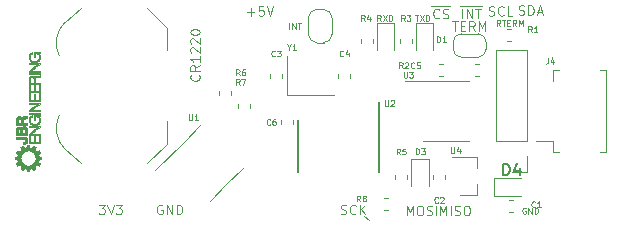
<source format=gbr>
G04 #@! TF.GenerationSoftware,KiCad,Pcbnew,(5.1.5-0-10_14)*
G04 #@! TF.CreationDate,2020-02-04T14:09:25+01:00*
G04 #@! TF.ProjectId,FeatherCAN,46656174-6865-4724-9341-4e2e6b696361,1.0*
G04 #@! TF.SameCoordinates,Original*
G04 #@! TF.FileFunction,Legend,Top*
G04 #@! TF.FilePolarity,Positive*
%FSLAX46Y46*%
G04 Gerber Fmt 4.6, Leading zero omitted, Abs format (unit mm)*
G04 Created by KiCad (PCBNEW (5.1.5-0-10_14)) date 2020-02-04 14:09:25*
%MOMM*%
%LPD*%
G04 APERTURE LIST*
%ADD10C,0.100000*%
%ADD11C,0.010000*%
%ADD12C,0.120000*%
%ADD13C,0.150000*%
G04 APERTURE END LIST*
D10*
X146525000Y-114975000D02*
X147000000Y-115275000D01*
X158102380Y-98826190D02*
X157935714Y-98588095D01*
X157816666Y-98826190D02*
X157816666Y-98326190D01*
X158007142Y-98326190D01*
X158054761Y-98350000D01*
X158078571Y-98373809D01*
X158102380Y-98421428D01*
X158102380Y-98492857D01*
X158078571Y-98540476D01*
X158054761Y-98564285D01*
X158007142Y-98588095D01*
X157816666Y-98588095D01*
X158245238Y-98326190D02*
X158530952Y-98326190D01*
X158388095Y-98826190D02*
X158388095Y-98326190D01*
X158697619Y-98564285D02*
X158864285Y-98564285D01*
X158935714Y-98826190D02*
X158697619Y-98826190D01*
X158697619Y-98326190D01*
X158935714Y-98326190D01*
X159435714Y-98826190D02*
X159269047Y-98588095D01*
X159150000Y-98826190D02*
X159150000Y-98326190D01*
X159340476Y-98326190D01*
X159388095Y-98350000D01*
X159411904Y-98373809D01*
X159435714Y-98421428D01*
X159435714Y-98492857D01*
X159411904Y-98540476D01*
X159388095Y-98564285D01*
X159340476Y-98588095D01*
X159150000Y-98588095D01*
X159650000Y-98826190D02*
X159650000Y-98326190D01*
X159816666Y-98683333D01*
X159983333Y-98326190D01*
X159983333Y-98826190D01*
X124109523Y-113986904D02*
X124604761Y-113986904D01*
X124338095Y-114291666D01*
X124452380Y-114291666D01*
X124528571Y-114329761D01*
X124566666Y-114367857D01*
X124604761Y-114444047D01*
X124604761Y-114634523D01*
X124566666Y-114710714D01*
X124528571Y-114748809D01*
X124452380Y-114786904D01*
X124223809Y-114786904D01*
X124147619Y-114748809D01*
X124109523Y-114710714D01*
X124833333Y-113986904D02*
X125100000Y-114786904D01*
X125366666Y-113986904D01*
X125557142Y-113986904D02*
X126052380Y-113986904D01*
X125785714Y-114291666D01*
X125900000Y-114291666D01*
X125976190Y-114329761D01*
X126014285Y-114367857D01*
X126052380Y-114444047D01*
X126052380Y-114634523D01*
X126014285Y-114710714D01*
X125976190Y-114748809D01*
X125900000Y-114786904D01*
X125671428Y-114786904D01*
X125595238Y-114748809D01*
X125557142Y-114710714D01*
X129490476Y-114025000D02*
X129414285Y-113986904D01*
X129300000Y-113986904D01*
X129185714Y-114025000D01*
X129109523Y-114101190D01*
X129071428Y-114177380D01*
X129033333Y-114329761D01*
X129033333Y-114444047D01*
X129071428Y-114596428D01*
X129109523Y-114672619D01*
X129185714Y-114748809D01*
X129300000Y-114786904D01*
X129376190Y-114786904D01*
X129490476Y-114748809D01*
X129528571Y-114710714D01*
X129528571Y-114444047D01*
X129376190Y-114444047D01*
X129871428Y-114786904D02*
X129871428Y-113986904D01*
X130328571Y-114786904D01*
X130328571Y-113986904D01*
X130709523Y-114786904D02*
X130709523Y-113986904D01*
X130900000Y-113986904D01*
X131014285Y-114025000D01*
X131090476Y-114101190D01*
X131128571Y-114177380D01*
X131166666Y-114329761D01*
X131166666Y-114444047D01*
X131128571Y-114596428D01*
X131090476Y-114672619D01*
X131014285Y-114748809D01*
X130900000Y-114786904D01*
X130709523Y-114786904D01*
X136671428Y-97657142D02*
X137280952Y-97657142D01*
X136976190Y-97961904D02*
X136976190Y-97352380D01*
X138042857Y-97161904D02*
X137661904Y-97161904D01*
X137623809Y-97542857D01*
X137661904Y-97504761D01*
X137738095Y-97466666D01*
X137928571Y-97466666D01*
X138004761Y-97504761D01*
X138042857Y-97542857D01*
X138080952Y-97619047D01*
X138080952Y-97809523D01*
X138042857Y-97885714D01*
X138004761Y-97923809D01*
X137928571Y-97961904D01*
X137738095Y-97961904D01*
X137661904Y-97923809D01*
X137623809Y-97885714D01*
X138309523Y-97161904D02*
X138576190Y-97961904D01*
X138842857Y-97161904D01*
X144596428Y-114748809D02*
X144710714Y-114786904D01*
X144901190Y-114786904D01*
X144977380Y-114748809D01*
X145015476Y-114710714D01*
X145053571Y-114634523D01*
X145053571Y-114558333D01*
X145015476Y-114482142D01*
X144977380Y-114444047D01*
X144901190Y-114405952D01*
X144748809Y-114367857D01*
X144672619Y-114329761D01*
X144634523Y-114291666D01*
X144596428Y-114215476D01*
X144596428Y-114139285D01*
X144634523Y-114063095D01*
X144672619Y-114025000D01*
X144748809Y-113986904D01*
X144939285Y-113986904D01*
X145053571Y-114025000D01*
X145853571Y-114710714D02*
X145815476Y-114748809D01*
X145701190Y-114786904D01*
X145625000Y-114786904D01*
X145510714Y-114748809D01*
X145434523Y-114672619D01*
X145396428Y-114596428D01*
X145358333Y-114444047D01*
X145358333Y-114329761D01*
X145396428Y-114177380D01*
X145434523Y-114101190D01*
X145510714Y-114025000D01*
X145625000Y-113986904D01*
X145701190Y-113986904D01*
X145815476Y-114025000D01*
X145853571Y-114063095D01*
X146196428Y-114786904D02*
X146196428Y-113986904D01*
X146653571Y-114786904D02*
X146310714Y-114329761D01*
X146653571Y-113986904D02*
X146196428Y-114444047D01*
X150167857Y-114861904D02*
X150167857Y-114061904D01*
X150434523Y-114633333D01*
X150701190Y-114061904D01*
X150701190Y-114861904D01*
X151234523Y-114061904D02*
X151386904Y-114061904D01*
X151463095Y-114100000D01*
X151539285Y-114176190D01*
X151577380Y-114328571D01*
X151577380Y-114595238D01*
X151539285Y-114747619D01*
X151463095Y-114823809D01*
X151386904Y-114861904D01*
X151234523Y-114861904D01*
X151158333Y-114823809D01*
X151082142Y-114747619D01*
X151044047Y-114595238D01*
X151044047Y-114328571D01*
X151082142Y-114176190D01*
X151158333Y-114100000D01*
X151234523Y-114061904D01*
X151882142Y-114823809D02*
X151996428Y-114861904D01*
X152186904Y-114861904D01*
X152263095Y-114823809D01*
X152301190Y-114785714D01*
X152339285Y-114709523D01*
X152339285Y-114633333D01*
X152301190Y-114557142D01*
X152263095Y-114519047D01*
X152186904Y-114480952D01*
X152034523Y-114442857D01*
X151958333Y-114404761D01*
X151920238Y-114366666D01*
X151882142Y-114290476D01*
X151882142Y-114214285D01*
X151920238Y-114138095D01*
X151958333Y-114100000D01*
X152034523Y-114061904D01*
X152225000Y-114061904D01*
X152339285Y-114100000D01*
X152682142Y-114861904D02*
X152682142Y-114061904D01*
X152967857Y-114861904D02*
X152967857Y-114061904D01*
X153234523Y-114633333D01*
X153501190Y-114061904D01*
X153501190Y-114861904D01*
X153882142Y-114861904D02*
X153882142Y-114061904D01*
X154225000Y-114823809D02*
X154339285Y-114861904D01*
X154529761Y-114861904D01*
X154605952Y-114823809D01*
X154644047Y-114785714D01*
X154682142Y-114709523D01*
X154682142Y-114633333D01*
X154644047Y-114557142D01*
X154605952Y-114519047D01*
X154529761Y-114480952D01*
X154377380Y-114442857D01*
X154301190Y-114404761D01*
X154263095Y-114366666D01*
X154225000Y-114290476D01*
X154225000Y-114214285D01*
X154263095Y-114138095D01*
X154301190Y-114100000D01*
X154377380Y-114061904D01*
X154567857Y-114061904D01*
X154682142Y-114100000D01*
X155177380Y-114061904D02*
X155329761Y-114061904D01*
X155405952Y-114100000D01*
X155482142Y-114176190D01*
X155520238Y-114328571D01*
X155520238Y-114595238D01*
X155482142Y-114747619D01*
X155405952Y-114823809D01*
X155329761Y-114861904D01*
X155177380Y-114861904D01*
X155101190Y-114823809D01*
X155025000Y-114747619D01*
X154986904Y-114595238D01*
X154986904Y-114328571D01*
X155025000Y-114176190D01*
X155101190Y-114100000D01*
X155177380Y-114061904D01*
X160244047Y-114250000D02*
X160196428Y-114226190D01*
X160125000Y-114226190D01*
X160053571Y-114250000D01*
X160005952Y-114297619D01*
X159982142Y-114345238D01*
X159958333Y-114440476D01*
X159958333Y-114511904D01*
X159982142Y-114607142D01*
X160005952Y-114654761D01*
X160053571Y-114702380D01*
X160125000Y-114726190D01*
X160172619Y-114726190D01*
X160244047Y-114702380D01*
X160267857Y-114678571D01*
X160267857Y-114511904D01*
X160172619Y-114511904D01*
X160482142Y-114726190D02*
X160482142Y-114226190D01*
X160767857Y-114726190D01*
X160767857Y-114226190D01*
X161005952Y-114726190D02*
X161005952Y-114226190D01*
X161125000Y-114226190D01*
X161196428Y-114250000D01*
X161244047Y-114297619D01*
X161267857Y-114345238D01*
X161291666Y-114440476D01*
X161291666Y-114511904D01*
X161267857Y-114607142D01*
X161244047Y-114654761D01*
X161196428Y-114702380D01*
X161125000Y-114726190D01*
X161005952Y-114726190D01*
X152269047Y-97144000D02*
X153069047Y-97144000D01*
X152916666Y-98135714D02*
X152878571Y-98173809D01*
X152764285Y-98211904D01*
X152688095Y-98211904D01*
X152573809Y-98173809D01*
X152497619Y-98097619D01*
X152459523Y-98021428D01*
X152421428Y-97869047D01*
X152421428Y-97754761D01*
X152459523Y-97602380D01*
X152497619Y-97526190D01*
X152573809Y-97450000D01*
X152688095Y-97411904D01*
X152764285Y-97411904D01*
X152878571Y-97450000D01*
X152916666Y-97488095D01*
X153069047Y-97144000D02*
X153830952Y-97144000D01*
X153221428Y-98173809D02*
X153335714Y-98211904D01*
X153526190Y-98211904D01*
X153602380Y-98173809D01*
X153640476Y-98135714D01*
X153678571Y-98059523D01*
X153678571Y-97983333D01*
X153640476Y-97907142D01*
X153602380Y-97869047D01*
X153526190Y-97830952D01*
X153373809Y-97792857D01*
X153297619Y-97754761D01*
X153259523Y-97716666D01*
X153221428Y-97640476D01*
X153221428Y-97564285D01*
X153259523Y-97488095D01*
X153297619Y-97450000D01*
X153373809Y-97411904D01*
X153564285Y-97411904D01*
X153678571Y-97450000D01*
X154685714Y-97144000D02*
X155066666Y-97144000D01*
X154876190Y-98211904D02*
X154876190Y-97411904D01*
X155066666Y-97144000D02*
X155904761Y-97144000D01*
X155257142Y-98211904D02*
X155257142Y-97411904D01*
X155714285Y-98211904D01*
X155714285Y-97411904D01*
X155904761Y-97144000D02*
X156514285Y-97144000D01*
X155980952Y-97411904D02*
X156438095Y-97411904D01*
X156209523Y-98211904D02*
X156209523Y-97411904D01*
X159678571Y-97873809D02*
X159792857Y-97911904D01*
X159983333Y-97911904D01*
X160059523Y-97873809D01*
X160097619Y-97835714D01*
X160135714Y-97759523D01*
X160135714Y-97683333D01*
X160097619Y-97607142D01*
X160059523Y-97569047D01*
X159983333Y-97530952D01*
X159830952Y-97492857D01*
X159754761Y-97454761D01*
X159716666Y-97416666D01*
X159678571Y-97340476D01*
X159678571Y-97264285D01*
X159716666Y-97188095D01*
X159754761Y-97150000D01*
X159830952Y-97111904D01*
X160021428Y-97111904D01*
X160135714Y-97150000D01*
X160478571Y-97911904D02*
X160478571Y-97111904D01*
X160669047Y-97111904D01*
X160783333Y-97150000D01*
X160859523Y-97226190D01*
X160897619Y-97302380D01*
X160935714Y-97454761D01*
X160935714Y-97569047D01*
X160897619Y-97721428D01*
X160859523Y-97797619D01*
X160783333Y-97873809D01*
X160669047Y-97911904D01*
X160478571Y-97911904D01*
X161240476Y-97683333D02*
X161621428Y-97683333D01*
X161164285Y-97911904D02*
X161430952Y-97111904D01*
X161697619Y-97911904D01*
X157122619Y-97923809D02*
X157236904Y-97961904D01*
X157427380Y-97961904D01*
X157503571Y-97923809D01*
X157541666Y-97885714D01*
X157579761Y-97809523D01*
X157579761Y-97733333D01*
X157541666Y-97657142D01*
X157503571Y-97619047D01*
X157427380Y-97580952D01*
X157275000Y-97542857D01*
X157198809Y-97504761D01*
X157160714Y-97466666D01*
X157122619Y-97390476D01*
X157122619Y-97314285D01*
X157160714Y-97238095D01*
X157198809Y-97200000D01*
X157275000Y-97161904D01*
X157465476Y-97161904D01*
X157579761Y-97200000D01*
X158379761Y-97885714D02*
X158341666Y-97923809D01*
X158227380Y-97961904D01*
X158151190Y-97961904D01*
X158036904Y-97923809D01*
X157960714Y-97847619D01*
X157922619Y-97771428D01*
X157884523Y-97619047D01*
X157884523Y-97504761D01*
X157922619Y-97352380D01*
X157960714Y-97276190D01*
X158036904Y-97200000D01*
X158151190Y-97161904D01*
X158227380Y-97161904D01*
X158341666Y-97200000D01*
X158379761Y-97238095D01*
X159103571Y-97961904D02*
X158722619Y-97961904D01*
X158722619Y-97161904D01*
D11*
G36*
X117181561Y-109467930D02*
G01*
X117189936Y-109467359D01*
X117201626Y-109468208D01*
X117214755Y-109470363D01*
X117224720Y-109472858D01*
X117240394Y-109479990D01*
X117250592Y-109489839D01*
X117254885Y-109501361D01*
X117252843Y-109513511D01*
X117245636Y-109523722D01*
X117236095Y-109530876D01*
X117227478Y-109531501D01*
X117218732Y-109525413D01*
X117212603Y-109517943D01*
X117203548Y-109505681D01*
X117193513Y-109492370D01*
X117190171Y-109488007D01*
X117183552Y-109478956D01*
X117179272Y-109472208D01*
X117178378Y-109470036D01*
X117181561Y-109467930D01*
G37*
X117181561Y-109467930D02*
X117189936Y-109467359D01*
X117201626Y-109468208D01*
X117214755Y-109470363D01*
X117224720Y-109472858D01*
X117240394Y-109479990D01*
X117250592Y-109489839D01*
X117254885Y-109501361D01*
X117252843Y-109513511D01*
X117245636Y-109523722D01*
X117236095Y-109530876D01*
X117227478Y-109531501D01*
X117218732Y-109525413D01*
X117212603Y-109517943D01*
X117203548Y-109505681D01*
X117193513Y-109492370D01*
X117190171Y-109488007D01*
X117183552Y-109478956D01*
X117179272Y-109472208D01*
X117178378Y-109470036D01*
X117181561Y-109467930D01*
G36*
X117132407Y-110026457D02*
G01*
X117137319Y-110018616D01*
X117142964Y-110013604D01*
X117154757Y-110004196D01*
X117162014Y-110013819D01*
X117167894Y-110021470D01*
X117176490Y-110032486D01*
X117185998Y-110044554D01*
X117186507Y-110045198D01*
X117194760Y-110056068D01*
X117200858Y-110064965D01*
X117203672Y-110070221D01*
X117203743Y-110070644D01*
X117200295Y-110072498D01*
X117190360Y-110072817D01*
X117179718Y-110072092D01*
X117158002Y-110068066D01*
X117142688Y-110060638D01*
X117133759Y-110049795D01*
X117131171Y-110037078D01*
X117132407Y-110026457D01*
G37*
X117132407Y-110026457D02*
X117137319Y-110018616D01*
X117142964Y-110013604D01*
X117154757Y-110004196D01*
X117162014Y-110013819D01*
X117167894Y-110021470D01*
X117176490Y-110032486D01*
X117185998Y-110044554D01*
X117186507Y-110045198D01*
X117194760Y-110056068D01*
X117200858Y-110064965D01*
X117203672Y-110070221D01*
X117203743Y-110070644D01*
X117200295Y-110072498D01*
X117190360Y-110072817D01*
X117179718Y-110072092D01*
X117158002Y-110068066D01*
X117142688Y-110060638D01*
X117133759Y-110049795D01*
X117131171Y-110037078D01*
X117132407Y-110026457D01*
G36*
X117182450Y-110002292D02*
G01*
X117189738Y-110000826D01*
X117193878Y-110000735D01*
X117217498Y-110003353D01*
X117236497Y-110011022D01*
X117244564Y-110017127D01*
X117252301Y-110028046D01*
X117254455Y-110039947D01*
X117250790Y-110050704D01*
X117248591Y-110053319D01*
X117240918Y-110059910D01*
X117233767Y-110065085D01*
X117227064Y-110068724D01*
X117223393Y-110067856D01*
X117221881Y-110065742D01*
X117215398Y-110055690D01*
X117206308Y-110042835D01*
X117196620Y-110029975D01*
X117192562Y-110024885D01*
X117183909Y-110013460D01*
X117180523Y-110006217D01*
X117182450Y-110002292D01*
G37*
X117182450Y-110002292D02*
X117189738Y-110000826D01*
X117193878Y-110000735D01*
X117217498Y-110003353D01*
X117236497Y-110011022D01*
X117244564Y-110017127D01*
X117252301Y-110028046D01*
X117254455Y-110039947D01*
X117250790Y-110050704D01*
X117248591Y-110053319D01*
X117240918Y-110059910D01*
X117233767Y-110065085D01*
X117227064Y-110068724D01*
X117223393Y-110067856D01*
X117221881Y-110065742D01*
X117215398Y-110055690D01*
X117206308Y-110042835D01*
X117196620Y-110029975D01*
X117192562Y-110024885D01*
X117183909Y-110013460D01*
X117180523Y-110006217D01*
X117182450Y-110002292D01*
G36*
X117181561Y-110534730D02*
G01*
X117189936Y-110534159D01*
X117201626Y-110535008D01*
X117214755Y-110537163D01*
X117224720Y-110539658D01*
X117240461Y-110546849D01*
X117250727Y-110556921D01*
X117254973Y-110568922D01*
X117252653Y-110581900D01*
X117250890Y-110585346D01*
X117245248Y-110590807D01*
X117236434Y-110595786D01*
X117236281Y-110595849D01*
X117229012Y-110598314D01*
X117223861Y-110597432D01*
X117218136Y-110592249D01*
X117214571Y-110588161D01*
X117208171Y-110580259D01*
X117204349Y-110574737D01*
X117203890Y-110573632D01*
X117201725Y-110569799D01*
X117196295Y-110562233D01*
X117191078Y-110555489D01*
X117184122Y-110546297D01*
X117179507Y-110539351D01*
X117178378Y-110536836D01*
X117181561Y-110534730D01*
G37*
X117181561Y-110534730D02*
X117189936Y-110534159D01*
X117201626Y-110535008D01*
X117214755Y-110537163D01*
X117224720Y-110539658D01*
X117240461Y-110546849D01*
X117250727Y-110556921D01*
X117254973Y-110568922D01*
X117252653Y-110581900D01*
X117250890Y-110585346D01*
X117245248Y-110590807D01*
X117236434Y-110595786D01*
X117236281Y-110595849D01*
X117229012Y-110598314D01*
X117223861Y-110597432D01*
X117218136Y-110592249D01*
X117214571Y-110588161D01*
X117208171Y-110580259D01*
X117204349Y-110574737D01*
X117203890Y-110573632D01*
X117201725Y-110569799D01*
X117196295Y-110562233D01*
X117191078Y-110555489D01*
X117184122Y-110546297D01*
X117179507Y-110539351D01*
X117178378Y-110536836D01*
X117181561Y-110534730D01*
G36*
X117398749Y-110290836D02*
G01*
X117407372Y-110280896D01*
X117415206Y-110275947D01*
X117421716Y-110273888D01*
X117426727Y-110277279D01*
X117428530Y-110279626D01*
X117433287Y-110286061D01*
X117441027Y-110296372D01*
X117450328Y-110308666D01*
X117453468Y-110312798D01*
X117472780Y-110338171D01*
X117455259Y-110338171D01*
X117433028Y-110336215D01*
X117415455Y-110330594D01*
X117403174Y-110321681D01*
X117396817Y-110309851D01*
X117396057Y-110303327D01*
X117398749Y-110290836D01*
G37*
X117398749Y-110290836D02*
X117407372Y-110280896D01*
X117415206Y-110275947D01*
X117421716Y-110273888D01*
X117426727Y-110277279D01*
X117428530Y-110279626D01*
X117433287Y-110286061D01*
X117441027Y-110296372D01*
X117450328Y-110308666D01*
X117453468Y-110312798D01*
X117472780Y-110338171D01*
X117455259Y-110338171D01*
X117433028Y-110336215D01*
X117415455Y-110330594D01*
X117403174Y-110321681D01*
X117396817Y-110309851D01*
X117396057Y-110303327D01*
X117398749Y-110290836D01*
G36*
X117666534Y-109356303D02*
G01*
X117670015Y-109351861D01*
X117677451Y-109345041D01*
X117685136Y-109340900D01*
X117691157Y-109340124D01*
X117693600Y-109343398D01*
X117693600Y-109343413D01*
X117695783Y-109348015D01*
X117701104Y-109355092D01*
X117701764Y-109355858D01*
X117708732Y-109364404D01*
X117717368Y-109375746D01*
X117725927Y-109387510D01*
X117732667Y-109397324D01*
X117735001Y-109401093D01*
X117734620Y-109403729D01*
X117729064Y-109405162D01*
X117717348Y-109405626D01*
X117716092Y-109405629D01*
X117695057Y-109402834D01*
X117676117Y-109393968D01*
X117665516Y-109385894D01*
X117664274Y-109382209D01*
X117662495Y-109374383D01*
X117662473Y-109374275D01*
X117662267Y-109365084D01*
X117666534Y-109356303D01*
G37*
X117666534Y-109356303D02*
X117670015Y-109351861D01*
X117677451Y-109345041D01*
X117685136Y-109340900D01*
X117691157Y-109340124D01*
X117693600Y-109343398D01*
X117693600Y-109343413D01*
X117695783Y-109348015D01*
X117701104Y-109355092D01*
X117701764Y-109355858D01*
X117708732Y-109364404D01*
X117717368Y-109375746D01*
X117725927Y-109387510D01*
X117732667Y-109397324D01*
X117735001Y-109401093D01*
X117734620Y-109403729D01*
X117729064Y-109405162D01*
X117717348Y-109405626D01*
X117716092Y-109405629D01*
X117695057Y-109402834D01*
X117676117Y-109393968D01*
X117665516Y-109385894D01*
X117664274Y-109382209D01*
X117662495Y-109374383D01*
X117662473Y-109374275D01*
X117662267Y-109365084D01*
X117666534Y-109356303D01*
G36*
X117714937Y-109338036D02*
G01*
X117721459Y-109336612D01*
X117731562Y-109336395D01*
X117743481Y-109337253D01*
X117755453Y-109339052D01*
X117765717Y-109341660D01*
X117772507Y-109344944D01*
X117772875Y-109345257D01*
X117781537Y-109357023D01*
X117785004Y-109370638D01*
X117783707Y-109380384D01*
X117778379Y-109388765D01*
X117770089Y-109395809D01*
X117759596Y-109402007D01*
X117745648Y-109384768D01*
X117731155Y-109366131D01*
X117719191Y-109349316D01*
X117713757Y-109340801D01*
X117714937Y-109338036D01*
G37*
X117714937Y-109338036D02*
X117721459Y-109336612D01*
X117731562Y-109336395D01*
X117743481Y-109337253D01*
X117755453Y-109339052D01*
X117765717Y-109341660D01*
X117772507Y-109344944D01*
X117772875Y-109345257D01*
X117781537Y-109357023D01*
X117785004Y-109370638D01*
X117783707Y-109380384D01*
X117778379Y-109388765D01*
X117770089Y-109395809D01*
X117759596Y-109402007D01*
X117745648Y-109384768D01*
X117731155Y-109366131D01*
X117719191Y-109349316D01*
X117713757Y-109340801D01*
X117714937Y-109338036D01*
G36*
X117931053Y-110695473D02*
G01*
X117935777Y-110684293D01*
X117944256Y-110677845D01*
X117955174Y-110672398D01*
X117972251Y-110694335D01*
X117981612Y-110706612D01*
X117990060Y-110718129D01*
X117995839Y-110726488D01*
X117996035Y-110726793D01*
X118002741Y-110737314D01*
X117979706Y-110737301D01*
X117958326Y-110735269D01*
X117942892Y-110729243D01*
X117933472Y-110719281D01*
X117930137Y-110705444D01*
X117931053Y-110695473D01*
G37*
X117931053Y-110695473D02*
X117935777Y-110684293D01*
X117944256Y-110677845D01*
X117955174Y-110672398D01*
X117972251Y-110694335D01*
X117981612Y-110706612D01*
X117990060Y-110718129D01*
X117995839Y-110726488D01*
X117996035Y-110726793D01*
X118002741Y-110737314D01*
X117979706Y-110737301D01*
X117958326Y-110735269D01*
X117942892Y-110729243D01*
X117933472Y-110719281D01*
X117930137Y-110705444D01*
X117931053Y-110695473D01*
G36*
X118195296Y-109227322D02*
G01*
X118198988Y-109220488D01*
X118207154Y-109213935D01*
X118210071Y-109212039D01*
X118217424Y-109207876D01*
X118222093Y-109207817D01*
X118227307Y-109211778D01*
X118232606Y-109218106D01*
X118234257Y-109222386D01*
X118236720Y-109227963D01*
X118240911Y-109232725D01*
X118246760Y-109239046D01*
X118254577Y-109248754D01*
X118259649Y-109255575D01*
X118271734Y-109272402D01*
X118243774Y-109270608D01*
X118228819Y-109269336D01*
X118218902Y-109267397D01*
X118211803Y-109264096D01*
X118205303Y-109258742D01*
X118205079Y-109258528D01*
X118196482Y-109247025D01*
X118194398Y-109237128D01*
X118195296Y-109227322D01*
G37*
X118195296Y-109227322D02*
X118198988Y-109220488D01*
X118207154Y-109213935D01*
X118210071Y-109212039D01*
X118217424Y-109207876D01*
X118222093Y-109207817D01*
X118227307Y-109211778D01*
X118232606Y-109218106D01*
X118234257Y-109222386D01*
X118236720Y-109227963D01*
X118240911Y-109232725D01*
X118246760Y-109239046D01*
X118254577Y-109248754D01*
X118259649Y-109255575D01*
X118271734Y-109272402D01*
X118243774Y-109270608D01*
X118228819Y-109269336D01*
X118218902Y-109267397D01*
X118211803Y-109264096D01*
X118205303Y-109258742D01*
X118205079Y-109258528D01*
X118196482Y-109247025D01*
X118194398Y-109237128D01*
X118195296Y-109227322D01*
G36*
X118464835Y-109223087D02*
G01*
X118474532Y-109213157D01*
X118477553Y-109211406D01*
X118485238Y-109207819D01*
X118489449Y-109206592D01*
X118489650Y-109206697D01*
X118493970Y-109213079D01*
X118500942Y-109222762D01*
X118508907Y-109233510D01*
X118516204Y-109243085D01*
X118521174Y-109249253D01*
X118521547Y-109249670D01*
X118528333Y-109258502D01*
X118531922Y-109264342D01*
X118533838Y-109268380D01*
X118533350Y-109270658D01*
X118529181Y-109271519D01*
X118520055Y-109271304D01*
X118508511Y-109270598D01*
X118492831Y-109269150D01*
X118482394Y-109266875D01*
X118475194Y-109263229D01*
X118472197Y-109260738D01*
X118463487Y-109248532D01*
X118461093Y-109235430D01*
X118464835Y-109223087D01*
G37*
X118464835Y-109223087D02*
X118474532Y-109213157D01*
X118477553Y-109211406D01*
X118485238Y-109207819D01*
X118489449Y-109206592D01*
X118489650Y-109206697D01*
X118493970Y-109213079D01*
X118500942Y-109222762D01*
X118508907Y-109233510D01*
X118516204Y-109243085D01*
X118521174Y-109249253D01*
X118521547Y-109249670D01*
X118528333Y-109258502D01*
X118531922Y-109264342D01*
X118533838Y-109268380D01*
X118533350Y-109270658D01*
X118529181Y-109271519D01*
X118520055Y-109271304D01*
X118508511Y-109270598D01*
X118492831Y-109269150D01*
X118482394Y-109266875D01*
X118475194Y-109263229D01*
X118472197Y-109260738D01*
X118463487Y-109248532D01*
X118461093Y-109235430D01*
X118464835Y-109223087D01*
G36*
X118511902Y-109202333D02*
G01*
X118517607Y-109199370D01*
X118527949Y-109199100D01*
X118540985Y-109201148D01*
X118554775Y-109205144D01*
X118567376Y-109210715D01*
X118572621Y-109213973D01*
X118579223Y-109220071D01*
X118582088Y-109227754D01*
X118582600Y-109236884D01*
X118581592Y-109248348D01*
X118577699Y-109255914D01*
X118573039Y-109260222D01*
X118562986Y-109266486D01*
X118555715Y-109266637D01*
X118550050Y-109260645D01*
X118549480Y-109259621D01*
X118545194Y-109252886D01*
X118537852Y-109242532D01*
X118528919Y-109230615D01*
X118527426Y-109228682D01*
X118519398Y-109217597D01*
X118513866Y-109208498D01*
X118511768Y-109202983D01*
X118511902Y-109202333D01*
G37*
X118511902Y-109202333D02*
X118517607Y-109199370D01*
X118527949Y-109199100D01*
X118540985Y-109201148D01*
X118554775Y-109205144D01*
X118567376Y-109210715D01*
X118572621Y-109213973D01*
X118579223Y-109220071D01*
X118582088Y-109227754D01*
X118582600Y-109236884D01*
X118581592Y-109248348D01*
X118577699Y-109255914D01*
X118573039Y-109260222D01*
X118562986Y-109266486D01*
X118555715Y-109266637D01*
X118550050Y-109260645D01*
X118549480Y-109259621D01*
X118545194Y-109252886D01*
X118537852Y-109242532D01*
X118528919Y-109230615D01*
X118527426Y-109228682D01*
X118519398Y-109217597D01*
X118513866Y-109208498D01*
X118511768Y-109202983D01*
X118511902Y-109202333D01*
G36*
X118465211Y-109356262D02*
G01*
X118471287Y-109348479D01*
X118479915Y-109341844D01*
X118487685Y-109340970D01*
X118493060Y-109345916D01*
X118493700Y-109347571D01*
X118496918Y-109353435D01*
X118499294Y-109354829D01*
X118503113Y-109357712D01*
X118507736Y-109364661D01*
X118507813Y-109364807D01*
X118514174Y-109374884D01*
X118520115Y-109382272D01*
X118527162Y-109390999D01*
X118531437Y-109397693D01*
X118533471Y-109402258D01*
X118532316Y-109404618D01*
X118526575Y-109405499D01*
X118516170Y-109405629D01*
X118498371Y-109403637D01*
X118482437Y-109398223D01*
X118470061Y-109390232D01*
X118462937Y-109380507D01*
X118462395Y-109378835D01*
X118461173Y-109366912D01*
X118465211Y-109356262D01*
G37*
X118465211Y-109356262D02*
X118471287Y-109348479D01*
X118479915Y-109341844D01*
X118487685Y-109340970D01*
X118493060Y-109345916D01*
X118493700Y-109347571D01*
X118496918Y-109353435D01*
X118499294Y-109354829D01*
X118503113Y-109357712D01*
X118507736Y-109364661D01*
X118507813Y-109364807D01*
X118514174Y-109374884D01*
X118520115Y-109382272D01*
X118527162Y-109390999D01*
X118531437Y-109397693D01*
X118533471Y-109402258D01*
X118532316Y-109404618D01*
X118526575Y-109405499D01*
X118516170Y-109405629D01*
X118498371Y-109403637D01*
X118482437Y-109398223D01*
X118470061Y-109390232D01*
X118462937Y-109380507D01*
X118462395Y-109378835D01*
X118461173Y-109366912D01*
X118465211Y-109356262D01*
G36*
X118536283Y-109337218D02*
G01*
X118556220Y-109339474D01*
X118569975Y-109344286D01*
X118578353Y-109352249D01*
X118582159Y-109363957D01*
X118582600Y-109371433D01*
X118581777Y-109382014D01*
X118578180Y-109388718D01*
X118570807Y-109394402D01*
X118559014Y-109402031D01*
X118548695Y-109390222D01*
X118539525Y-109379015D01*
X118530658Y-109367120D01*
X118529684Y-109365714D01*
X118522468Y-109355288D01*
X118515799Y-109345835D01*
X118514780Y-109344417D01*
X118508568Y-109335819D01*
X118536283Y-109337218D01*
G37*
X118536283Y-109337218D02*
X118556220Y-109339474D01*
X118569975Y-109344286D01*
X118578353Y-109352249D01*
X118582159Y-109363957D01*
X118582600Y-109371433D01*
X118581777Y-109382014D01*
X118578180Y-109388718D01*
X118570807Y-109394402D01*
X118559014Y-109402031D01*
X118548695Y-109390222D01*
X118539525Y-109379015D01*
X118530658Y-109367120D01*
X118529684Y-109365714D01*
X118522468Y-109355288D01*
X118515799Y-109345835D01*
X118514780Y-109344417D01*
X118508568Y-109335819D01*
X118536283Y-109337218D01*
G36*
X118463188Y-110826477D02*
G01*
X118464051Y-110824532D01*
X118469112Y-110817625D01*
X118476358Y-110811562D01*
X118483741Y-110807588D01*
X118489217Y-110806947D01*
X118490641Y-110808368D01*
X118493360Y-110812789D01*
X118499495Y-110821479D01*
X118508001Y-110832981D01*
X118513756Y-110840559D01*
X118522968Y-110852744D01*
X118530235Y-110862679D01*
X118534599Y-110869039D01*
X118535429Y-110870608D01*
X118532119Y-110871311D01*
X118523432Y-110871460D01*
X118511224Y-110871023D01*
X118510854Y-110871002D01*
X118490530Y-110867826D01*
X118475035Y-110861223D01*
X118464935Y-110851755D01*
X118460797Y-110839986D01*
X118463188Y-110826477D01*
G37*
X118463188Y-110826477D02*
X118464051Y-110824532D01*
X118469112Y-110817625D01*
X118476358Y-110811562D01*
X118483741Y-110807588D01*
X118489217Y-110806947D01*
X118490641Y-110808368D01*
X118493360Y-110812789D01*
X118499495Y-110821479D01*
X118508001Y-110832981D01*
X118513756Y-110840559D01*
X118522968Y-110852744D01*
X118530235Y-110862679D01*
X118534599Y-110869039D01*
X118535429Y-110870608D01*
X118532119Y-110871311D01*
X118523432Y-110871460D01*
X118511224Y-110871023D01*
X118510854Y-110871002D01*
X118490530Y-110867826D01*
X118475035Y-110861223D01*
X118464935Y-110851755D01*
X118460797Y-110839986D01*
X118463188Y-110826477D01*
G36*
X118525013Y-110803287D02*
G01*
X118547595Y-110803730D01*
X118565220Y-110808887D01*
X118573160Y-110813873D01*
X118579542Y-110820597D01*
X118582228Y-110829255D01*
X118582600Y-110837116D01*
X118581741Y-110848129D01*
X118578198Y-110855193D01*
X118572061Y-110860439D01*
X118564237Y-110865405D01*
X118558867Y-110867744D01*
X118558454Y-110867773D01*
X118554916Y-110864925D01*
X118548812Y-110857694D01*
X118542686Y-110849364D01*
X118533666Y-110836677D01*
X118524380Y-110824020D01*
X118519652Y-110817784D01*
X118509318Y-110804443D01*
X118525013Y-110803287D01*
G37*
X118525013Y-110803287D02*
X118547595Y-110803730D01*
X118565220Y-110808887D01*
X118573160Y-110813873D01*
X118579542Y-110820597D01*
X118582228Y-110829255D01*
X118582600Y-110837116D01*
X118581741Y-110848129D01*
X118578198Y-110855193D01*
X118572061Y-110860439D01*
X118564237Y-110865405D01*
X118558867Y-110867744D01*
X118558454Y-110867773D01*
X118554916Y-110864925D01*
X118548812Y-110857694D01*
X118542686Y-110849364D01*
X118533666Y-110836677D01*
X118524380Y-110824020D01*
X118519652Y-110817784D01*
X118509318Y-110804443D01*
X118525013Y-110803287D01*
G36*
X118732643Y-109621325D02*
G01*
X118741917Y-109611807D01*
X118749566Y-109607997D01*
X118755531Y-109609561D01*
X118763023Y-109617078D01*
X118764081Y-109618491D01*
X118772337Y-109629674D01*
X118781460Y-109641788D01*
X118783422Y-109644356D01*
X118792647Y-109656655D01*
X118797283Y-109664331D01*
X118797217Y-109668473D01*
X118792335Y-109670171D01*
X118782527Y-109670513D01*
X118780721Y-109670514D01*
X118762762Y-109669432D01*
X118749461Y-109665687D01*
X118738475Y-109658530D01*
X118735907Y-109656207D01*
X118729102Y-109645418D01*
X118728192Y-109633160D01*
X118732643Y-109621325D01*
G37*
X118732643Y-109621325D02*
X118741917Y-109611807D01*
X118749566Y-109607997D01*
X118755531Y-109609561D01*
X118763023Y-109617078D01*
X118764081Y-109618491D01*
X118772337Y-109629674D01*
X118781460Y-109641788D01*
X118783422Y-109644356D01*
X118792647Y-109656655D01*
X118797283Y-109664331D01*
X118797217Y-109668473D01*
X118792335Y-109670171D01*
X118782527Y-109670513D01*
X118780721Y-109670514D01*
X118762762Y-109669432D01*
X118749461Y-109665687D01*
X118738475Y-109658530D01*
X118735907Y-109656207D01*
X118729102Y-109645418D01*
X118728192Y-109633160D01*
X118732643Y-109621325D01*
G36*
X118791974Y-109602211D02*
G01*
X118811501Y-109603011D01*
X118827928Y-109607689D01*
X118840525Y-109615448D01*
X118848564Y-109625488D01*
X118851315Y-109637009D01*
X118848050Y-109649213D01*
X118842216Y-109657285D01*
X118836573Y-109662877D01*
X118831557Y-109665904D01*
X118826415Y-109665836D01*
X118820394Y-109662141D01*
X118812742Y-109654290D01*
X118802706Y-109641751D01*
X118789534Y-109623994D01*
X118783780Y-109616086D01*
X118774561Y-109603386D01*
X118791974Y-109602211D01*
G37*
X118791974Y-109602211D02*
X118811501Y-109603011D01*
X118827928Y-109607689D01*
X118840525Y-109615448D01*
X118848564Y-109625488D01*
X118851315Y-109637009D01*
X118848050Y-109649213D01*
X118842216Y-109657285D01*
X118836573Y-109662877D01*
X118831557Y-109665904D01*
X118826415Y-109665836D01*
X118820394Y-109662141D01*
X118812742Y-109654290D01*
X118802706Y-109641751D01*
X118789534Y-109623994D01*
X118783780Y-109616086D01*
X118774561Y-109603386D01*
X118791974Y-109602211D01*
G36*
X118778121Y-109866784D02*
G01*
X118786443Y-109866420D01*
X118797930Y-109867401D01*
X118810636Y-109869568D01*
X118821899Y-109872526D01*
X118835726Y-109878371D01*
X118843986Y-109885570D01*
X118845902Y-109888674D01*
X118850498Y-109901338D01*
X118849151Y-109912050D01*
X118841513Y-109923125D01*
X118840587Y-109924131D01*
X118833285Y-109931118D01*
X118827652Y-109935070D01*
X118826486Y-109935400D01*
X118822795Y-109932645D01*
X118816322Y-109925367D01*
X118808366Y-109915045D01*
X118807077Y-109913260D01*
X118798010Y-109900756D01*
X118789407Y-109889185D01*
X118783118Y-109881035D01*
X118783079Y-109880986D01*
X118777667Y-109873714D01*
X118774979Y-109869013D01*
X118774914Y-109868655D01*
X118778121Y-109866784D01*
G37*
X118778121Y-109866784D02*
X118786443Y-109866420D01*
X118797930Y-109867401D01*
X118810636Y-109869568D01*
X118821899Y-109872526D01*
X118835726Y-109878371D01*
X118843986Y-109885570D01*
X118845902Y-109888674D01*
X118850498Y-109901338D01*
X118849151Y-109912050D01*
X118841513Y-109923125D01*
X118840587Y-109924131D01*
X118833285Y-109931118D01*
X118827652Y-109935070D01*
X118826486Y-109935400D01*
X118822795Y-109932645D01*
X118816322Y-109925367D01*
X118808366Y-109915045D01*
X118807077Y-109913260D01*
X118798010Y-109900756D01*
X118789407Y-109889185D01*
X118783118Y-109881035D01*
X118783079Y-109880986D01*
X118777667Y-109873714D01*
X118774979Y-109869013D01*
X118774914Y-109868655D01*
X118778121Y-109866784D01*
G36*
X118778176Y-110001426D02*
G01*
X118786611Y-110000841D01*
X118798190Y-110001147D01*
X118810885Y-110002336D01*
X118815969Y-110003081D01*
X118830629Y-110008140D01*
X118841776Y-110017018D01*
X118848589Y-110028268D01*
X118850249Y-110040443D01*
X118845938Y-110052098D01*
X118844684Y-110053763D01*
X118837195Y-110061122D01*
X118831370Y-110065181D01*
X118827887Y-110066556D01*
X118824494Y-110066035D01*
X118820243Y-110062755D01*
X118814183Y-110055852D01*
X118805366Y-110044461D01*
X118798411Y-110035186D01*
X118792509Y-110027457D01*
X118785084Y-110017949D01*
X118783954Y-110016519D01*
X118778235Y-110008802D01*
X118775111Y-110003616D01*
X118774914Y-110002912D01*
X118778176Y-110001426D01*
G37*
X118778176Y-110001426D02*
X118786611Y-110000841D01*
X118798190Y-110001147D01*
X118810885Y-110002336D01*
X118815969Y-110003081D01*
X118830629Y-110008140D01*
X118841776Y-110017018D01*
X118848589Y-110028268D01*
X118850249Y-110040443D01*
X118845938Y-110052098D01*
X118844684Y-110053763D01*
X118837195Y-110061122D01*
X118831370Y-110065181D01*
X118827887Y-110066556D01*
X118824494Y-110066035D01*
X118820243Y-110062755D01*
X118814183Y-110055852D01*
X118805366Y-110044461D01*
X118798411Y-110035186D01*
X118792509Y-110027457D01*
X118785084Y-110017949D01*
X118783954Y-110016519D01*
X118778235Y-110008802D01*
X118775111Y-110003616D01*
X118774914Y-110002912D01*
X118778176Y-110001426D01*
G36*
X118777110Y-110137012D02*
G01*
X118784775Y-110135299D01*
X118790336Y-110135058D01*
X118813663Y-110137126D01*
X118831430Y-110142951D01*
X118842932Y-110152023D01*
X118849662Y-110163787D01*
X118849941Y-110175515D01*
X118845410Y-110186679D01*
X118840702Y-110193657D01*
X118836849Y-110196655D01*
X118836781Y-110196657D01*
X118830772Y-110197849D01*
X118828119Y-110198747D01*
X118823389Y-110197344D01*
X118815848Y-110190297D01*
X118805186Y-110177300D01*
X118801515Y-110172440D01*
X118792203Y-110160179D01*
X118784379Y-110150312D01*
X118779117Y-110144173D01*
X118777636Y-110142833D01*
X118774339Y-110139764D01*
X118777110Y-110137012D01*
G37*
X118777110Y-110137012D02*
X118784775Y-110135299D01*
X118790336Y-110135058D01*
X118813663Y-110137126D01*
X118831430Y-110142951D01*
X118842932Y-110152023D01*
X118849662Y-110163787D01*
X118849941Y-110175515D01*
X118845410Y-110186679D01*
X118840702Y-110193657D01*
X118836849Y-110196655D01*
X118836781Y-110196657D01*
X118830772Y-110197849D01*
X118828119Y-110198747D01*
X118823389Y-110197344D01*
X118815848Y-110190297D01*
X118805186Y-110177300D01*
X118801515Y-110172440D01*
X118792203Y-110160179D01*
X118784379Y-110150312D01*
X118779117Y-110144173D01*
X118777636Y-110142833D01*
X118774339Y-110139764D01*
X118777110Y-110137012D01*
G36*
X118729932Y-110292774D02*
G01*
X118737481Y-110283485D01*
X118738907Y-110282251D01*
X118746520Y-110276341D01*
X118751759Y-110273167D01*
X118752514Y-110272988D01*
X118755549Y-110275765D01*
X118761925Y-110283201D01*
X118770670Y-110294121D01*
X118779528Y-110305645D01*
X118804098Y-110338171D01*
X118786761Y-110338171D01*
X118764648Y-110336210D01*
X118747129Y-110330583D01*
X118734862Y-110321678D01*
X118728504Y-110309881D01*
X118727743Y-110303390D01*
X118729932Y-110292774D01*
G37*
X118729932Y-110292774D02*
X118737481Y-110283485D01*
X118738907Y-110282251D01*
X118746520Y-110276341D01*
X118751759Y-110273167D01*
X118752514Y-110272988D01*
X118755549Y-110275765D01*
X118761925Y-110283201D01*
X118770670Y-110294121D01*
X118779528Y-110305645D01*
X118804098Y-110338171D01*
X118786761Y-110338171D01*
X118764648Y-110336210D01*
X118747129Y-110330583D01*
X118734862Y-110321678D01*
X118728504Y-110309881D01*
X118727743Y-110303390D01*
X118729932Y-110292774D01*
G36*
X118779208Y-110268585D02*
G01*
X118787786Y-110266869D01*
X118802129Y-110267772D01*
X118822227Y-110272362D01*
X118837403Y-110280008D01*
X118847126Y-110290063D01*
X118850866Y-110301881D01*
X118848093Y-110314815D01*
X118845060Y-110320128D01*
X118840690Y-110326610D01*
X118838710Y-110329556D01*
X118835494Y-110330830D01*
X118830609Y-110332408D01*
X118825790Y-110332704D01*
X118820629Y-110329796D01*
X118813849Y-110322664D01*
X118806116Y-110312862D01*
X118798144Y-110302162D01*
X118792244Y-110293831D01*
X118789503Y-110289411D01*
X118789429Y-110289145D01*
X118787140Y-110285597D01*
X118781743Y-110279686D01*
X118777136Y-110272891D01*
X118779208Y-110268585D01*
G37*
X118779208Y-110268585D02*
X118787786Y-110266869D01*
X118802129Y-110267772D01*
X118822227Y-110272362D01*
X118837403Y-110280008D01*
X118847126Y-110290063D01*
X118850866Y-110301881D01*
X118848093Y-110314815D01*
X118845060Y-110320128D01*
X118840690Y-110326610D01*
X118838710Y-110329556D01*
X118835494Y-110330830D01*
X118830609Y-110332408D01*
X118825790Y-110332704D01*
X118820629Y-110329796D01*
X118813849Y-110322664D01*
X118806116Y-110312862D01*
X118798144Y-110302162D01*
X118792244Y-110293831D01*
X118789503Y-110289411D01*
X118789429Y-110289145D01*
X118787140Y-110285597D01*
X118781743Y-110279686D01*
X118777136Y-110272891D01*
X118779208Y-110268585D01*
G36*
X118732590Y-110422066D02*
G01*
X118737684Y-110416333D01*
X118744942Y-110410303D01*
X118750134Y-110407219D01*
X118750710Y-110407114D01*
X118753791Y-110408481D01*
X118758628Y-110413070D01*
X118765856Y-110421620D01*
X118776111Y-110434867D01*
X118785878Y-110447936D01*
X118804024Y-110472429D01*
X118781973Y-110472429D01*
X118768702Y-110471768D01*
X118757380Y-110470062D01*
X118751997Y-110468347D01*
X118737609Y-110458274D01*
X118729410Y-110446589D01*
X118727652Y-110434213D01*
X118732590Y-110422066D01*
G37*
X118732590Y-110422066D02*
X118737684Y-110416333D01*
X118744942Y-110410303D01*
X118750134Y-110407219D01*
X118750710Y-110407114D01*
X118753791Y-110408481D01*
X118758628Y-110413070D01*
X118765856Y-110421620D01*
X118776111Y-110434867D01*
X118785878Y-110447936D01*
X118804024Y-110472429D01*
X118781973Y-110472429D01*
X118768702Y-110471768D01*
X118757380Y-110470062D01*
X118751997Y-110468347D01*
X118737609Y-110458274D01*
X118729410Y-110446589D01*
X118727652Y-110434213D01*
X118732590Y-110422066D01*
G36*
X118778135Y-110400275D02*
G01*
X118786427Y-110400172D01*
X118797734Y-110401004D01*
X118810001Y-110402553D01*
X118821173Y-110404599D01*
X118829194Y-110406926D01*
X118830230Y-110407401D01*
X118843082Y-110417092D01*
X118849742Y-110429080D01*
X118849955Y-110442105D01*
X118843468Y-110454910D01*
X118840508Y-110458193D01*
X118833178Y-110464838D01*
X118827773Y-110468531D01*
X118826814Y-110468800D01*
X118823329Y-110466077D01*
X118816937Y-110458879D01*
X118808913Y-110448660D01*
X118807485Y-110446737D01*
X118798243Y-110434302D01*
X118789515Y-110422758D01*
X118783163Y-110414569D01*
X118783079Y-110414463D01*
X118777662Y-110406999D01*
X118774977Y-110401948D01*
X118774914Y-110401530D01*
X118778135Y-110400275D01*
G37*
X118778135Y-110400275D02*
X118786427Y-110400172D01*
X118797734Y-110401004D01*
X118810001Y-110402553D01*
X118821173Y-110404599D01*
X118829194Y-110406926D01*
X118830230Y-110407401D01*
X118843082Y-110417092D01*
X118849742Y-110429080D01*
X118849955Y-110442105D01*
X118843468Y-110454910D01*
X118840508Y-110458193D01*
X118833178Y-110464838D01*
X118827773Y-110468531D01*
X118826814Y-110468800D01*
X118823329Y-110466077D01*
X118816937Y-110458879D01*
X118808913Y-110448660D01*
X118807485Y-110446737D01*
X118798243Y-110434302D01*
X118789515Y-110422758D01*
X118783163Y-110414569D01*
X118783079Y-110414463D01*
X118777662Y-110406999D01*
X118774977Y-110401948D01*
X118774914Y-110401530D01*
X118778135Y-110400275D01*
G36*
X118996936Y-109491752D02*
G01*
X118997295Y-109490995D01*
X119004149Y-109481379D01*
X119012593Y-109475859D01*
X119020807Y-109475125D01*
X119026914Y-109479766D01*
X119030800Y-109485486D01*
X119037814Y-109495174D01*
X119046659Y-109507048D01*
X119049779Y-109511168D01*
X119058349Y-109522639D01*
X119064920Y-109531807D01*
X119068477Y-109537243D01*
X119068829Y-109538056D01*
X119065616Y-109539224D01*
X119057633Y-109539852D01*
X119054973Y-109539886D01*
X119043151Y-109538799D01*
X119028883Y-109536040D01*
X119022169Y-109534259D01*
X119010018Y-109529853D01*
X119002605Y-109524552D01*
X118997467Y-109516562D01*
X118997253Y-109516116D01*
X118993601Y-109507198D01*
X118993493Y-109500446D01*
X118996936Y-109491752D01*
G37*
X118996936Y-109491752D02*
X118997295Y-109490995D01*
X119004149Y-109481379D01*
X119012593Y-109475859D01*
X119020807Y-109475125D01*
X119026914Y-109479766D01*
X119030800Y-109485486D01*
X119037814Y-109495174D01*
X119046659Y-109507048D01*
X119049779Y-109511168D01*
X119058349Y-109522639D01*
X119064920Y-109531807D01*
X119068477Y-109537243D01*
X119068829Y-109538056D01*
X119065616Y-109539224D01*
X119057633Y-109539852D01*
X119054973Y-109539886D01*
X119043151Y-109538799D01*
X119028883Y-109536040D01*
X119022169Y-109534259D01*
X119010018Y-109529853D01*
X119002605Y-109524552D01*
X118997467Y-109516562D01*
X118997253Y-109516116D01*
X118993601Y-109507198D01*
X118993493Y-109500446D01*
X118996936Y-109491752D01*
G36*
X118998931Y-110023583D02*
G01*
X119006778Y-110014498D01*
X119018508Y-110004017D01*
X119036231Y-110026859D01*
X119045792Y-110039188D01*
X119054586Y-110050542D01*
X119060878Y-110058679D01*
X119061391Y-110059345D01*
X119066456Y-110066492D01*
X119068808Y-110070951D01*
X119068829Y-110071138D01*
X119065594Y-110072446D01*
X119057461Y-110073195D01*
X119053407Y-110073266D01*
X119033010Y-110071228D01*
X119016337Y-110065679D01*
X119003988Y-110057380D01*
X118996569Y-110047091D01*
X118994683Y-110035572D01*
X118998931Y-110023583D01*
G37*
X118998931Y-110023583D02*
X119006778Y-110014498D01*
X119018508Y-110004017D01*
X119036231Y-110026859D01*
X119045792Y-110039188D01*
X119054586Y-110050542D01*
X119060878Y-110058679D01*
X119061391Y-110059345D01*
X119066456Y-110066492D01*
X119068808Y-110070951D01*
X119068829Y-110071138D01*
X119065594Y-110072446D01*
X119057461Y-110073195D01*
X119053407Y-110073266D01*
X119033010Y-110071228D01*
X119016337Y-110065679D01*
X119003988Y-110057380D01*
X118996569Y-110047091D01*
X118994683Y-110035572D01*
X118998931Y-110023583D01*
G36*
X119046660Y-110001311D02*
G01*
X119054953Y-110000849D01*
X119066203Y-110001401D01*
X119078306Y-110002900D01*
X119085157Y-110004237D01*
X119097510Y-110009390D01*
X119108660Y-110017927D01*
X119116676Y-110027989D01*
X119119629Y-110037420D01*
X119117172Y-110044301D01*
X119110928Y-110053268D01*
X119106716Y-110057896D01*
X119093803Y-110070809D01*
X119084037Y-110060022D01*
X119077647Y-110052350D01*
X119069601Y-110041850D01*
X119061039Y-110030128D01*
X119053102Y-110018792D01*
X119046933Y-110009447D01*
X119043672Y-110003701D01*
X119043429Y-110002859D01*
X119046660Y-110001311D01*
G37*
X119046660Y-110001311D02*
X119054953Y-110000849D01*
X119066203Y-110001401D01*
X119078306Y-110002900D01*
X119085157Y-110004237D01*
X119097510Y-110009390D01*
X119108660Y-110017927D01*
X119116676Y-110027989D01*
X119119629Y-110037420D01*
X119117172Y-110044301D01*
X119110928Y-110053268D01*
X119106716Y-110057896D01*
X119093803Y-110070809D01*
X119084037Y-110060022D01*
X119077647Y-110052350D01*
X119069601Y-110041850D01*
X119061039Y-110030128D01*
X119053102Y-110018792D01*
X119046933Y-110009447D01*
X119043672Y-110003701D01*
X119043429Y-110002859D01*
X119046660Y-110001311D01*
G36*
X117095755Y-106966321D02*
G01*
X117095968Y-106913355D01*
X117096161Y-106867098D01*
X117096383Y-106827006D01*
X117096679Y-106792530D01*
X117097099Y-106763126D01*
X117097689Y-106738245D01*
X117098496Y-106717342D01*
X117099568Y-106699870D01*
X117100953Y-106685283D01*
X117102698Y-106673033D01*
X117104850Y-106662575D01*
X117107456Y-106653363D01*
X117110565Y-106644848D01*
X117114224Y-106636485D01*
X117118479Y-106627728D01*
X117123379Y-106618029D01*
X117126516Y-106611794D01*
X117148187Y-106576355D01*
X117175337Y-106545437D01*
X117207455Y-106519464D01*
X117244029Y-106498861D01*
X117278129Y-106485922D01*
X117294702Y-106482460D01*
X117316405Y-106480186D01*
X117341209Y-106479099D01*
X117367085Y-106479198D01*
X117392004Y-106480482D01*
X117413936Y-106482950D01*
X117428714Y-106485979D01*
X117467806Y-106499862D01*
X117501584Y-106518610D01*
X117530297Y-106542425D01*
X117554195Y-106571511D01*
X117572182Y-106603183D01*
X117581810Y-106623535D01*
X117589918Y-106603584D01*
X117605805Y-106573900D01*
X117627508Y-106548358D01*
X117654692Y-106527250D01*
X117687021Y-106510871D01*
X117702671Y-106505274D01*
X117716233Y-106501348D01*
X117730623Y-106498054D01*
X117746973Y-106495240D01*
X117766412Y-106492754D01*
X117790070Y-106490446D01*
X117819078Y-106488164D01*
X117842598Y-106486539D01*
X117878645Y-106483903D01*
X117908571Y-106481087D01*
X117933513Y-106477867D01*
X117954608Y-106474019D01*
X117972993Y-106469318D01*
X117989805Y-106463540D01*
X118006179Y-106456461D01*
X118013821Y-106452734D01*
X118014526Y-106455845D01*
X118015162Y-106465311D01*
X118015706Y-106480230D01*
X118016134Y-106499698D01*
X118016420Y-106522813D01*
X118016541Y-106548674D01*
X118016543Y-106552791D01*
X118016543Y-106654215D01*
X117995679Y-106660046D01*
X117983780Y-106663056D01*
X117970233Y-106665802D01*
X117954045Y-106668421D01*
X117934228Y-106671047D01*
X117909790Y-106673817D01*
X117879743Y-106676865D01*
X117856886Y-106679046D01*
X117817465Y-106683391D01*
X117784447Y-106688556D01*
X117756999Y-106694798D01*
X117734288Y-106702373D01*
X117715482Y-106711538D01*
X117699748Y-106722550D01*
X117691590Y-106729994D01*
X117683290Y-106739072D01*
X117676419Y-106748692D01*
X117670847Y-106759612D01*
X117666445Y-106772589D01*
X117663083Y-106788382D01*
X117660630Y-106807747D01*
X117658957Y-106831441D01*
X117657934Y-106860223D01*
X117657430Y-106894849D01*
X117657314Y-106929795D01*
X117657314Y-107043429D01*
X118016543Y-107043429D01*
X118016543Y-107243000D01*
X117512648Y-107243000D01*
X117512648Y-107043429D01*
X117511426Y-106908264D01*
X117511098Y-106873322D01*
X117510775Y-106844837D01*
X117510407Y-106822011D01*
X117509945Y-106804043D01*
X117509338Y-106790136D01*
X117508536Y-106779488D01*
X117507489Y-106771302D01*
X117506147Y-106764778D01*
X117504460Y-106759116D01*
X117502379Y-106753518D01*
X117501627Y-106751623D01*
X117488354Y-106726881D01*
X117470562Y-106707114D01*
X117448963Y-106693072D01*
X117443797Y-106690835D01*
X117433304Y-106687147D01*
X117422727Y-106684732D01*
X117410099Y-106683336D01*
X117393452Y-106682705D01*
X117379729Y-106682587D01*
X117360188Y-106682714D01*
X117346029Y-106683372D01*
X117335382Y-106684812D01*
X117326377Y-106687285D01*
X117317219Y-106691011D01*
X117295510Y-106704593D01*
X117277117Y-106723835D01*
X117263211Y-106747465D01*
X117261459Y-106751623D01*
X117259241Y-106757369D01*
X117257435Y-106762924D01*
X117255989Y-106769088D01*
X117254854Y-106776659D01*
X117253979Y-106786438D01*
X117253315Y-106799224D01*
X117252812Y-106815815D01*
X117252420Y-106837011D01*
X117252088Y-106863612D01*
X117251767Y-106896417D01*
X117251659Y-106908264D01*
X117250438Y-107043429D01*
X117512648Y-107043429D01*
X117512648Y-107243000D01*
X117094588Y-107243000D01*
X117095755Y-106966321D01*
G37*
X117095755Y-106966321D02*
X117095968Y-106913355D01*
X117096161Y-106867098D01*
X117096383Y-106827006D01*
X117096679Y-106792530D01*
X117097099Y-106763126D01*
X117097689Y-106738245D01*
X117098496Y-106717342D01*
X117099568Y-106699870D01*
X117100953Y-106685283D01*
X117102698Y-106673033D01*
X117104850Y-106662575D01*
X117107456Y-106653363D01*
X117110565Y-106644848D01*
X117114224Y-106636485D01*
X117118479Y-106627728D01*
X117123379Y-106618029D01*
X117126516Y-106611794D01*
X117148187Y-106576355D01*
X117175337Y-106545437D01*
X117207455Y-106519464D01*
X117244029Y-106498861D01*
X117278129Y-106485922D01*
X117294702Y-106482460D01*
X117316405Y-106480186D01*
X117341209Y-106479099D01*
X117367085Y-106479198D01*
X117392004Y-106480482D01*
X117413936Y-106482950D01*
X117428714Y-106485979D01*
X117467806Y-106499862D01*
X117501584Y-106518610D01*
X117530297Y-106542425D01*
X117554195Y-106571511D01*
X117572182Y-106603183D01*
X117581810Y-106623535D01*
X117589918Y-106603584D01*
X117605805Y-106573900D01*
X117627508Y-106548358D01*
X117654692Y-106527250D01*
X117687021Y-106510871D01*
X117702671Y-106505274D01*
X117716233Y-106501348D01*
X117730623Y-106498054D01*
X117746973Y-106495240D01*
X117766412Y-106492754D01*
X117790070Y-106490446D01*
X117819078Y-106488164D01*
X117842598Y-106486539D01*
X117878645Y-106483903D01*
X117908571Y-106481087D01*
X117933513Y-106477867D01*
X117954608Y-106474019D01*
X117972993Y-106469318D01*
X117989805Y-106463540D01*
X118006179Y-106456461D01*
X118013821Y-106452734D01*
X118014526Y-106455845D01*
X118015162Y-106465311D01*
X118015706Y-106480230D01*
X118016134Y-106499698D01*
X118016420Y-106522813D01*
X118016541Y-106548674D01*
X118016543Y-106552791D01*
X118016543Y-106654215D01*
X117995679Y-106660046D01*
X117983780Y-106663056D01*
X117970233Y-106665802D01*
X117954045Y-106668421D01*
X117934228Y-106671047D01*
X117909790Y-106673817D01*
X117879743Y-106676865D01*
X117856886Y-106679046D01*
X117817465Y-106683391D01*
X117784447Y-106688556D01*
X117756999Y-106694798D01*
X117734288Y-106702373D01*
X117715482Y-106711538D01*
X117699748Y-106722550D01*
X117691590Y-106729994D01*
X117683290Y-106739072D01*
X117676419Y-106748692D01*
X117670847Y-106759612D01*
X117666445Y-106772589D01*
X117663083Y-106788382D01*
X117660630Y-106807747D01*
X117658957Y-106831441D01*
X117657934Y-106860223D01*
X117657430Y-106894849D01*
X117657314Y-106929795D01*
X117657314Y-107043429D01*
X118016543Y-107043429D01*
X118016543Y-107243000D01*
X117512648Y-107243000D01*
X117512648Y-107043429D01*
X117511426Y-106908264D01*
X117511098Y-106873322D01*
X117510775Y-106844837D01*
X117510407Y-106822011D01*
X117509945Y-106804043D01*
X117509338Y-106790136D01*
X117508536Y-106779488D01*
X117507489Y-106771302D01*
X117506147Y-106764778D01*
X117504460Y-106759116D01*
X117502379Y-106753518D01*
X117501627Y-106751623D01*
X117488354Y-106726881D01*
X117470562Y-106707114D01*
X117448963Y-106693072D01*
X117443797Y-106690835D01*
X117433304Y-106687147D01*
X117422727Y-106684732D01*
X117410099Y-106683336D01*
X117393452Y-106682705D01*
X117379729Y-106682587D01*
X117360188Y-106682714D01*
X117346029Y-106683372D01*
X117335382Y-106684812D01*
X117326377Y-106687285D01*
X117317219Y-106691011D01*
X117295510Y-106704593D01*
X117277117Y-106723835D01*
X117263211Y-106747465D01*
X117261459Y-106751623D01*
X117259241Y-106757369D01*
X117257435Y-106762924D01*
X117255989Y-106769088D01*
X117254854Y-106776659D01*
X117253979Y-106786438D01*
X117253315Y-106799224D01*
X117252812Y-106815815D01*
X117252420Y-106837011D01*
X117252088Y-106863612D01*
X117251767Y-106896417D01*
X117251659Y-106908264D01*
X117250438Y-107043429D01*
X117512648Y-107043429D01*
X117512648Y-107243000D01*
X117094588Y-107243000D01*
X117095755Y-106966321D01*
G36*
X117094896Y-107862579D02*
G01*
X117094929Y-107810736D01*
X117095041Y-107765548D01*
X117095259Y-107726412D01*
X117095610Y-107692724D01*
X117096123Y-107663882D01*
X117096824Y-107639284D01*
X117097739Y-107618326D01*
X117098898Y-107600406D01*
X117100326Y-107584922D01*
X117102051Y-107571270D01*
X117104100Y-107558847D01*
X117106501Y-107547052D01*
X117109281Y-107535281D01*
X117109781Y-107533286D01*
X117122538Y-107495339D01*
X117140331Y-107461726D01*
X117162709Y-107432904D01*
X117189220Y-107409332D01*
X117219414Y-107391465D01*
X117252839Y-107379762D01*
X117263373Y-107377532D01*
X117282512Y-107375130D01*
X117305281Y-107373908D01*
X117329377Y-107373834D01*
X117352492Y-107374878D01*
X117372322Y-107377010D01*
X117382882Y-107379100D01*
X117417494Y-107391770D01*
X117448641Y-107410693D01*
X117475873Y-107435518D01*
X117498738Y-107465898D01*
X117502070Y-107471437D01*
X117509150Y-107483092D01*
X117513700Y-107489033D01*
X117516465Y-107490021D01*
X117517935Y-107487638D01*
X117520501Y-107481359D01*
X117525356Y-107470445D01*
X117531643Y-107456801D01*
X117534752Y-107450195D01*
X117554139Y-107417466D01*
X117578944Y-107389454D01*
X117608890Y-107366377D01*
X117643697Y-107348456D01*
X117677827Y-107337201D01*
X117703958Y-107332467D01*
X117734204Y-107330110D01*
X117765824Y-107330130D01*
X117796079Y-107332525D01*
X117822066Y-107337254D01*
X117860009Y-107350560D01*
X117894329Y-107370010D01*
X117924843Y-107395359D01*
X117951366Y-107426359D01*
X117973715Y-107462763D01*
X117991705Y-107504327D01*
X118005153Y-107550802D01*
X118012676Y-107592513D01*
X118013506Y-107602486D01*
X118014247Y-107619351D01*
X118014895Y-107642741D01*
X118015443Y-107672291D01*
X118015887Y-107707636D01*
X118016221Y-107748410D01*
X118016439Y-107794247D01*
X118016538Y-107844782D01*
X118016543Y-107860120D01*
X118016543Y-108099343D01*
X117860514Y-108099343D01*
X117860514Y-107899771D01*
X117860451Y-107777307D01*
X117860340Y-107739784D01*
X117860033Y-107708824D01*
X117859504Y-107683733D01*
X117858731Y-107663821D01*
X117857688Y-107648393D01*
X117856351Y-107636757D01*
X117855288Y-107630782D01*
X117846042Y-107599948D01*
X117832568Y-107574998D01*
X117814763Y-107555849D01*
X117792527Y-107542415D01*
X117765757Y-107534611D01*
X117737340Y-107532331D01*
X117705228Y-107534644D01*
X117678278Y-107541812D01*
X117655968Y-107554176D01*
X117637775Y-107572079D01*
X117623178Y-107595864D01*
X117616497Y-107611566D01*
X117614394Y-107617469D01*
X117612680Y-107623363D01*
X117611310Y-107630059D01*
X117610232Y-107638366D01*
X117609400Y-107649093D01*
X117608765Y-107663051D01*
X117608279Y-107681047D01*
X117607892Y-107703893D01*
X117607557Y-107732396D01*
X117607234Y-107766421D01*
X117606033Y-107899771D01*
X117860514Y-107899771D01*
X117860514Y-108099343D01*
X117469067Y-108099343D01*
X117469067Y-107899771D01*
X117467887Y-107777307D01*
X117467552Y-107744167D01*
X117467213Y-107717431D01*
X117466814Y-107696246D01*
X117466295Y-107679758D01*
X117465599Y-107667115D01*
X117464668Y-107657463D01*
X117463445Y-107649949D01*
X117461871Y-107643721D01*
X117459888Y-107637924D01*
X117458123Y-107633410D01*
X117445220Y-107609215D01*
X117428171Y-107590874D01*
X117406843Y-107578311D01*
X117381106Y-107571451D01*
X117350828Y-107570217D01*
X117348770Y-107570326D01*
X117322340Y-107574422D01*
X117300662Y-107583606D01*
X117282959Y-107598267D01*
X117276125Y-107606694D01*
X117270349Y-107615038D01*
X117265629Y-107623111D01*
X117261848Y-107631745D01*
X117258890Y-107641775D01*
X117256635Y-107654034D01*
X117254966Y-107669356D01*
X117253767Y-107688576D01*
X117252918Y-107712526D01*
X117252302Y-107742042D01*
X117251802Y-107777956D01*
X117251788Y-107779121D01*
X117250320Y-107899771D01*
X117469067Y-107899771D01*
X117469067Y-108099343D01*
X117094886Y-108099343D01*
X117094896Y-107862579D01*
G37*
X117094896Y-107862579D02*
X117094929Y-107810736D01*
X117095041Y-107765548D01*
X117095259Y-107726412D01*
X117095610Y-107692724D01*
X117096123Y-107663882D01*
X117096824Y-107639284D01*
X117097739Y-107618326D01*
X117098898Y-107600406D01*
X117100326Y-107584922D01*
X117102051Y-107571270D01*
X117104100Y-107558847D01*
X117106501Y-107547052D01*
X117109281Y-107535281D01*
X117109781Y-107533286D01*
X117122538Y-107495339D01*
X117140331Y-107461726D01*
X117162709Y-107432904D01*
X117189220Y-107409332D01*
X117219414Y-107391465D01*
X117252839Y-107379762D01*
X117263373Y-107377532D01*
X117282512Y-107375130D01*
X117305281Y-107373908D01*
X117329377Y-107373834D01*
X117352492Y-107374878D01*
X117372322Y-107377010D01*
X117382882Y-107379100D01*
X117417494Y-107391770D01*
X117448641Y-107410693D01*
X117475873Y-107435518D01*
X117498738Y-107465898D01*
X117502070Y-107471437D01*
X117509150Y-107483092D01*
X117513700Y-107489033D01*
X117516465Y-107490021D01*
X117517935Y-107487638D01*
X117520501Y-107481359D01*
X117525356Y-107470445D01*
X117531643Y-107456801D01*
X117534752Y-107450195D01*
X117554139Y-107417466D01*
X117578944Y-107389454D01*
X117608890Y-107366377D01*
X117643697Y-107348456D01*
X117677827Y-107337201D01*
X117703958Y-107332467D01*
X117734204Y-107330110D01*
X117765824Y-107330130D01*
X117796079Y-107332525D01*
X117822066Y-107337254D01*
X117860009Y-107350560D01*
X117894329Y-107370010D01*
X117924843Y-107395359D01*
X117951366Y-107426359D01*
X117973715Y-107462763D01*
X117991705Y-107504327D01*
X118005153Y-107550802D01*
X118012676Y-107592513D01*
X118013506Y-107602486D01*
X118014247Y-107619351D01*
X118014895Y-107642741D01*
X118015443Y-107672291D01*
X118015887Y-107707636D01*
X118016221Y-107748410D01*
X118016439Y-107794247D01*
X118016538Y-107844782D01*
X118016543Y-107860120D01*
X118016543Y-108099343D01*
X117860514Y-108099343D01*
X117860514Y-107899771D01*
X117860451Y-107777307D01*
X117860340Y-107739784D01*
X117860033Y-107708824D01*
X117859504Y-107683733D01*
X117858731Y-107663821D01*
X117857688Y-107648393D01*
X117856351Y-107636757D01*
X117855288Y-107630782D01*
X117846042Y-107599948D01*
X117832568Y-107574998D01*
X117814763Y-107555849D01*
X117792527Y-107542415D01*
X117765757Y-107534611D01*
X117737340Y-107532331D01*
X117705228Y-107534644D01*
X117678278Y-107541812D01*
X117655968Y-107554176D01*
X117637775Y-107572079D01*
X117623178Y-107595864D01*
X117616497Y-107611566D01*
X117614394Y-107617469D01*
X117612680Y-107623363D01*
X117611310Y-107630059D01*
X117610232Y-107638366D01*
X117609400Y-107649093D01*
X117608765Y-107663051D01*
X117608279Y-107681047D01*
X117607892Y-107703893D01*
X117607557Y-107732396D01*
X117607234Y-107766421D01*
X117606033Y-107899771D01*
X117860514Y-107899771D01*
X117860514Y-108099343D01*
X117469067Y-108099343D01*
X117469067Y-107899771D01*
X117467887Y-107777307D01*
X117467552Y-107744167D01*
X117467213Y-107717431D01*
X117466814Y-107696246D01*
X117466295Y-107679758D01*
X117465599Y-107667115D01*
X117464668Y-107657463D01*
X117463445Y-107649949D01*
X117461871Y-107643721D01*
X117459888Y-107637924D01*
X117458123Y-107633410D01*
X117445220Y-107609215D01*
X117428171Y-107590874D01*
X117406843Y-107578311D01*
X117381106Y-107571451D01*
X117350828Y-107570217D01*
X117348770Y-107570326D01*
X117322340Y-107574422D01*
X117300662Y-107583606D01*
X117282959Y-107598267D01*
X117276125Y-107606694D01*
X117270349Y-107615038D01*
X117265629Y-107623111D01*
X117261848Y-107631745D01*
X117258890Y-107641775D01*
X117256635Y-107654034D01*
X117254966Y-107669356D01*
X117253767Y-107688576D01*
X117252918Y-107712526D01*
X117252302Y-107742042D01*
X117251802Y-107777956D01*
X117251788Y-107779121D01*
X117250320Y-107899771D01*
X117469067Y-107899771D01*
X117469067Y-108099343D01*
X117094886Y-108099343D01*
X117094896Y-107862579D01*
G36*
X117451393Y-108230939D02*
G01*
X117512477Y-108231145D01*
X117566768Y-108231336D01*
X117614728Y-108231542D01*
X117656820Y-108231795D01*
X117693507Y-108232126D01*
X117725253Y-108232567D01*
X117752520Y-108233149D01*
X117775772Y-108233904D01*
X117795471Y-108234863D01*
X117812080Y-108236056D01*
X117826064Y-108237517D01*
X117837884Y-108239275D01*
X117848003Y-108241363D01*
X117856886Y-108243811D01*
X117864995Y-108246651D01*
X117872792Y-108249915D01*
X117880742Y-108253633D01*
X117889306Y-108257838D01*
X117895815Y-108261038D01*
X117931839Y-108282462D01*
X117962796Y-108309057D01*
X117988615Y-108340733D01*
X118009223Y-108377394D01*
X118024549Y-108418950D01*
X118027861Y-108431357D01*
X118031088Y-108448850D01*
X118033708Y-108471563D01*
X118035638Y-108497476D01*
X118036794Y-108524570D01*
X118037094Y-108550828D01*
X118036454Y-108574229D01*
X118034793Y-108592755D01*
X118034556Y-108594335D01*
X118023948Y-108642354D01*
X118008081Y-108685556D01*
X117987026Y-108723836D01*
X117960859Y-108757085D01*
X117929652Y-108785198D01*
X117893480Y-108808067D01*
X117884100Y-108812748D01*
X117867032Y-108820467D01*
X117851455Y-108826401D01*
X117835925Y-108830814D01*
X117818998Y-108833972D01*
X117799231Y-108836142D01*
X117775180Y-108837589D01*
X117745399Y-108838578D01*
X117743493Y-108838626D01*
X117671829Y-108840419D01*
X117671829Y-108655412D01*
X117725350Y-108653680D01*
X117754767Y-108652154D01*
X117778260Y-108649437D01*
X117797120Y-108645127D01*
X117812636Y-108638826D01*
X117826098Y-108630132D01*
X117838796Y-108618648D01*
X117838971Y-108618470D01*
X117853035Y-108599604D01*
X117862403Y-108577559D01*
X117867200Y-108553631D01*
X117867548Y-108529116D01*
X117863572Y-108505309D01*
X117855394Y-108483506D01*
X117843140Y-108465003D01*
X117826931Y-108451097D01*
X117822783Y-108448749D01*
X117817764Y-108446201D01*
X117812849Y-108443948D01*
X117807580Y-108441974D01*
X117801500Y-108440258D01*
X117794151Y-108438784D01*
X117785076Y-108437532D01*
X117773817Y-108436485D01*
X117759917Y-108435623D01*
X117742917Y-108434929D01*
X117722360Y-108434385D01*
X117697789Y-108433972D01*
X117668746Y-108433671D01*
X117634774Y-108433464D01*
X117595414Y-108433334D01*
X117550210Y-108433261D01*
X117498703Y-108433228D01*
X117440436Y-108433215D01*
X117435064Y-108433215D01*
X117094886Y-108433171D01*
X117094886Y-108229703D01*
X117451393Y-108230939D01*
G37*
X117451393Y-108230939D02*
X117512477Y-108231145D01*
X117566768Y-108231336D01*
X117614728Y-108231542D01*
X117656820Y-108231795D01*
X117693507Y-108232126D01*
X117725253Y-108232567D01*
X117752520Y-108233149D01*
X117775772Y-108233904D01*
X117795471Y-108234863D01*
X117812080Y-108236056D01*
X117826064Y-108237517D01*
X117837884Y-108239275D01*
X117848003Y-108241363D01*
X117856886Y-108243811D01*
X117864995Y-108246651D01*
X117872792Y-108249915D01*
X117880742Y-108253633D01*
X117889306Y-108257838D01*
X117895815Y-108261038D01*
X117931839Y-108282462D01*
X117962796Y-108309057D01*
X117988615Y-108340733D01*
X118009223Y-108377394D01*
X118024549Y-108418950D01*
X118027861Y-108431357D01*
X118031088Y-108448850D01*
X118033708Y-108471563D01*
X118035638Y-108497476D01*
X118036794Y-108524570D01*
X118037094Y-108550828D01*
X118036454Y-108574229D01*
X118034793Y-108592755D01*
X118034556Y-108594335D01*
X118023948Y-108642354D01*
X118008081Y-108685556D01*
X117987026Y-108723836D01*
X117960859Y-108757085D01*
X117929652Y-108785198D01*
X117893480Y-108808067D01*
X117884100Y-108812748D01*
X117867032Y-108820467D01*
X117851455Y-108826401D01*
X117835925Y-108830814D01*
X117818998Y-108833972D01*
X117799231Y-108836142D01*
X117775180Y-108837589D01*
X117745399Y-108838578D01*
X117743493Y-108838626D01*
X117671829Y-108840419D01*
X117671829Y-108655412D01*
X117725350Y-108653680D01*
X117754767Y-108652154D01*
X117778260Y-108649437D01*
X117797120Y-108645127D01*
X117812636Y-108638826D01*
X117826098Y-108630132D01*
X117838796Y-108618648D01*
X117838971Y-108618470D01*
X117853035Y-108599604D01*
X117862403Y-108577559D01*
X117867200Y-108553631D01*
X117867548Y-108529116D01*
X117863572Y-108505309D01*
X117855394Y-108483506D01*
X117843140Y-108465003D01*
X117826931Y-108451097D01*
X117822783Y-108448749D01*
X117817764Y-108446201D01*
X117812849Y-108443948D01*
X117807580Y-108441974D01*
X117801500Y-108440258D01*
X117794151Y-108438784D01*
X117785076Y-108437532D01*
X117773817Y-108436485D01*
X117759917Y-108435623D01*
X117742917Y-108434929D01*
X117722360Y-108434385D01*
X117697789Y-108433972D01*
X117668746Y-108433671D01*
X117634774Y-108433464D01*
X117595414Y-108433334D01*
X117550210Y-108433261D01*
X117498703Y-108433228D01*
X117440436Y-108433215D01*
X117435064Y-108433215D01*
X117094886Y-108433171D01*
X117094886Y-108229703D01*
X117451393Y-108230939D01*
G36*
X118572975Y-102353485D02*
G01*
X118962492Y-102084986D01*
X118572975Y-102084062D01*
X118183457Y-102083139D01*
X118183457Y-101996086D01*
X119105319Y-101996086D01*
X119104309Y-102045506D01*
X119103300Y-102094927D01*
X118716857Y-102361249D01*
X118669283Y-102394056D01*
X118623373Y-102425756D01*
X118579482Y-102456102D01*
X118537963Y-102484849D01*
X118499169Y-102511750D01*
X118463454Y-102536559D01*
X118431171Y-102559029D01*
X118402675Y-102578915D01*
X118378318Y-102595971D01*
X118358455Y-102609950D01*
X118343438Y-102620607D01*
X118333622Y-102627694D01*
X118329360Y-102630966D01*
X118329205Y-102631143D01*
X118332595Y-102631773D01*
X118343156Y-102632345D01*
X118360801Y-102632857D01*
X118385442Y-102633308D01*
X118416994Y-102633699D01*
X118455369Y-102634027D01*
X118500481Y-102634292D01*
X118552244Y-102634494D01*
X118610570Y-102634631D01*
X118675373Y-102634703D01*
X118716555Y-102634714D01*
X119105114Y-102634714D01*
X119105114Y-102721800D01*
X118183457Y-102721800D01*
X118183457Y-102621985D01*
X118572975Y-102353485D01*
G37*
X118572975Y-102353485D02*
X118962492Y-102084986D01*
X118572975Y-102084062D01*
X118183457Y-102083139D01*
X118183457Y-101996086D01*
X119105319Y-101996086D01*
X119104309Y-102045506D01*
X119103300Y-102094927D01*
X118716857Y-102361249D01*
X118669283Y-102394056D01*
X118623373Y-102425756D01*
X118579482Y-102456102D01*
X118537963Y-102484849D01*
X118499169Y-102511750D01*
X118463454Y-102536559D01*
X118431171Y-102559029D01*
X118402675Y-102578915D01*
X118378318Y-102595971D01*
X118358455Y-102609950D01*
X118343438Y-102620607D01*
X118333622Y-102627694D01*
X118329360Y-102630966D01*
X118329205Y-102631143D01*
X118332595Y-102631773D01*
X118343156Y-102632345D01*
X118360801Y-102632857D01*
X118385442Y-102633308D01*
X118416994Y-102633699D01*
X118455369Y-102634027D01*
X118500481Y-102634292D01*
X118552244Y-102634494D01*
X118610570Y-102634631D01*
X118675373Y-102634703D01*
X118716555Y-102634714D01*
X119105114Y-102634714D01*
X119105114Y-102721800D01*
X118183457Y-102721800D01*
X118183457Y-102621985D01*
X118572975Y-102353485D01*
G36*
X119105114Y-102859686D02*
G01*
X119105114Y-102950400D01*
X118183457Y-102950400D01*
X118183457Y-102859686D01*
X119105114Y-102859686D01*
G37*
X119105114Y-102859686D02*
X119105114Y-102950400D01*
X118183457Y-102950400D01*
X118183457Y-102859686D01*
X119105114Y-102859686D01*
G36*
X118183472Y-103535507D02*
G01*
X118183500Y-103484866D01*
X118183607Y-103440872D01*
X118183831Y-103402919D01*
X118184213Y-103370395D01*
X118184794Y-103342694D01*
X118185615Y-103319205D01*
X118186716Y-103299320D01*
X118188137Y-103282431D01*
X118189919Y-103267928D01*
X118192102Y-103255202D01*
X118194727Y-103243645D01*
X118197834Y-103232648D01*
X118201464Y-103221602D01*
X118205003Y-103211685D01*
X118222402Y-103173254D01*
X118244444Y-103140374D01*
X118270974Y-103113150D01*
X118301833Y-103091690D01*
X118336867Y-103076101D01*
X118375918Y-103066491D01*
X118418830Y-103062965D01*
X118422616Y-103062949D01*
X118458035Y-103064507D01*
X118489157Y-103069395D01*
X118518367Y-103078119D01*
X118542245Y-103088335D01*
X118574835Y-103107891D01*
X118603075Y-103132902D01*
X118626317Y-103162578D01*
X118643914Y-103196133D01*
X118652908Y-103222949D01*
X118655848Y-103233762D01*
X118657685Y-103238269D01*
X118659070Y-103237206D01*
X118660583Y-103231614D01*
X118663234Y-103220634D01*
X118666361Y-103207980D01*
X118666789Y-103206275D01*
X118677184Y-103178678D01*
X118693520Y-103152570D01*
X118714485Y-103129581D01*
X118738764Y-103111342D01*
X118746890Y-103106840D01*
X118765926Y-103098735D01*
X118788666Y-103092036D01*
X118815882Y-103086602D01*
X118848346Y-103082297D01*
X118886831Y-103078981D01*
X118910753Y-103077535D01*
X118952761Y-103074895D01*
X118988287Y-103071718D01*
X119018097Y-103067872D01*
X119042953Y-103063223D01*
X119063620Y-103057640D01*
X119080864Y-103050991D01*
X119089693Y-103046540D01*
X119105114Y-103037997D01*
X119105114Y-103135828D01*
X119093295Y-103140766D01*
X119083737Y-103144116D01*
X119071643Y-103147080D01*
X119056167Y-103149775D01*
X119036467Y-103152314D01*
X119011697Y-103154814D01*
X118981014Y-103157390D01*
X118959971Y-103158979D01*
X118921721Y-103162011D01*
X118889746Y-103165106D01*
X118863065Y-103168425D01*
X118840697Y-103172128D01*
X118821660Y-103176377D01*
X118804973Y-103181332D01*
X118790670Y-103186729D01*
X118765617Y-103199968D01*
X118742533Y-103217439D01*
X118723428Y-103237462D01*
X118714350Y-103250612D01*
X118710281Y-103257843D01*
X118706832Y-103264960D01*
X118703951Y-103272610D01*
X118701588Y-103281436D01*
X118699691Y-103292083D01*
X118698209Y-103305195D01*
X118697090Y-103321416D01*
X118696283Y-103341391D01*
X118695737Y-103365764D01*
X118695401Y-103395179D01*
X118695223Y-103430282D01*
X118695153Y-103471715D01*
X118695142Y-103491964D01*
X118695086Y-103676114D01*
X119105114Y-103676114D01*
X119105114Y-103763200D01*
X118619251Y-103763200D01*
X118619251Y-103676114D01*
X118617071Y-103304186D01*
X118607024Y-103275782D01*
X118591264Y-103240395D01*
X118571115Y-103210517D01*
X118546869Y-103186367D01*
X118518821Y-103168166D01*
X118487264Y-103156135D01*
X118452493Y-103150493D01*
X118439271Y-103150068D01*
X118401371Y-103153205D01*
X118367132Y-103162569D01*
X118336613Y-103178139D01*
X118315472Y-103194537D01*
X118299535Y-103210827D01*
X118287324Y-103227833D01*
X118277397Y-103247884D01*
X118270061Y-103267900D01*
X118268216Y-103273647D01*
X118266658Y-103279197D01*
X118265360Y-103285205D01*
X118264293Y-103292327D01*
X118263427Y-103301216D01*
X118262734Y-103312530D01*
X118262184Y-103326922D01*
X118261749Y-103345048D01*
X118261399Y-103367564D01*
X118261106Y-103395124D01*
X118260840Y-103428384D01*
X118260573Y-103467999D01*
X118260466Y-103484707D01*
X118259247Y-103676114D01*
X118619251Y-103676114D01*
X118619251Y-103763200D01*
X118183457Y-103763200D01*
X118183472Y-103535507D01*
G37*
X118183472Y-103535507D02*
X118183500Y-103484866D01*
X118183607Y-103440872D01*
X118183831Y-103402919D01*
X118184213Y-103370395D01*
X118184794Y-103342694D01*
X118185615Y-103319205D01*
X118186716Y-103299320D01*
X118188137Y-103282431D01*
X118189919Y-103267928D01*
X118192102Y-103255202D01*
X118194727Y-103243645D01*
X118197834Y-103232648D01*
X118201464Y-103221602D01*
X118205003Y-103211685D01*
X118222402Y-103173254D01*
X118244444Y-103140374D01*
X118270974Y-103113150D01*
X118301833Y-103091690D01*
X118336867Y-103076101D01*
X118375918Y-103066491D01*
X118418830Y-103062965D01*
X118422616Y-103062949D01*
X118458035Y-103064507D01*
X118489157Y-103069395D01*
X118518367Y-103078119D01*
X118542245Y-103088335D01*
X118574835Y-103107891D01*
X118603075Y-103132902D01*
X118626317Y-103162578D01*
X118643914Y-103196133D01*
X118652908Y-103222949D01*
X118655848Y-103233762D01*
X118657685Y-103238269D01*
X118659070Y-103237206D01*
X118660583Y-103231614D01*
X118663234Y-103220634D01*
X118666361Y-103207980D01*
X118666789Y-103206275D01*
X118677184Y-103178678D01*
X118693520Y-103152570D01*
X118714485Y-103129581D01*
X118738764Y-103111342D01*
X118746890Y-103106840D01*
X118765926Y-103098735D01*
X118788666Y-103092036D01*
X118815882Y-103086602D01*
X118848346Y-103082297D01*
X118886831Y-103078981D01*
X118910753Y-103077535D01*
X118952761Y-103074895D01*
X118988287Y-103071718D01*
X119018097Y-103067872D01*
X119042953Y-103063223D01*
X119063620Y-103057640D01*
X119080864Y-103050991D01*
X119089693Y-103046540D01*
X119105114Y-103037997D01*
X119105114Y-103135828D01*
X119093295Y-103140766D01*
X119083737Y-103144116D01*
X119071643Y-103147080D01*
X119056167Y-103149775D01*
X119036467Y-103152314D01*
X119011697Y-103154814D01*
X118981014Y-103157390D01*
X118959971Y-103158979D01*
X118921721Y-103162011D01*
X118889746Y-103165106D01*
X118863065Y-103168425D01*
X118840697Y-103172128D01*
X118821660Y-103176377D01*
X118804973Y-103181332D01*
X118790670Y-103186729D01*
X118765617Y-103199968D01*
X118742533Y-103217439D01*
X118723428Y-103237462D01*
X118714350Y-103250612D01*
X118710281Y-103257843D01*
X118706832Y-103264960D01*
X118703951Y-103272610D01*
X118701588Y-103281436D01*
X118699691Y-103292083D01*
X118698209Y-103305195D01*
X118697090Y-103321416D01*
X118696283Y-103341391D01*
X118695737Y-103365764D01*
X118695401Y-103395179D01*
X118695223Y-103430282D01*
X118695153Y-103471715D01*
X118695142Y-103491964D01*
X118695086Y-103676114D01*
X119105114Y-103676114D01*
X119105114Y-103763200D01*
X118619251Y-103763200D01*
X118619251Y-103676114D01*
X118617071Y-103304186D01*
X118607024Y-103275782D01*
X118591264Y-103240395D01*
X118571115Y-103210517D01*
X118546869Y-103186367D01*
X118518821Y-103168166D01*
X118487264Y-103156135D01*
X118452493Y-103150493D01*
X118439271Y-103150068D01*
X118401371Y-103153205D01*
X118367132Y-103162569D01*
X118336613Y-103178139D01*
X118315472Y-103194537D01*
X118299535Y-103210827D01*
X118287324Y-103227833D01*
X118277397Y-103247884D01*
X118270061Y-103267900D01*
X118268216Y-103273647D01*
X118266658Y-103279197D01*
X118265360Y-103285205D01*
X118264293Y-103292327D01*
X118263427Y-103301216D01*
X118262734Y-103312530D01*
X118262184Y-103326922D01*
X118261749Y-103345048D01*
X118261399Y-103367564D01*
X118261106Y-103395124D01*
X118260840Y-103428384D01*
X118260573Y-103467999D01*
X118260466Y-103484707D01*
X118259247Y-103676114D01*
X118619251Y-103676114D01*
X118619251Y-103763200D01*
X118183457Y-103763200D01*
X118183472Y-103535507D01*
G36*
X118259657Y-103843029D02*
G01*
X118259657Y-104390943D01*
X118589857Y-104390943D01*
X118589857Y-103875686D01*
X118666057Y-103875686D01*
X118666057Y-104390943D01*
X119028914Y-104390943D01*
X119028914Y-103835771D01*
X119105114Y-103835771D01*
X119105114Y-104478029D01*
X118183457Y-104478029D01*
X118183457Y-103843029D01*
X118259657Y-103843029D01*
G37*
X118259657Y-103843029D02*
X118259657Y-104390943D01*
X118589857Y-104390943D01*
X118589857Y-103875686D01*
X118666057Y-103875686D01*
X118666057Y-104390943D01*
X119028914Y-104390943D01*
X119028914Y-103835771D01*
X119105114Y-103835771D01*
X119105114Y-104478029D01*
X118183457Y-104478029D01*
X118183457Y-103843029D01*
X118259657Y-103843029D01*
G36*
X118259657Y-104557857D02*
G01*
X118259657Y-105105771D01*
X118589857Y-105105771D01*
X118589857Y-104590514D01*
X118666057Y-104590514D01*
X118666057Y-105105771D01*
X119028914Y-105105771D01*
X119028914Y-104550600D01*
X119105114Y-104550600D01*
X119105114Y-105192857D01*
X118183457Y-105192857D01*
X118183457Y-104557857D01*
X118259657Y-104557857D01*
G37*
X118259657Y-104557857D02*
X118259657Y-105105771D01*
X118589857Y-105105771D01*
X118589857Y-104590514D01*
X118666057Y-104590514D01*
X118666057Y-105105771D01*
X119028914Y-105105771D01*
X119028914Y-104550600D01*
X119105114Y-104550600D01*
X119105114Y-105192857D01*
X118183457Y-105192857D01*
X118183457Y-104557857D01*
X118259657Y-104557857D01*
G36*
X118572975Y-105684514D02*
G01*
X118962492Y-105416014D01*
X118572975Y-105415091D01*
X118183457Y-105414168D01*
X118183457Y-105327114D01*
X119105319Y-105327114D01*
X119104309Y-105376535D01*
X119103300Y-105425956D01*
X118716857Y-105692278D01*
X118669283Y-105725085D01*
X118623373Y-105756785D01*
X118579482Y-105787131D01*
X118537963Y-105815878D01*
X118499169Y-105842778D01*
X118463454Y-105867587D01*
X118431171Y-105890058D01*
X118402675Y-105909944D01*
X118378318Y-105927000D01*
X118358455Y-105940979D01*
X118343438Y-105951635D01*
X118333622Y-105958722D01*
X118329360Y-105961994D01*
X118329205Y-105962171D01*
X118332595Y-105962802D01*
X118343156Y-105963373D01*
X118360801Y-105963885D01*
X118385442Y-105964337D01*
X118416994Y-105964727D01*
X118455369Y-105965055D01*
X118500481Y-105965321D01*
X118552244Y-105965522D01*
X118610570Y-105965659D01*
X118675373Y-105965731D01*
X118716555Y-105965743D01*
X119105114Y-105965743D01*
X119105114Y-106052829D01*
X118183457Y-106052829D01*
X118183457Y-105953013D01*
X118572975Y-105684514D01*
G37*
X118572975Y-105684514D02*
X118962492Y-105416014D01*
X118572975Y-105415091D01*
X118183457Y-105414168D01*
X118183457Y-105327114D01*
X119105319Y-105327114D01*
X119104309Y-105376535D01*
X119103300Y-105425956D01*
X118716857Y-105692278D01*
X118669283Y-105725085D01*
X118623373Y-105756785D01*
X118579482Y-105787131D01*
X118537963Y-105815878D01*
X118499169Y-105842778D01*
X118463454Y-105867587D01*
X118431171Y-105890058D01*
X118402675Y-105909944D01*
X118378318Y-105927000D01*
X118358455Y-105940979D01*
X118343438Y-105951635D01*
X118333622Y-105958722D01*
X118329360Y-105961994D01*
X118329205Y-105962171D01*
X118332595Y-105962802D01*
X118343156Y-105963373D01*
X118360801Y-105963885D01*
X118385442Y-105964337D01*
X118416994Y-105964727D01*
X118455369Y-105965055D01*
X118500481Y-105965321D01*
X118552244Y-105965522D01*
X118610570Y-105965659D01*
X118675373Y-105965731D01*
X118716555Y-105965743D01*
X119105114Y-105965743D01*
X119105114Y-106052829D01*
X118183457Y-106052829D01*
X118183457Y-105953013D01*
X118572975Y-105684514D01*
G36*
X119105114Y-106190714D02*
G01*
X119105114Y-106281429D01*
X118183457Y-106281429D01*
X118183457Y-106190714D01*
X119105114Y-106190714D01*
G37*
X119105114Y-106190714D02*
X119105114Y-106281429D01*
X118183457Y-106281429D01*
X118183457Y-106190714D01*
X119105114Y-106190714D01*
G36*
X118572975Y-107683857D02*
G01*
X118962492Y-107415357D01*
X118572975Y-107414434D01*
X118183457Y-107413510D01*
X118183457Y-107326457D01*
X119105319Y-107326457D01*
X119104309Y-107375878D01*
X119103300Y-107425299D01*
X118716857Y-107691621D01*
X118669283Y-107724428D01*
X118623373Y-107756127D01*
X118579482Y-107786474D01*
X118537963Y-107815220D01*
X118499169Y-107842121D01*
X118463454Y-107866930D01*
X118431171Y-107889401D01*
X118402675Y-107909287D01*
X118378318Y-107926343D01*
X118358455Y-107940322D01*
X118343438Y-107950978D01*
X118333622Y-107958065D01*
X118329360Y-107961337D01*
X118329205Y-107961514D01*
X118332595Y-107962145D01*
X118343156Y-107962716D01*
X118360801Y-107963228D01*
X118385442Y-107963680D01*
X118416994Y-107964070D01*
X118455369Y-107964398D01*
X118500481Y-107964663D01*
X118552244Y-107964865D01*
X118610570Y-107965002D01*
X118675373Y-107965074D01*
X118716555Y-107965086D01*
X119105114Y-107965086D01*
X119105114Y-108052171D01*
X118183457Y-108052171D01*
X118183457Y-107952356D01*
X118572975Y-107683857D01*
G37*
X118572975Y-107683857D02*
X118962492Y-107415357D01*
X118572975Y-107414434D01*
X118183457Y-107413510D01*
X118183457Y-107326457D01*
X119105319Y-107326457D01*
X119104309Y-107375878D01*
X119103300Y-107425299D01*
X118716857Y-107691621D01*
X118669283Y-107724428D01*
X118623373Y-107756127D01*
X118579482Y-107786474D01*
X118537963Y-107815220D01*
X118499169Y-107842121D01*
X118463454Y-107866930D01*
X118431171Y-107889401D01*
X118402675Y-107909287D01*
X118378318Y-107926343D01*
X118358455Y-107940322D01*
X118343438Y-107950978D01*
X118333622Y-107958065D01*
X118329360Y-107961337D01*
X118329205Y-107961514D01*
X118332595Y-107962145D01*
X118343156Y-107962716D01*
X118360801Y-107963228D01*
X118385442Y-107963680D01*
X118416994Y-107964070D01*
X118455369Y-107964398D01*
X118500481Y-107964663D01*
X118552244Y-107964865D01*
X118610570Y-107965002D01*
X118675373Y-107965074D01*
X118716555Y-107965086D01*
X119105114Y-107965086D01*
X119105114Y-108052171D01*
X118183457Y-108052171D01*
X118183457Y-107952356D01*
X118572975Y-107683857D01*
G36*
X118259657Y-108128371D02*
G01*
X118259657Y-108676286D01*
X118589857Y-108676286D01*
X118589857Y-108161029D01*
X118666057Y-108161029D01*
X118666057Y-108676286D01*
X119028914Y-108676286D01*
X119028914Y-108121114D01*
X119105114Y-108121114D01*
X119105114Y-108763371D01*
X118183457Y-108763371D01*
X118183457Y-108128371D01*
X118259657Y-108128371D01*
G37*
X118259657Y-108128371D02*
X118259657Y-108676286D01*
X118589857Y-108676286D01*
X118589857Y-108161029D01*
X118666057Y-108161029D01*
X118666057Y-108676286D01*
X119028914Y-108676286D01*
X119028914Y-108121114D01*
X119105114Y-108121114D01*
X119105114Y-108763371D01*
X118183457Y-108763371D01*
X118183457Y-108128371D01*
X118259657Y-108128371D01*
G36*
X118165296Y-101416128D02*
G01*
X118173064Y-101367370D01*
X118185385Y-101321555D01*
X118202170Y-101280052D01*
X118203799Y-101276768D01*
X118229182Y-101234318D01*
X118260120Y-101196164D01*
X118296005Y-101162771D01*
X118336231Y-101134601D01*
X118380189Y-101112118D01*
X118427274Y-101095785D01*
X118447290Y-101090985D01*
X118470114Y-101086201D01*
X118470089Y-101130207D01*
X118470063Y-101174214D01*
X118444705Y-101180329D01*
X118407766Y-101192882D01*
X118372855Y-101211903D01*
X118340584Y-101236742D01*
X118311569Y-101266748D01*
X118286424Y-101301272D01*
X118265763Y-101339663D01*
X118250201Y-101381270D01*
X118248194Y-101388300D01*
X118243693Y-101410981D01*
X118240862Y-101438535D01*
X118239699Y-101468774D01*
X118240204Y-101499508D01*
X118242375Y-101528549D01*
X118246211Y-101553709D01*
X118248286Y-101562471D01*
X118264188Y-101608040D01*
X118285983Y-101649641D01*
X118313369Y-101687090D01*
X118346046Y-101720204D01*
X118383713Y-101748798D01*
X118426070Y-101772688D01*
X118472815Y-101791690D01*
X118523649Y-101805621D01*
X118578269Y-101814295D01*
X118636377Y-101817529D01*
X118664243Y-101817137D01*
X118723354Y-101812265D01*
X118778377Y-101802062D01*
X118829086Y-101786681D01*
X118875253Y-101766276D01*
X118916652Y-101741000D01*
X118953055Y-101711007D01*
X118984238Y-101676451D01*
X119009971Y-101637484D01*
X119030030Y-101594261D01*
X119040325Y-101562471D01*
X119043400Y-101550055D01*
X119045579Y-101537965D01*
X119047006Y-101524551D01*
X119047823Y-101508164D01*
X119048175Y-101487157D01*
X119048222Y-101471757D01*
X119048079Y-101447210D01*
X119047557Y-101428268D01*
X119046511Y-101413281D01*
X119044798Y-101400600D01*
X119042274Y-101388576D01*
X119040325Y-101381043D01*
X119024433Y-101335348D01*
X119003027Y-101294226D01*
X118976415Y-101257919D01*
X118944905Y-101226669D01*
X118908804Y-101200716D01*
X118868421Y-101180303D01*
X118824063Y-101165671D01*
X118776040Y-101157061D01*
X118752236Y-101155161D01*
X118713229Y-101153229D01*
X118713229Y-101466314D01*
X118637029Y-101466314D01*
X118637029Y-101074429D01*
X119105114Y-101074429D01*
X119105114Y-101138645D01*
X119038893Y-101142923D01*
X119016307Y-101144436D01*
X118994951Y-101145964D01*
X118976399Y-101147388D01*
X118962227Y-101148587D01*
X118954988Y-101149317D01*
X118937304Y-101151433D01*
X118955471Y-101161368D01*
X118972525Y-101171208D01*
X118987152Y-101181050D01*
X119001563Y-101192559D01*
X119017972Y-101207399D01*
X119022980Y-101212143D01*
X119054384Y-101246937D01*
X119079872Y-101285806D01*
X119099488Y-101328846D01*
X119113282Y-101376157D01*
X119119546Y-101412235D01*
X119121866Y-101439104D01*
X119122669Y-101470076D01*
X119121998Y-101502162D01*
X119119894Y-101532377D01*
X119117608Y-101550708D01*
X119105817Y-101603816D01*
X119087636Y-101653772D01*
X119063371Y-101700222D01*
X119033329Y-101742809D01*
X118997817Y-101781178D01*
X118957141Y-101814972D01*
X118911608Y-101843837D01*
X118861525Y-101867415D01*
X118836788Y-101876474D01*
X118811869Y-101884513D01*
X118789764Y-101890794D01*
X118768969Y-101895528D01*
X118747978Y-101898923D01*
X118725285Y-101901190D01*
X118699387Y-101902538D01*
X118668777Y-101903178D01*
X118644286Y-101903316D01*
X118609385Y-101903145D01*
X118580225Y-101902374D01*
X118555296Y-101900802D01*
X118533094Y-101898231D01*
X118512112Y-101894459D01*
X118490842Y-101889289D01*
X118467778Y-101882519D01*
X118453918Y-101878086D01*
X118402490Y-101857858D01*
X118354882Y-101832196D01*
X118311549Y-101801542D01*
X118272951Y-101766344D01*
X118239545Y-101727045D01*
X118211788Y-101684092D01*
X118190139Y-101637928D01*
X118181571Y-101613209D01*
X118170220Y-101566370D01*
X118163783Y-101516997D01*
X118162172Y-101466460D01*
X118165296Y-101416128D01*
G37*
X118165296Y-101416128D02*
X118173064Y-101367370D01*
X118185385Y-101321555D01*
X118202170Y-101280052D01*
X118203799Y-101276768D01*
X118229182Y-101234318D01*
X118260120Y-101196164D01*
X118296005Y-101162771D01*
X118336231Y-101134601D01*
X118380189Y-101112118D01*
X118427274Y-101095785D01*
X118447290Y-101090985D01*
X118470114Y-101086201D01*
X118470089Y-101130207D01*
X118470063Y-101174214D01*
X118444705Y-101180329D01*
X118407766Y-101192882D01*
X118372855Y-101211903D01*
X118340584Y-101236742D01*
X118311569Y-101266748D01*
X118286424Y-101301272D01*
X118265763Y-101339663D01*
X118250201Y-101381270D01*
X118248194Y-101388300D01*
X118243693Y-101410981D01*
X118240862Y-101438535D01*
X118239699Y-101468774D01*
X118240204Y-101499508D01*
X118242375Y-101528549D01*
X118246211Y-101553709D01*
X118248286Y-101562471D01*
X118264188Y-101608040D01*
X118285983Y-101649641D01*
X118313369Y-101687090D01*
X118346046Y-101720204D01*
X118383713Y-101748798D01*
X118426070Y-101772688D01*
X118472815Y-101791690D01*
X118523649Y-101805621D01*
X118578269Y-101814295D01*
X118636377Y-101817529D01*
X118664243Y-101817137D01*
X118723354Y-101812265D01*
X118778377Y-101802062D01*
X118829086Y-101786681D01*
X118875253Y-101766276D01*
X118916652Y-101741000D01*
X118953055Y-101711007D01*
X118984238Y-101676451D01*
X119009971Y-101637484D01*
X119030030Y-101594261D01*
X119040325Y-101562471D01*
X119043400Y-101550055D01*
X119045579Y-101537965D01*
X119047006Y-101524551D01*
X119047823Y-101508164D01*
X119048175Y-101487157D01*
X119048222Y-101471757D01*
X119048079Y-101447210D01*
X119047557Y-101428268D01*
X119046511Y-101413281D01*
X119044798Y-101400600D01*
X119042274Y-101388576D01*
X119040325Y-101381043D01*
X119024433Y-101335348D01*
X119003027Y-101294226D01*
X118976415Y-101257919D01*
X118944905Y-101226669D01*
X118908804Y-101200716D01*
X118868421Y-101180303D01*
X118824063Y-101165671D01*
X118776040Y-101157061D01*
X118752236Y-101155161D01*
X118713229Y-101153229D01*
X118713229Y-101466314D01*
X118637029Y-101466314D01*
X118637029Y-101074429D01*
X119105114Y-101074429D01*
X119105114Y-101138645D01*
X119038893Y-101142923D01*
X119016307Y-101144436D01*
X118994951Y-101145964D01*
X118976399Y-101147388D01*
X118962227Y-101148587D01*
X118954988Y-101149317D01*
X118937304Y-101151433D01*
X118955471Y-101161368D01*
X118972525Y-101171208D01*
X118987152Y-101181050D01*
X119001563Y-101192559D01*
X119017972Y-101207399D01*
X119022980Y-101212143D01*
X119054384Y-101246937D01*
X119079872Y-101285806D01*
X119099488Y-101328846D01*
X119113282Y-101376157D01*
X119119546Y-101412235D01*
X119121866Y-101439104D01*
X119122669Y-101470076D01*
X119121998Y-101502162D01*
X119119894Y-101532377D01*
X119117608Y-101550708D01*
X119105817Y-101603816D01*
X119087636Y-101653772D01*
X119063371Y-101700222D01*
X119033329Y-101742809D01*
X118997817Y-101781178D01*
X118957141Y-101814972D01*
X118911608Y-101843837D01*
X118861525Y-101867415D01*
X118836788Y-101876474D01*
X118811869Y-101884513D01*
X118789764Y-101890794D01*
X118768969Y-101895528D01*
X118747978Y-101898923D01*
X118725285Y-101901190D01*
X118699387Y-101902538D01*
X118668777Y-101903178D01*
X118644286Y-101903316D01*
X118609385Y-101903145D01*
X118580225Y-101902374D01*
X118555296Y-101900802D01*
X118533094Y-101898231D01*
X118512112Y-101894459D01*
X118490842Y-101889289D01*
X118467778Y-101882519D01*
X118453918Y-101878086D01*
X118402490Y-101857858D01*
X118354882Y-101832196D01*
X118311549Y-101801542D01*
X118272951Y-101766344D01*
X118239545Y-101727045D01*
X118211788Y-101684092D01*
X118190139Y-101637928D01*
X118181571Y-101613209D01*
X118170220Y-101566370D01*
X118163783Y-101516997D01*
X118162172Y-101466460D01*
X118165296Y-101416128D01*
G36*
X118165296Y-106746499D02*
G01*
X118173064Y-106697741D01*
X118185385Y-106651926D01*
X118202170Y-106610423D01*
X118203799Y-106607140D01*
X118229182Y-106564689D01*
X118260120Y-106526536D01*
X118296005Y-106493142D01*
X118336231Y-106464973D01*
X118380189Y-106442490D01*
X118427274Y-106426157D01*
X118447290Y-106421356D01*
X118470114Y-106416572D01*
X118470089Y-106460579D01*
X118470063Y-106504586D01*
X118444705Y-106510700D01*
X118407766Y-106523253D01*
X118372855Y-106542274D01*
X118340584Y-106567113D01*
X118311569Y-106597119D01*
X118286424Y-106631643D01*
X118265763Y-106670034D01*
X118250201Y-106711642D01*
X118248194Y-106718671D01*
X118243693Y-106741352D01*
X118240862Y-106768906D01*
X118239699Y-106799145D01*
X118240204Y-106829879D01*
X118242375Y-106858921D01*
X118246211Y-106884080D01*
X118248286Y-106892843D01*
X118264188Y-106938411D01*
X118285983Y-106980012D01*
X118313369Y-107017461D01*
X118346046Y-107050575D01*
X118383713Y-107079169D01*
X118426070Y-107103059D01*
X118472815Y-107122062D01*
X118523649Y-107135992D01*
X118578269Y-107144666D01*
X118636377Y-107147900D01*
X118664243Y-107147509D01*
X118723354Y-107142637D01*
X118778377Y-107132433D01*
X118829086Y-107117053D01*
X118875253Y-107096647D01*
X118916652Y-107071372D01*
X118953055Y-107041379D01*
X118984238Y-107006822D01*
X119009971Y-106967855D01*
X119030030Y-106924632D01*
X119040325Y-106892843D01*
X119043400Y-106880427D01*
X119045579Y-106868336D01*
X119047006Y-106854922D01*
X119047823Y-106838536D01*
X119048175Y-106817528D01*
X119048222Y-106802129D01*
X119048079Y-106777582D01*
X119047557Y-106758639D01*
X119046511Y-106743652D01*
X119044798Y-106730971D01*
X119042274Y-106718948D01*
X119040325Y-106711414D01*
X119024433Y-106665719D01*
X119003027Y-106624598D01*
X118976415Y-106588291D01*
X118944905Y-106557040D01*
X118908804Y-106531088D01*
X118868421Y-106510674D01*
X118824063Y-106496042D01*
X118776040Y-106487432D01*
X118752236Y-106485532D01*
X118713229Y-106483601D01*
X118713229Y-106796686D01*
X118637029Y-106796686D01*
X118637029Y-106404800D01*
X119105114Y-106404800D01*
X119105114Y-106469016D01*
X119038893Y-106473295D01*
X119016307Y-106474807D01*
X118994951Y-106476336D01*
X118976399Y-106477759D01*
X118962227Y-106478958D01*
X118954988Y-106479689D01*
X118937304Y-106481804D01*
X118955471Y-106491739D01*
X118972525Y-106501579D01*
X118987152Y-106511421D01*
X119001563Y-106522930D01*
X119017972Y-106537771D01*
X119022980Y-106542515D01*
X119054384Y-106577309D01*
X119079872Y-106616177D01*
X119099488Y-106659218D01*
X119113282Y-106706528D01*
X119119546Y-106742606D01*
X119121866Y-106769476D01*
X119122669Y-106800447D01*
X119121998Y-106832533D01*
X119119894Y-106862749D01*
X119117608Y-106881080D01*
X119105817Y-106934187D01*
X119087636Y-106984144D01*
X119063371Y-107030593D01*
X119033329Y-107073180D01*
X118997817Y-107111549D01*
X118957141Y-107145344D01*
X118911608Y-107174208D01*
X118861525Y-107197787D01*
X118836788Y-107206845D01*
X118811869Y-107214884D01*
X118789764Y-107221166D01*
X118768969Y-107225899D01*
X118747978Y-107229294D01*
X118725285Y-107231561D01*
X118699387Y-107232909D01*
X118668777Y-107233549D01*
X118644286Y-107233687D01*
X118609385Y-107233516D01*
X118580225Y-107232745D01*
X118555296Y-107231174D01*
X118533094Y-107228602D01*
X118512112Y-107224831D01*
X118490842Y-107219660D01*
X118467778Y-107212890D01*
X118453918Y-107208457D01*
X118402490Y-107188230D01*
X118354882Y-107162567D01*
X118311549Y-107131914D01*
X118272951Y-107096715D01*
X118239545Y-107057416D01*
X118211788Y-107014463D01*
X118190139Y-106968300D01*
X118181571Y-106943581D01*
X118170220Y-106896741D01*
X118163783Y-106847368D01*
X118162172Y-106796831D01*
X118165296Y-106746499D01*
G37*
X118165296Y-106746499D02*
X118173064Y-106697741D01*
X118185385Y-106651926D01*
X118202170Y-106610423D01*
X118203799Y-106607140D01*
X118229182Y-106564689D01*
X118260120Y-106526536D01*
X118296005Y-106493142D01*
X118336231Y-106464973D01*
X118380189Y-106442490D01*
X118427274Y-106426157D01*
X118447290Y-106421356D01*
X118470114Y-106416572D01*
X118470089Y-106460579D01*
X118470063Y-106504586D01*
X118444705Y-106510700D01*
X118407766Y-106523253D01*
X118372855Y-106542274D01*
X118340584Y-106567113D01*
X118311569Y-106597119D01*
X118286424Y-106631643D01*
X118265763Y-106670034D01*
X118250201Y-106711642D01*
X118248194Y-106718671D01*
X118243693Y-106741352D01*
X118240862Y-106768906D01*
X118239699Y-106799145D01*
X118240204Y-106829879D01*
X118242375Y-106858921D01*
X118246211Y-106884080D01*
X118248286Y-106892843D01*
X118264188Y-106938411D01*
X118285983Y-106980012D01*
X118313369Y-107017461D01*
X118346046Y-107050575D01*
X118383713Y-107079169D01*
X118426070Y-107103059D01*
X118472815Y-107122062D01*
X118523649Y-107135992D01*
X118578269Y-107144666D01*
X118636377Y-107147900D01*
X118664243Y-107147509D01*
X118723354Y-107142637D01*
X118778377Y-107132433D01*
X118829086Y-107117053D01*
X118875253Y-107096647D01*
X118916652Y-107071372D01*
X118953055Y-107041379D01*
X118984238Y-107006822D01*
X119009971Y-106967855D01*
X119030030Y-106924632D01*
X119040325Y-106892843D01*
X119043400Y-106880427D01*
X119045579Y-106868336D01*
X119047006Y-106854922D01*
X119047823Y-106838536D01*
X119048175Y-106817528D01*
X119048222Y-106802129D01*
X119048079Y-106777582D01*
X119047557Y-106758639D01*
X119046511Y-106743652D01*
X119044798Y-106730971D01*
X119042274Y-106718948D01*
X119040325Y-106711414D01*
X119024433Y-106665719D01*
X119003027Y-106624598D01*
X118976415Y-106588291D01*
X118944905Y-106557040D01*
X118908804Y-106531088D01*
X118868421Y-106510674D01*
X118824063Y-106496042D01*
X118776040Y-106487432D01*
X118752236Y-106485532D01*
X118713229Y-106483601D01*
X118713229Y-106796686D01*
X118637029Y-106796686D01*
X118637029Y-106404800D01*
X119105114Y-106404800D01*
X119105114Y-106469016D01*
X119038893Y-106473295D01*
X119016307Y-106474807D01*
X118994951Y-106476336D01*
X118976399Y-106477759D01*
X118962227Y-106478958D01*
X118954988Y-106479689D01*
X118937304Y-106481804D01*
X118955471Y-106491739D01*
X118972525Y-106501579D01*
X118987152Y-106511421D01*
X119001563Y-106522930D01*
X119017972Y-106537771D01*
X119022980Y-106542515D01*
X119054384Y-106577309D01*
X119079872Y-106616177D01*
X119099488Y-106659218D01*
X119113282Y-106706528D01*
X119119546Y-106742606D01*
X119121866Y-106769476D01*
X119122669Y-106800447D01*
X119121998Y-106832533D01*
X119119894Y-106862749D01*
X119117608Y-106881080D01*
X119105817Y-106934187D01*
X119087636Y-106984144D01*
X119063371Y-107030593D01*
X119033329Y-107073180D01*
X118997817Y-107111549D01*
X118957141Y-107145344D01*
X118911608Y-107174208D01*
X118861525Y-107197787D01*
X118836788Y-107206845D01*
X118811869Y-107214884D01*
X118789764Y-107221166D01*
X118768969Y-107225899D01*
X118747978Y-107229294D01*
X118725285Y-107231561D01*
X118699387Y-107232909D01*
X118668777Y-107233549D01*
X118644286Y-107233687D01*
X118609385Y-107233516D01*
X118580225Y-107232745D01*
X118555296Y-107231174D01*
X118533094Y-107228602D01*
X118512112Y-107224831D01*
X118490842Y-107219660D01*
X118467778Y-107212890D01*
X118453918Y-107208457D01*
X118402490Y-107188230D01*
X118354882Y-107162567D01*
X118311549Y-107131914D01*
X118272951Y-107096715D01*
X118239545Y-107057416D01*
X118211788Y-107014463D01*
X118190139Y-106968300D01*
X118181571Y-106943581D01*
X118170220Y-106896741D01*
X118163783Y-106847368D01*
X118162172Y-106796831D01*
X118165296Y-106746499D01*
G36*
X117027757Y-109927410D02*
G01*
X117047485Y-109923888D01*
X117069365Y-109920380D01*
X117089055Y-109917577D01*
X117091257Y-109917297D01*
X117113968Y-109914087D01*
X117137680Y-109910087D01*
X117161074Y-109905587D01*
X117182828Y-109900876D01*
X117201625Y-109896244D01*
X117216143Y-109891980D01*
X117225063Y-109888373D01*
X117226078Y-109887743D01*
X117237381Y-109876218D01*
X117247919Y-109858690D01*
X117257219Y-109836409D01*
X117264811Y-109810623D01*
X117270220Y-109782581D01*
X117272162Y-109765887D01*
X117273626Y-109738143D01*
X117272540Y-109716948D01*
X117268864Y-109702042D01*
X117262564Y-109693168D01*
X117261634Y-109692499D01*
X117261476Y-109692384D01*
X117261476Y-109666724D01*
X117265476Y-109663257D01*
X117268069Y-109654794D01*
X117268993Y-109642212D01*
X117268353Y-109628429D01*
X117266255Y-109616362D01*
X117263549Y-109609837D01*
X117250934Y-109597585D01*
X117233223Y-109588278D01*
X117212178Y-109582477D01*
X117189781Y-109580761D01*
X117189781Y-109559510D01*
X117211933Y-109557907D01*
X117232678Y-109553015D01*
X117250108Y-109545097D01*
X117260653Y-109536457D01*
X117266647Y-109525009D01*
X117269288Y-109509937D01*
X117268571Y-109494058D01*
X117264490Y-109480185D01*
X117260762Y-109474376D01*
X117248932Y-109463249D01*
X117234838Y-109455496D01*
X117216261Y-109449978D01*
X117211181Y-109448919D01*
X117211181Y-109423526D01*
X117219110Y-109423175D01*
X117220490Y-109422098D01*
X117216030Y-109419586D01*
X117215417Y-109419290D01*
X117207576Y-109417155D01*
X117202899Y-109419536D01*
X117201661Y-109422377D01*
X117206244Y-109423488D01*
X117211181Y-109423526D01*
X117211181Y-109448919D01*
X117211114Y-109448905D01*
X117198654Y-109446613D01*
X117191168Y-109446101D01*
X117186526Y-109447674D01*
X117182598Y-109451634D01*
X117181390Y-109453143D01*
X117172259Y-109465337D01*
X117167801Y-109474369D01*
X117167904Y-109482539D01*
X117172456Y-109492141D01*
X117179012Y-109502087D01*
X117187093Y-109513646D01*
X117194168Y-109523398D01*
X117198718Y-109529251D01*
X117198748Y-109529286D01*
X117202825Y-109534995D01*
X117203743Y-109537450D01*
X117200562Y-109539568D01*
X117192302Y-109539971D01*
X117180885Y-109538852D01*
X117168232Y-109536405D01*
X117156267Y-109532825D01*
X117155703Y-109532612D01*
X117144672Y-109528643D01*
X117138304Y-109527360D01*
X117134563Y-109528653D01*
X117132195Y-109531333D01*
X117129477Y-109536950D01*
X117131289Y-109541757D01*
X117138487Y-109546806D01*
X117148875Y-109551802D01*
X117168126Y-109557562D01*
X117189781Y-109559510D01*
X117189781Y-109580761D01*
X117189557Y-109580743D01*
X117175995Y-109581884D01*
X117160053Y-109584275D01*
X117169385Y-109592923D01*
X117177118Y-109598423D01*
X117186614Y-109601011D01*
X117198251Y-109601571D01*
X117215627Y-109602565D01*
X117228626Y-109606162D01*
X117239928Y-109613288D01*
X117244941Y-109617673D01*
X117251928Y-109626800D01*
X117254030Y-109637684D01*
X117251529Y-109652208D01*
X117250588Y-109655431D01*
X117252037Y-109661084D01*
X117255553Y-109664502D01*
X117261476Y-109666724D01*
X117261476Y-109692384D01*
X117254923Y-109687575D01*
X117244038Y-109679066D01*
X117230339Y-109668079D01*
X117215184Y-109655725D01*
X117199933Y-109643113D01*
X117185945Y-109631353D01*
X117174580Y-109621554D01*
X117172818Y-109619997D01*
X117161239Y-109609777D01*
X117147374Y-109597658D01*
X117132983Y-109585164D01*
X117119827Y-109573822D01*
X117109664Y-109565157D01*
X117106884Y-109562827D01*
X117101947Y-109558442D01*
X117098863Y-109554231D01*
X117097942Y-109549255D01*
X117099493Y-109542570D01*
X117103827Y-109533237D01*
X117111251Y-109520314D01*
X117122075Y-109502858D01*
X117131458Y-109488042D01*
X117141030Y-109472738D01*
X117152346Y-109454310D01*
X117163483Y-109435896D01*
X117167471Y-109429214D01*
X117175543Y-109415642D01*
X117182126Y-109404605D01*
X117186415Y-109397454D01*
X117187638Y-109395455D01*
X117192222Y-109394662D01*
X117202075Y-109396201D01*
X117215750Y-109399650D01*
X117231800Y-109404588D01*
X117248781Y-109410592D01*
X117265246Y-109417240D01*
X117270871Y-109419757D01*
X117278728Y-109422936D01*
X117289904Y-109426969D01*
X117294457Y-109428508D01*
X117305571Y-109432340D01*
X117320690Y-109437753D01*
X117337035Y-109443750D01*
X117341629Y-109445463D01*
X117357895Y-109451285D01*
X117373874Y-109456547D01*
X117386741Y-109460333D01*
X117389485Y-109461022D01*
X117398923Y-109462892D01*
X117406387Y-109462854D01*
X117414419Y-109460400D01*
X117425565Y-109455022D01*
X117429308Y-109453071D01*
X117443154Y-109445571D01*
X117454662Y-109438568D01*
X117465454Y-109430842D01*
X117477148Y-109421176D01*
X117491365Y-109408351D01*
X117502060Y-109398371D01*
X117517134Y-109383188D01*
X117529843Y-109368431D01*
X117538691Y-109355874D01*
X117540173Y-109353191D01*
X117545292Y-109342503D01*
X117547216Y-109335510D01*
X117546284Y-109329566D01*
X117543892Y-109324162D01*
X117538966Y-109313277D01*
X117537281Y-109309226D01*
X117537281Y-109251414D01*
X117537420Y-109238714D01*
X117535776Y-109226574D01*
X117531592Y-109214295D01*
X117531216Y-109213530D01*
X117526025Y-109205088D01*
X117524871Y-109203873D01*
X117524871Y-109148000D01*
X117529605Y-109147628D01*
X117532317Y-109145460D01*
X117533570Y-109139917D01*
X117533926Y-109129421D01*
X117533943Y-109122516D01*
X117533943Y-109097033D01*
X117524871Y-109102977D01*
X117519455Y-109107569D01*
X117516734Y-109113728D01*
X117515841Y-109123887D01*
X117515800Y-109128460D01*
X117516047Y-109139740D01*
X117517345Y-109145560D01*
X117520524Y-109147713D01*
X117524871Y-109148000D01*
X117524871Y-109203873D01*
X117521237Y-109200046D01*
X117520427Y-109199652D01*
X117518597Y-109201655D01*
X117519291Y-109208560D01*
X117522050Y-109218651D01*
X117526416Y-109230216D01*
X117531372Y-109240529D01*
X117537281Y-109251414D01*
X117537281Y-109309226D01*
X117532930Y-109298765D01*
X117526751Y-109283090D01*
X117521396Y-109268715D01*
X117517832Y-109258103D01*
X117517475Y-109256857D01*
X117514123Y-109246766D01*
X117510160Y-109236900D01*
X117506188Y-109226991D01*
X117501093Y-109212888D01*
X117495302Y-109195942D01*
X117489243Y-109177504D01*
X117483343Y-109158924D01*
X117478031Y-109141556D01*
X117473735Y-109126748D01*
X117470881Y-109115853D01*
X117469897Y-109110222D01*
X117469951Y-109109872D01*
X117474055Y-109105687D01*
X117482197Y-109100629D01*
X117484672Y-109099393D01*
X117492911Y-109095080D01*
X117505478Y-109088043D01*
X117520522Y-109079362D01*
X117536194Y-109070119D01*
X117550642Y-109061394D01*
X117562016Y-109054269D01*
X117562971Y-109053648D01*
X117569759Y-109049528D01*
X117580841Y-109043113D01*
X117594140Y-109035582D01*
X117607579Y-109028116D01*
X117615167Y-109023986D01*
X117624649Y-109020067D01*
X117632474Y-109018738D01*
X117632937Y-109018784D01*
X117637579Y-109021822D01*
X117645578Y-109029479D01*
X117655852Y-109040633D01*
X117667317Y-109054161D01*
X117668492Y-109055607D01*
X117680170Y-109069876D01*
X117690776Y-109082545D01*
X117699178Y-109092281D01*
X117704244Y-109097751D01*
X117704402Y-109097901D01*
X117709276Y-109103105D01*
X117717553Y-109112626D01*
X117728091Y-109125123D01*
X117739744Y-109139258D01*
X117740133Y-109139735D01*
X117752556Y-109154824D01*
X117764634Y-109169220D01*
X117774937Y-109181233D01*
X117781703Y-109188821D01*
X117794364Y-109202429D01*
X117824718Y-109202302D01*
X117853192Y-109200894D01*
X117881433Y-109197151D01*
X117907892Y-109191444D01*
X117931020Y-109184142D01*
X117949266Y-109175615D01*
X117956242Y-109170876D01*
X117961319Y-109165962D01*
X117964919Y-109159669D01*
X117967710Y-109150204D01*
X117970359Y-109135775D01*
X117971111Y-109130962D01*
X117973835Y-109114120D01*
X117976709Y-109097857D01*
X117979213Y-109085092D01*
X117979743Y-109082686D01*
X117982282Y-109070293D01*
X117985128Y-109054459D01*
X117987304Y-109040957D01*
X117990397Y-109021866D01*
X117994904Y-108996344D01*
X118000865Y-108964167D01*
X118007850Y-108927564D01*
X118009424Y-108919400D01*
X118102790Y-108919456D01*
X118128253Y-108919575D01*
X118151410Y-108919882D01*
X118171245Y-108920347D01*
X118186738Y-108920941D01*
X118196872Y-108921634D01*
X118200527Y-108922289D01*
X118201867Y-108923660D01*
X118203205Y-108926433D01*
X118204643Y-108931211D01*
X118206280Y-108938599D01*
X118208216Y-108949202D01*
X118210551Y-108963625D01*
X118213384Y-108982473D01*
X118216817Y-109006350D01*
X118220948Y-109035861D01*
X118225878Y-109071612D01*
X118229135Y-109095386D01*
X118231719Y-109113062D01*
X118234398Y-109129351D01*
X118236806Y-109142124D01*
X118238180Y-109148000D01*
X118245766Y-109161883D01*
X118259782Y-109173954D01*
X118279565Y-109183917D01*
X118304447Y-109191479D01*
X118333765Y-109196346D01*
X118350629Y-109197718D01*
X118376166Y-109198653D01*
X118395736Y-109198163D01*
X118410523Y-109196058D01*
X118421710Y-109192150D01*
X118430483Y-109186246D01*
X118432245Y-109184623D01*
X118452386Y-109162942D01*
X118468074Y-109142868D01*
X118474895Y-109133747D01*
X118480774Y-109126477D01*
X118486164Y-109120189D01*
X118494230Y-109110711D01*
X118500957Y-109102775D01*
X118510087Y-109092033D01*
X118518430Y-109082298D01*
X118522729Y-109077339D01*
X118529237Y-109069774D01*
X118537937Y-109059496D01*
X118543219Y-109053193D01*
X118552520Y-109042052D01*
X118561499Y-109031312D01*
X118565340Y-109026726D01*
X118574228Y-109016122D01*
X118602907Y-109033318D01*
X118616503Y-109041458D01*
X118628428Y-109048576D01*
X118636807Y-109053555D01*
X118638843Y-109054754D01*
X118645602Y-109058760D01*
X118656223Y-109065112D01*
X118667871Y-109072114D01*
X118682651Y-109080797D01*
X118699956Y-109090640D01*
X118715043Y-109098967D01*
X118727270Y-109105694D01*
X118736925Y-109111222D01*
X118742295Y-109114563D01*
X118742755Y-109114929D01*
X118743242Y-109117898D01*
X118741831Y-109124652D01*
X118738297Y-109135901D01*
X118732414Y-109152355D01*
X118723957Y-109174724D01*
X118723071Y-109177029D01*
X118709224Y-109213194D01*
X118697929Y-109243155D01*
X118689004Y-109267430D01*
X118682270Y-109286537D01*
X118677544Y-109300994D01*
X118674647Y-109311320D01*
X118673396Y-109318033D01*
X118673314Y-109319583D01*
X118676028Y-109335150D01*
X118683535Y-109353860D01*
X118694885Y-109374419D01*
X118709127Y-109395535D01*
X118725312Y-109415915D01*
X118742488Y-109434266D01*
X118759705Y-109449295D01*
X118776014Y-109459709D01*
X118776490Y-109459942D01*
X118787376Y-109464485D01*
X118796488Y-109465713D01*
X118807863Y-109464072D01*
X118809857Y-109463640D01*
X118826654Y-109459251D01*
X118848339Y-109452568D01*
X118873153Y-109444202D01*
X118899333Y-109434766D01*
X118925119Y-109424870D01*
X118945457Y-109416536D01*
X118957099Y-109411588D01*
X118972239Y-109405150D01*
X118987697Y-109398575D01*
X118988422Y-109398267D01*
X119000936Y-109393127D01*
X119010554Y-109389523D01*
X119015628Y-109388062D01*
X119016009Y-109388117D01*
X119018355Y-109391880D01*
X119023512Y-109400571D01*
X119030682Y-109412819D01*
X119039072Y-109427256D01*
X119047886Y-109442509D01*
X119056329Y-109457210D01*
X119063605Y-109469987D01*
X119066534Y-109475183D01*
X119071234Y-109483389D01*
X119078516Y-109495895D01*
X119087249Y-109510769D01*
X119093506Y-109521358D01*
X119113701Y-109555445D01*
X119103058Y-109564368D01*
X119093958Y-109571982D01*
X119082609Y-109581459D01*
X119076534Y-109586524D01*
X119065519Y-109595836D01*
X119056404Y-109603726D01*
X119056404Y-109559083D01*
X119069750Y-109558821D01*
X119080393Y-109557984D01*
X119086096Y-109556752D01*
X119086181Y-109556703D01*
X119088504Y-109551507D01*
X119086040Y-109543229D01*
X119081400Y-109536257D01*
X119076932Y-109529767D01*
X119071085Y-109520019D01*
X119069010Y-109516300D01*
X119061751Y-109503366D01*
X119053858Y-109489814D01*
X119052335Y-109487271D01*
X119045310Y-109475262D01*
X119038698Y-109463399D01*
X119037294Y-109460764D01*
X119032227Y-109452861D01*
X119027053Y-109450327D01*
X119021796Y-109451006D01*
X119009263Y-109455984D01*
X119008772Y-109456297D01*
X119008772Y-109417756D01*
X119012454Y-109417595D01*
X119012013Y-109414515D01*
X119008440Y-109409830D01*
X119006755Y-109409257D01*
X119003610Y-109411245D01*
X119005052Y-109415227D01*
X119008772Y-109417756D01*
X119008772Y-109456297D01*
X118996641Y-109464039D01*
X118986380Y-109473356D01*
X118981278Y-109481070D01*
X118978825Y-109494253D01*
X118979504Y-109510097D01*
X118982906Y-109525274D01*
X118987964Y-109535620D01*
X118999363Y-109545528D01*
X119016299Y-109553073D01*
X119037293Y-109557747D01*
X119056404Y-109559083D01*
X119056404Y-109603726D01*
X119055064Y-109604887D01*
X119050630Y-109608829D01*
X119041789Y-109616593D01*
X119030681Y-109626045D01*
X119025211Y-109630600D01*
X119015283Y-109638835D01*
X119006807Y-109645942D01*
X119003520Y-109648743D01*
X118996476Y-109654547D01*
X118987233Y-109661832D01*
X118985533Y-109663140D01*
X118980493Y-109667125D01*
X118980493Y-109641486D01*
X118984581Y-109639493D01*
X118991625Y-109634697D01*
X118999283Y-109628865D01*
X119005211Y-109623770D01*
X119007143Y-109621344D01*
X119003920Y-109620323D01*
X118995870Y-109619756D01*
X118992629Y-109619714D01*
X118983322Y-109620144D01*
X118979185Y-109622474D01*
X118978137Y-109628263D01*
X118978114Y-109630600D01*
X118978804Y-109638248D01*
X118980467Y-109641485D01*
X118980493Y-109641486D01*
X118980493Y-109667125D01*
X118975508Y-109671067D01*
X118966391Y-109678660D01*
X118965465Y-109679468D01*
X118957473Y-109686457D01*
X118947375Y-109695230D01*
X118943691Y-109698418D01*
X118935802Y-109706051D01*
X118931432Y-109713452D01*
X118929197Y-109723581D01*
X118928404Y-109731075D01*
X118927850Y-109749920D01*
X118929081Y-109771216D01*
X118931814Y-109793677D01*
X118935767Y-109816020D01*
X118940657Y-109836959D01*
X118946201Y-109855209D01*
X118952116Y-109869486D01*
X118958120Y-109878506D01*
X118961357Y-109880761D01*
X118966660Y-109882306D01*
X118976149Y-109884483D01*
X118990320Y-109887385D01*
X119009668Y-109891108D01*
X119034691Y-109895748D01*
X119065884Y-109901401D01*
X119103300Y-109908083D01*
X119124627Y-109911890D01*
X119145579Y-109915665D01*
X119164109Y-109919035D01*
X119178174Y-109921630D01*
X119181314Y-109922220D01*
X119204900Y-109926689D01*
X119206828Y-110122633D01*
X119164135Y-110130552D01*
X119124980Y-110137655D01*
X119087804Y-110144091D01*
X119057640Y-110149035D01*
X119057640Y-110089614D01*
X119076602Y-110089441D01*
X119089879Y-110088778D01*
X119099039Y-110087414D01*
X119105649Y-110085138D01*
X119110160Y-110082512D01*
X119124251Y-110068855D01*
X119132313Y-110051420D01*
X119134129Y-110036746D01*
X119133192Y-110025290D01*
X119129450Y-110015972D01*
X119122652Y-110006921D01*
X119122652Y-109949914D01*
X119130890Y-109947904D01*
X119134020Y-109941088D01*
X119134143Y-109938424D01*
X119131650Y-109933108D01*
X119125071Y-109931771D01*
X119118166Y-109933270D01*
X119116038Y-109939171D01*
X119116000Y-109940843D01*
X119117828Y-109948091D01*
X119122652Y-109949914D01*
X119122652Y-110006921D01*
X119121539Y-110005439D01*
X119121264Y-110005117D01*
X119110774Y-109994892D01*
X119098976Y-109988142D01*
X119084152Y-109984278D01*
X119064586Y-109982709D01*
X119055675Y-109982592D01*
X119035543Y-109983049D01*
X119020757Y-109984778D01*
X119009445Y-109988261D01*
X119008395Y-109988879D01*
X119008395Y-109951069D01*
X119010908Y-109950930D01*
X119016352Y-109948018D01*
X119017423Y-109942534D01*
X119014020Y-109933397D01*
X119008264Y-109923158D01*
X118999732Y-109911623D01*
X118991393Y-109906169D01*
X118988783Y-109905566D01*
X118982421Y-109904990D01*
X118980815Y-109907122D01*
X118983095Y-109913771D01*
X118983904Y-109915713D01*
X118992919Y-109934705D01*
X119001083Y-109946490D01*
X119008395Y-109951069D01*
X119008395Y-109988879D01*
X118999741Y-109993979D01*
X118994203Y-109998431D01*
X118985192Y-110007773D01*
X118980679Y-110017685D01*
X118979161Y-110026597D01*
X118979365Y-110047091D01*
X118985326Y-110063571D01*
X118997372Y-110076839D01*
X119000644Y-110079249D01*
X119007462Y-110083713D01*
X119013686Y-110086669D01*
X119021021Y-110088427D01*
X119031171Y-110089297D01*
X119045842Y-110089588D01*
X119057640Y-110089614D01*
X119057640Y-110149035D01*
X119053873Y-110149653D01*
X119024453Y-110154133D01*
X119000808Y-110157324D01*
X118999886Y-110157436D01*
X118980143Y-110160747D01*
X118965805Y-110165884D01*
X118955056Y-110173976D01*
X118946076Y-110186155D01*
X118942066Y-110193388D01*
X118935293Y-110209352D01*
X118928720Y-110229952D01*
X118922984Y-110252581D01*
X118918721Y-110274631D01*
X118916570Y-110293495D01*
X118916431Y-110298285D01*
X118916429Y-110321898D01*
X118946364Y-110347266D01*
X118960559Y-110359378D01*
X118974393Y-110371324D01*
X118985871Y-110381374D01*
X118990814Y-110385791D01*
X119014235Y-110406933D01*
X119033993Y-110424545D01*
X119051717Y-110440059D01*
X119069040Y-110454908D01*
X119080621Y-110464684D01*
X119093190Y-110475370D01*
X119103407Y-110484302D01*
X119110164Y-110490494D01*
X119112371Y-110492921D01*
X119110613Y-110497169D01*
X119105736Y-110506546D01*
X119098336Y-110519950D01*
X119089010Y-110536275D01*
X119088158Y-110537743D01*
X119081258Y-110549782D01*
X119074828Y-110561252D01*
X119072693Y-110565152D01*
X119066141Y-110576519D01*
X119059604Y-110586939D01*
X119051227Y-110600065D01*
X119042338Y-110614809D01*
X119033764Y-110629695D01*
X119026327Y-110643249D01*
X119020854Y-110653996D01*
X119018169Y-110660462D01*
X119018029Y-110661288D01*
X119017331Y-110661514D01*
X119017331Y-110620991D01*
X119022984Y-110612363D01*
X119026159Y-110606731D01*
X119025284Y-110603262D01*
X119019232Y-110600003D01*
X119014804Y-110598199D01*
X119001895Y-110589973D01*
X118994942Y-110578614D01*
X118994480Y-110565241D01*
X118996315Y-110559376D01*
X119001596Y-110550466D01*
X119007778Y-110544660D01*
X119015150Y-110542854D01*
X119023013Y-110543605D01*
X119028247Y-110546397D01*
X119028914Y-110548168D01*
X119030891Y-110552524D01*
X119035829Y-110560152D01*
X119037835Y-110562939D01*
X119046756Y-110575031D01*
X119051050Y-110565607D01*
X119053415Y-110557192D01*
X119050892Y-110549514D01*
X119049386Y-110547091D01*
X119044607Y-110539043D01*
X119044847Y-110535275D01*
X119050889Y-110534171D01*
X119055686Y-110534114D01*
X119066929Y-110531917D01*
X119073399Y-110525950D01*
X119076722Y-110519889D01*
X119074692Y-110516882D01*
X119069306Y-110515097D01*
X119059986Y-110513956D01*
X119047426Y-110514173D01*
X119041614Y-110514745D01*
X119021837Y-110518935D01*
X119009382Y-110523708D01*
X119009382Y-110485563D01*
X119013984Y-110483537D01*
X119021605Y-110479459D01*
X119012559Y-110465130D01*
X119006068Y-110453953D01*
X119004170Y-110447363D01*
X119006995Y-110444225D01*
X119014676Y-110443401D01*
X119015079Y-110443400D01*
X119026643Y-110443400D01*
X119016214Y-110432514D01*
X119006457Y-110424614D01*
X118995732Y-110421754D01*
X118991950Y-110421629D01*
X118983238Y-110422643D01*
X118978801Y-110426272D01*
X118978578Y-110433398D01*
X118982508Y-110444901D01*
X118989319Y-110459280D01*
X118996469Y-110473130D01*
X119001509Y-110481451D01*
X119005469Y-110485258D01*
X119009382Y-110485563D01*
X119009382Y-110523708D01*
X119004136Y-110525719D01*
X118990725Y-110534176D01*
X118987564Y-110537236D01*
X118981876Y-110548030D01*
X118979061Y-110562802D01*
X118979351Y-110578773D01*
X118982898Y-110592968D01*
X118991898Y-110606070D01*
X119002891Y-110613625D01*
X119017331Y-110620991D01*
X119017331Y-110661514D01*
X119015122Y-110662230D01*
X119007830Y-110660353D01*
X119004421Y-110659005D01*
X118992565Y-110654160D01*
X118978441Y-110648707D01*
X118972671Y-110646571D01*
X118947272Y-110637310D01*
X118927898Y-110630189D01*
X118913744Y-110624905D01*
X118904001Y-110621155D01*
X118897863Y-110618638D01*
X118896471Y-110618017D01*
X118890544Y-110615534D01*
X118879299Y-110611031D01*
X118864194Y-110605084D01*
X118846685Y-110598269D01*
X118841097Y-110596108D01*
X118820363Y-110588278D01*
X118804836Y-110583109D01*
X118793014Y-110580490D01*
X118783398Y-110580306D01*
X118774488Y-110582446D01*
X118764784Y-110586796D01*
X118758883Y-110589918D01*
X118737536Y-110604024D01*
X118720110Y-110619292D01*
X118720110Y-110593470D01*
X118723624Y-110591635D01*
X118728307Y-110586614D01*
X118729206Y-110578354D01*
X118728785Y-110574329D01*
X118729197Y-110561903D01*
X118734918Y-110551350D01*
X118743935Y-110543255D01*
X118752664Y-110542399D01*
X118761317Y-110548789D01*
X118764029Y-110552257D01*
X118771440Y-110560609D01*
X118778265Y-110562734D01*
X118785705Y-110559650D01*
X118788647Y-110556489D01*
X118786850Y-110552109D01*
X118782983Y-110547679D01*
X118777395Y-110540885D01*
X118774921Y-110536207D01*
X118774914Y-110536077D01*
X118778135Y-110534712D01*
X118786431Y-110534513D01*
X118797748Y-110535272D01*
X118810035Y-110536783D01*
X118821241Y-110538838D01*
X118829312Y-110541230D01*
X118830230Y-110541658D01*
X118841818Y-110550475D01*
X118849236Y-110561924D01*
X118851034Y-110570434D01*
X118853021Y-110577769D01*
X118857581Y-110583604D01*
X118862809Y-110586344D01*
X118866802Y-110584390D01*
X118867059Y-110583876D01*
X118868179Y-110575326D01*
X118866818Y-110563326D01*
X118863570Y-110550999D01*
X118859030Y-110541467D01*
X118858963Y-110541371D01*
X118846718Y-110529923D01*
X118829379Y-110521453D01*
X118808594Y-110516255D01*
X118792878Y-110515122D01*
X118792878Y-110488757D01*
X118811103Y-110488667D01*
X118823696Y-110488202D01*
X118832286Y-110487069D01*
X118838497Y-110484977D01*
X118843957Y-110481633D01*
X118847502Y-110478941D01*
X118858610Y-110466909D01*
X118866376Y-110452046D01*
X118868981Y-110440192D01*
X118868165Y-110433682D01*
X118865793Y-110423724D01*
X118864956Y-110420814D01*
X118856891Y-110405975D01*
X118843129Y-110394402D01*
X118824618Y-110386443D01*
X118802306Y-110382446D01*
X118796075Y-110382523D01*
X118796075Y-110359088D01*
X118816121Y-110356622D01*
X118834456Y-110351704D01*
X118848687Y-110344841D01*
X118851504Y-110342729D01*
X118862872Y-110328790D01*
X118867924Y-110311995D01*
X118866480Y-110293369D01*
X118862336Y-110281553D01*
X118851665Y-110266625D01*
X118835274Y-110255870D01*
X118813481Y-110249436D01*
X118789834Y-110247556D01*
X118789834Y-110225686D01*
X118816687Y-110223828D01*
X118837554Y-110218180D01*
X118852704Y-110208626D01*
X118862388Y-110195102D01*
X118867901Y-110179640D01*
X118868554Y-110166401D01*
X118864483Y-110152343D01*
X118864308Y-110151921D01*
X118853852Y-110136095D01*
X118837500Y-110124406D01*
X118815379Y-110116946D01*
X118815296Y-110116928D01*
X118802274Y-110114985D01*
X118788264Y-110114153D01*
X118775441Y-110114409D01*
X118767657Y-110115500D01*
X118767657Y-110092316D01*
X118799955Y-110090772D01*
X118823378Y-110088257D01*
X118840902Y-110082935D01*
X118853507Y-110074314D01*
X118862172Y-110061901D01*
X118863580Y-110058771D01*
X118868254Y-110043878D01*
X118868105Y-110030836D01*
X118864007Y-110018064D01*
X118857665Y-110007807D01*
X118848334Y-109997733D01*
X118845480Y-109995372D01*
X118837988Y-109990302D01*
X118830256Y-109987046D01*
X118820160Y-109985047D01*
X118805577Y-109983747D01*
X118799930Y-109983405D01*
X118795087Y-109983129D01*
X118795087Y-109960127D01*
X118815922Y-109957077D01*
X118836730Y-109950610D01*
X118838897Y-109949707D01*
X118853355Y-109939913D01*
X118863075Y-109925939D01*
X118867633Y-109909438D01*
X118866607Y-109892068D01*
X118859573Y-109875481D01*
X118858347Y-109873680D01*
X118847015Y-109863294D01*
X118830385Y-109855187D01*
X118810165Y-109849757D01*
X118788067Y-109847401D01*
X118765801Y-109848519D01*
X118756996Y-109850079D01*
X118749128Y-109852520D01*
X118746753Y-109856431D01*
X118747685Y-109862277D01*
X118751040Y-109870369D01*
X118754644Y-109874465D01*
X118759195Y-109878804D01*
X118765764Y-109887033D01*
X118769699Y-109892608D01*
X118778530Y-109905116D01*
X118788716Y-109918736D01*
X118792917Y-109924104D01*
X118805632Y-109940023D01*
X118783751Y-109938440D01*
X118761871Y-109936858D01*
X118763348Y-109946925D01*
X118765913Y-109954338D01*
X118772269Y-109958162D01*
X118777151Y-109959305D01*
X118795087Y-109960127D01*
X118795087Y-109983129D01*
X118767657Y-109981565D01*
X118767657Y-110001603D01*
X118768132Y-110012679D01*
X118770175Y-110021705D01*
X118774708Y-110031164D01*
X118782657Y-110043542D01*
X118783986Y-110045489D01*
X118791627Y-110056880D01*
X118797355Y-110065859D01*
X118800178Y-110070858D01*
X118800314Y-110071311D01*
X118797068Y-110072489D01*
X118788857Y-110073196D01*
X118783986Y-110073286D01*
X118773923Y-110073645D01*
X118769155Y-110075481D01*
X118767730Y-110079932D01*
X118767657Y-110082801D01*
X118767657Y-110092316D01*
X118767657Y-110115500D01*
X118765983Y-110115735D01*
X118762396Y-110117431D01*
X118761141Y-110121457D01*
X118759405Y-110129765D01*
X118759120Y-110131343D01*
X118758842Y-110142859D01*
X118763517Y-110152308D01*
X118764149Y-110153114D01*
X118769996Y-110160541D01*
X118778449Y-110171436D01*
X118787720Y-110183491D01*
X118788077Y-110183957D01*
X118804734Y-110205729D01*
X118790400Y-110206816D01*
X118777273Y-110206258D01*
X118763401Y-110203481D01*
X118761175Y-110202774D01*
X118751652Y-110199859D01*
X118746759Y-110199758D01*
X118744433Y-110202483D01*
X118744270Y-110202890D01*
X118742757Y-110211931D01*
X118746490Y-110218489D01*
X118755949Y-110222804D01*
X118771613Y-110225116D01*
X118789834Y-110225686D01*
X118789834Y-110247556D01*
X118788595Y-110247457D01*
X118762919Y-110249434D01*
X118742871Y-110255530D01*
X118727944Y-110265993D01*
X118717626Y-110281073D01*
X118717041Y-110282358D01*
X118711573Y-110296661D01*
X118710158Y-110307717D01*
X118712887Y-110318358D01*
X118718570Y-110329254D01*
X118728443Y-110341556D01*
X118742118Y-110350296D01*
X118760788Y-110356075D01*
X118776709Y-110358594D01*
X118796075Y-110359088D01*
X118796075Y-110382523D01*
X118777140Y-110382761D01*
X118765653Y-110384313D01*
X118746275Y-110388788D01*
X118732329Y-110395110D01*
X118722036Y-110404276D01*
X118716697Y-110411847D01*
X118710736Y-110428060D01*
X118710967Y-110445215D01*
X118716863Y-110461511D01*
X118727897Y-110475151D01*
X118737117Y-110481500D01*
X118744494Y-110484783D01*
X118752963Y-110486926D01*
X118764222Y-110488153D01*
X118779967Y-110488682D01*
X118792878Y-110488757D01*
X118792878Y-110515122D01*
X118786013Y-110514626D01*
X118763284Y-110516861D01*
X118747000Y-110521299D01*
X118729785Y-110530678D01*
X118717501Y-110543856D01*
X118710799Y-110559599D01*
X118710333Y-110576673D01*
X118712857Y-110585892D01*
X118716239Y-110592615D01*
X118720110Y-110593470D01*
X118720110Y-110619292D01*
X118716392Y-110622550D01*
X118696806Y-110643902D01*
X118680135Y-110666490D01*
X118667735Y-110688722D01*
X118662318Y-110703237D01*
X118660237Y-110712206D01*
X118659717Y-110720485D01*
X118661098Y-110729582D01*
X118664721Y-110741005D01*
X118670926Y-110756264D01*
X118677771Y-110771786D01*
X118684725Y-110787328D01*
X118691810Y-110803188D01*
X118697223Y-110815329D01*
X118702155Y-110826214D01*
X118709157Y-110841416D01*
X118717191Y-110858694D01*
X118723285Y-110871694D01*
X118732396Y-110891054D01*
X118738644Y-110904971D01*
X118742126Y-110914626D01*
X118742938Y-110921203D01*
X118741177Y-110925885D01*
X118736941Y-110929852D01*
X118730327Y-110934288D01*
X118728517Y-110935474D01*
X118719531Y-110941324D01*
X118705914Y-110950090D01*
X118689174Y-110960811D01*
X118670816Y-110972526D01*
X118652346Y-110984274D01*
X118635270Y-110995096D01*
X118621093Y-111004030D01*
X118618886Y-111005414D01*
X118605911Y-111013159D01*
X118594329Y-111019405D01*
X118585928Y-111023226D01*
X118585370Y-111023371D01*
X118585370Y-111001695D01*
X118591018Y-110999854D01*
X118593724Y-110998444D01*
X118596896Y-110996018D01*
X118598946Y-110991880D01*
X118600112Y-110984616D01*
X118600631Y-110972811D01*
X118600743Y-110956715D01*
X118600690Y-110939797D01*
X118600329Y-110928840D01*
X118599358Y-110922550D01*
X118597474Y-110919632D01*
X118594374Y-110918790D01*
X118591870Y-110918743D01*
X118586436Y-110919494D01*
X118583591Y-110923004D01*
X118582244Y-110931157D01*
X118581892Y-110935979D01*
X118580786Y-110953214D01*
X118561626Y-110954315D01*
X118542467Y-110955415D01*
X118550081Y-110966108D01*
X118557762Y-110974013D01*
X118567292Y-110976718D01*
X118570147Y-110976800D01*
X118578495Y-110977378D01*
X118581919Y-110980595D01*
X118582599Y-110988675D01*
X118582600Y-110989500D01*
X118583050Y-110998635D01*
X118585370Y-111001695D01*
X118585370Y-111023371D01*
X118583070Y-111023971D01*
X118579676Y-111022112D01*
X118573117Y-111016245D01*
X118562961Y-111005941D01*
X118548773Y-110990767D01*
X118539312Y-110980429D01*
X118532796Y-110973343D01*
X118532796Y-110892343D01*
X118557934Y-110888426D01*
X118578259Y-110879677D01*
X118579836Y-110878652D01*
X118590488Y-110870623D01*
X118596695Y-110862772D01*
X118599445Y-110852853D01*
X118599722Y-110838621D01*
X118599506Y-110833853D01*
X118598371Y-110821062D01*
X118595813Y-110812608D01*
X118590602Y-110805577D01*
X118589433Y-110804448D01*
X118589433Y-110751829D01*
X118596320Y-110750558D01*
X118598424Y-110749309D01*
X118599291Y-110744927D01*
X118599872Y-110734732D01*
X118600122Y-110720164D01*
X118599999Y-110702664D01*
X118599936Y-110699416D01*
X118599473Y-110680121D01*
X118598903Y-110666894D01*
X118598000Y-110658548D01*
X118596540Y-110653897D01*
X118594299Y-110651751D01*
X118591671Y-110651083D01*
X118591671Y-110613943D01*
X118600743Y-110613943D01*
X118600743Y-110519600D01*
X118591870Y-110519600D01*
X118586436Y-110520352D01*
X118583591Y-110523862D01*
X118582244Y-110532014D01*
X118581892Y-110536836D01*
X118580786Y-110554071D01*
X118539057Y-110555886D01*
X118517704Y-110557165D01*
X118502225Y-110559093D01*
X118491240Y-110562029D01*
X118483371Y-110566336D01*
X118477536Y-110572016D01*
X118476378Y-110574180D01*
X118477710Y-110575713D01*
X118482478Y-110576721D01*
X118491630Y-110577310D01*
X118506112Y-110577586D01*
X118526871Y-110577657D01*
X118582600Y-110577657D01*
X118582600Y-110595800D01*
X118582894Y-110606568D01*
X118584395Y-110611939D01*
X118588031Y-110613771D01*
X118591671Y-110613943D01*
X118591671Y-110651083D01*
X118591052Y-110650925D01*
X118590764Y-110650883D01*
X118585948Y-110650825D01*
X118583523Y-110653573D01*
X118582682Y-110660834D01*
X118582600Y-110668119D01*
X118582600Y-110686514D01*
X118471608Y-110686514D01*
X118471608Y-110617823D01*
X118475994Y-110617613D01*
X118478828Y-110616405D01*
X118487150Y-110612478D01*
X118478177Y-110595183D01*
X118472580Y-110585247D01*
X118468440Y-110580795D01*
X118464373Y-110580632D01*
X118462402Y-110581529D01*
X118457897Y-110584141D01*
X118456204Y-110586973D01*
X118457380Y-110591983D01*
X118461478Y-110601130D01*
X118463053Y-110604477D01*
X118467857Y-110613871D01*
X118471608Y-110617823D01*
X118471608Y-110686514D01*
X118444714Y-110686514D01*
X118444714Y-110695217D01*
X118446368Y-110702349D01*
X118450606Y-110713420D01*
X118456346Y-110726106D01*
X118462507Y-110738084D01*
X118468004Y-110747030D01*
X118469993Y-110749468D01*
X118475507Y-110750990D01*
X118480400Y-110750205D01*
X118484492Y-110748557D01*
X118485697Y-110745888D01*
X118483884Y-110740377D01*
X118478951Y-110730267D01*
X118474032Y-110720085D01*
X118470824Y-110712696D01*
X118470114Y-110710386D01*
X118473534Y-110709657D01*
X118482965Y-110709156D01*
X118497164Y-110708910D01*
X118514888Y-110708949D01*
X118525450Y-110709098D01*
X118580786Y-110710100D01*
X118581874Y-110730964D01*
X118582890Y-110743023D01*
X118584711Y-110749409D01*
X118587908Y-110751701D01*
X118589433Y-110751829D01*
X118589433Y-110804448D01*
X118585550Y-110800696D01*
X118568057Y-110789445D01*
X118545746Y-110782956D01*
X118519389Y-110781361D01*
X118491474Y-110784469D01*
X118477284Y-110788276D01*
X118466431Y-110794765D01*
X118458321Y-110802471D01*
X118450051Y-110812175D01*
X118445994Y-110820501D01*
X118444750Y-110830672D01*
X118444714Y-110833809D01*
X118445184Y-110843200D01*
X118447353Y-110850528D01*
X118452365Y-110858013D01*
X118461360Y-110867875D01*
X118463233Y-110869809D01*
X118473461Y-110879884D01*
X118481396Y-110885871D01*
X118489557Y-110889117D01*
X118500460Y-110890967D01*
X118503487Y-110891321D01*
X118532796Y-110892343D01*
X118532796Y-110973343D01*
X118530084Y-110970393D01*
X118518963Y-110958437D01*
X118512360Y-110951400D01*
X118503905Y-110942289D01*
X118492159Y-110929441D01*
X118478655Y-110914542D01*
X118464925Y-110899275D01*
X118464491Y-110898791D01*
X118448956Y-110881474D01*
X118437404Y-110868766D01*
X118428992Y-110859859D01*
X118422876Y-110853941D01*
X118418214Y-110850205D01*
X118414162Y-110847838D01*
X118409876Y-110846033D01*
X118409354Y-110845833D01*
X118398717Y-110844373D01*
X118382942Y-110845483D01*
X118363510Y-110848762D01*
X118341904Y-110853810D01*
X118319607Y-110860226D01*
X118298101Y-110867609D01*
X118278867Y-110875557D01*
X118263389Y-110883671D01*
X118259169Y-110886450D01*
X118254954Y-110890560D01*
X118251029Y-110897130D01*
X118247138Y-110906995D01*
X118243023Y-110920987D01*
X118238429Y-110939941D01*
X118233099Y-110964689D01*
X118229163Y-110984057D01*
X118224446Y-111007232D01*
X118219297Y-111031849D01*
X118214063Y-111056312D01*
X118209090Y-111079025D01*
X118204726Y-111098391D01*
X118202730Y-111106838D01*
X118202730Y-111012379D01*
X118205604Y-111008049D01*
X118206430Y-111005253D01*
X118205545Y-110995669D01*
X118201411Y-110988435D01*
X118195537Y-110976527D01*
X118195066Y-110964217D01*
X118199985Y-110953906D01*
X118201600Y-110952307D01*
X118210409Y-110944599D01*
X118216114Y-110939607D01*
X118220366Y-110933858D01*
X118223181Y-110926669D01*
X118223793Y-110920751D01*
X118222000Y-110918743D01*
X118214374Y-110920880D01*
X118207556Y-110924408D01*
X118207556Y-110885723D01*
X118214711Y-110883397D01*
X118215618Y-110882840D01*
X118217892Y-110879802D01*
X118217118Y-110874275D01*
X118212966Y-110864629D01*
X118211232Y-110861125D01*
X118201899Y-110842543D01*
X118255271Y-110842503D01*
X118275471Y-110842334D01*
X118294204Y-110841899D01*
X118309730Y-110841258D01*
X118320308Y-110840469D01*
X118322399Y-110840190D01*
X118336155Y-110837916D01*
X118335099Y-110812108D01*
X118334347Y-110798594D01*
X118333103Y-110790707D01*
X118330808Y-110786820D01*
X118326906Y-110785304D01*
X118325879Y-110785141D01*
X118321062Y-110785082D01*
X118318638Y-110787830D01*
X118317796Y-110795092D01*
X118317714Y-110802376D01*
X118317714Y-110820771D01*
X118254745Y-110820771D01*
X118254745Y-110758565D01*
X118270543Y-110757931D01*
X118290572Y-110755395D01*
X118305157Y-110751350D01*
X118316073Y-110745054D01*
X118325093Y-110735762D01*
X118325879Y-110734745D01*
X118333364Y-110720085D01*
X118336086Y-110703602D01*
X118333872Y-110687876D01*
X118329619Y-110679157D01*
X118320226Y-110667948D01*
X118310636Y-110660286D01*
X118303200Y-110657661D01*
X118296359Y-110658762D01*
X118286428Y-110661564D01*
X118284319Y-110662276D01*
X118270881Y-110666957D01*
X118286133Y-110671054D01*
X118302873Y-110677790D01*
X118313208Y-110687489D01*
X118317528Y-110700566D01*
X118317714Y-110704551D01*
X118316476Y-110715326D01*
X118311610Y-110722641D01*
X118307175Y-110726182D01*
X118299265Y-110731202D01*
X118293735Y-110733641D01*
X118293311Y-110733686D01*
X118289889Y-110730958D01*
X118283226Y-110723580D01*
X118274366Y-110712760D01*
X118266702Y-110702843D01*
X118254094Y-110687005D01*
X118244435Y-110677025D01*
X118237119Y-110672438D01*
X118231537Y-110672776D01*
X118229547Y-110674291D01*
X118228910Y-110677940D01*
X118231866Y-110684741D01*
X118238818Y-110695375D01*
X118250169Y-110710520D01*
X118253600Y-110714913D01*
X118271882Y-110738175D01*
X118244172Y-110736776D01*
X118229448Y-110735748D01*
X118219712Y-110734005D01*
X118212698Y-110730840D01*
X118206135Y-110725542D01*
X118205085Y-110724553D01*
X118197810Y-110716572D01*
X118195094Y-110709324D01*
X118195564Y-110699599D01*
X118197909Y-110689746D01*
X118201375Y-110683155D01*
X118202232Y-110682418D01*
X118203764Y-110680136D01*
X118198419Y-110679370D01*
X118197971Y-110679368D01*
X118188189Y-110680384D01*
X118182550Y-110684328D01*
X118180227Y-110692545D01*
X118180397Y-110706382D01*
X118180500Y-110707859D01*
X118181913Y-110720979D01*
X118184551Y-110729580D01*
X118189550Y-110736399D01*
X118194142Y-110740763D01*
X118209702Y-110750308D01*
X118230373Y-110756348D01*
X118254745Y-110758565D01*
X118254745Y-110820771D01*
X118179829Y-110820771D01*
X118179882Y-110830750D01*
X118181802Y-110841681D01*
X118185143Y-110849800D01*
X118190131Y-110859283D01*
X118195595Y-110870749D01*
X118196369Y-110872479D01*
X118201886Y-110882323D01*
X118207556Y-110885723D01*
X118207556Y-110924408D01*
X118204130Y-110926182D01*
X118194068Y-110932984D01*
X118187070Y-110939516D01*
X118181639Y-110951375D01*
X118179745Y-110966750D01*
X118181236Y-110982906D01*
X118185963Y-110997109D01*
X118190604Y-111003897D01*
X118198152Y-111011031D01*
X118202730Y-111012379D01*
X118202730Y-111106838D01*
X118201318Y-111112815D01*
X118200389Y-111116500D01*
X118195683Y-111134643D01*
X118182096Y-111134643D01*
X118182096Y-111105556D01*
X118183457Y-111103800D01*
X118186457Y-111096290D01*
X118186656Y-111089304D01*
X118184052Y-111085723D01*
X118183457Y-111085657D01*
X118181003Y-111088829D01*
X118179890Y-111096554D01*
X118179884Y-111097450D01*
X118180398Y-111104766D01*
X118182096Y-111105556D01*
X118182096Y-111134643D01*
X118087815Y-111134643D01*
X118087815Y-110667551D01*
X118132657Y-110666801D01*
X118190903Y-110661712D01*
X118249295Y-110651365D01*
X118305456Y-110636246D01*
X118337671Y-110624862D01*
X118350570Y-110619310D01*
X118367764Y-110611179D01*
X118387560Y-110601348D01*
X118408264Y-110590692D01*
X118428184Y-110580090D01*
X118445627Y-110570419D01*
X118458900Y-110562557D01*
X118462857Y-110559982D01*
X118491054Y-110539422D01*
X118520790Y-110515433D01*
X118549206Y-110490362D01*
X118559168Y-110480938D01*
X118573321Y-110466462D01*
X118588966Y-110449159D01*
X118605094Y-110430282D01*
X118620699Y-110411086D01*
X118634771Y-110392824D01*
X118646302Y-110376752D01*
X118654285Y-110364123D01*
X118656430Y-110359943D01*
X118659618Y-110353763D01*
X118664998Y-110344074D01*
X118668388Y-110338171D01*
X118697287Y-110281331D01*
X118719972Y-110221203D01*
X118736326Y-110158433D01*
X118746230Y-110093670D01*
X118749567Y-110027561D01*
X118746221Y-109960754D01*
X118742404Y-109929957D01*
X118740418Y-109917114D01*
X118740418Y-109816538D01*
X118747286Y-109816412D01*
X118752371Y-109814221D01*
X118753129Y-109812513D01*
X118751415Y-109808145D01*
X118747236Y-109800480D01*
X118746549Y-109799329D01*
X118741237Y-109790526D01*
X118738140Y-109784235D01*
X118738058Y-109780036D01*
X118741789Y-109777507D01*
X118750133Y-109776228D01*
X118763890Y-109775779D01*
X118783857Y-109775738D01*
X118791357Y-109775743D01*
X118847486Y-109775743D01*
X118847486Y-109795700D01*
X118847721Y-109807130D01*
X118848966Y-109813081D01*
X118852027Y-109815330D01*
X118856557Y-109815657D01*
X118865629Y-109815657D01*
X118865629Y-109721314D01*
X118856557Y-109721314D01*
X118850959Y-109721991D01*
X118848307Y-109725318D01*
X118847520Y-109733239D01*
X118847486Y-109737643D01*
X118847486Y-109753971D01*
X118790710Y-109753971D01*
X118790710Y-109691449D01*
X118813480Y-109689621D01*
X118815642Y-109689268D01*
X118835127Y-109684587D01*
X118848989Y-109677704D01*
X118858763Y-109667625D01*
X118864135Y-109657814D01*
X118868492Y-109643625D01*
X118867850Y-109629797D01*
X118863783Y-109617065D01*
X118854829Y-109603397D01*
X118841416Y-109592696D01*
X118832908Y-109587666D01*
X118825316Y-109584519D01*
X118816522Y-109582819D01*
X118804413Y-109582128D01*
X118789683Y-109582009D01*
X118772396Y-109582253D01*
X118760229Y-109583232D01*
X118751052Y-109585320D01*
X118742738Y-109588889D01*
X118742038Y-109589267D01*
X118742038Y-109550771D01*
X118749615Y-109548810D01*
X118751275Y-109542839D01*
X118747046Y-109532730D01*
X118746141Y-109531227D01*
X118741295Y-109522412D01*
X118738744Y-109515869D01*
X118738629Y-109514965D01*
X118741418Y-109513201D01*
X118750070Y-109511952D01*
X118765011Y-109511186D01*
X118786667Y-109510870D01*
X118793057Y-109510857D01*
X118847486Y-109510857D01*
X118847486Y-109529000D01*
X118847780Y-109539768D01*
X118849281Y-109545139D01*
X118852916Y-109546971D01*
X118856557Y-109547143D01*
X118865629Y-109547143D01*
X118865629Y-109463841D01*
X118856557Y-109467975D01*
X118849830Y-109473248D01*
X118847486Y-109478783D01*
X118847053Y-109481130D01*
X118845113Y-109482854D01*
X118840698Y-109484048D01*
X118832845Y-109484810D01*
X118820587Y-109485235D01*
X118802958Y-109485419D01*
X118780243Y-109485457D01*
X118756181Y-109485532D01*
X118738415Y-109485809D01*
X118725986Y-109486367D01*
X118717934Y-109487283D01*
X118713299Y-109488636D01*
X118711123Y-109490505D01*
X118710827Y-109491122D01*
X118711330Y-109496846D01*
X118714587Y-109507060D01*
X118719951Y-109519839D01*
X118721821Y-109523779D01*
X118729508Y-109538403D01*
X118735534Y-109547039D01*
X118740561Y-109550573D01*
X118742038Y-109550771D01*
X118742038Y-109589267D01*
X118739104Y-109590855D01*
X118725168Y-109601865D01*
X118714947Y-109616207D01*
X118709892Y-109631657D01*
X118709600Y-109636043D01*
X118712221Y-109648871D01*
X118718917Y-109662840D01*
X118727935Y-109674761D01*
X118733476Y-109679443D01*
X118748551Y-109686102D01*
X118768348Y-109690191D01*
X118790710Y-109691449D01*
X118790710Y-109753971D01*
X118780357Y-109753971D01*
X118759188Y-109754088D01*
X118740762Y-109754414D01*
X118726207Y-109754909D01*
X118716652Y-109755536D01*
X118713229Y-109756254D01*
X118714505Y-109761524D01*
X118717791Y-109771342D01*
X118722272Y-109783571D01*
X118727134Y-109796072D01*
X118731561Y-109806710D01*
X118734739Y-109813345D01*
X118735337Y-109814249D01*
X118740418Y-109816538D01*
X118740418Y-109917114D01*
X118739149Y-109908907D01*
X118735956Y-109891234D01*
X118732333Y-109874967D01*
X118727783Y-109858135D01*
X118721812Y-109838767D01*
X118713926Y-109814892D01*
X118712349Y-109810214D01*
X118707361Y-109797022D01*
X118700193Y-109780132D01*
X118691511Y-109760912D01*
X118681979Y-109740725D01*
X118672263Y-109720938D01*
X118663028Y-109702914D01*
X118654938Y-109688020D01*
X118648658Y-109677621D01*
X118646069Y-109674143D01*
X118641581Y-109668418D01*
X118634637Y-109658807D01*
X118627322Y-109648243D01*
X118606541Y-109620590D01*
X118591671Y-109603598D01*
X118591671Y-109547143D01*
X118600743Y-109547143D01*
X118600743Y-109452800D01*
X118591671Y-109452800D01*
X118586074Y-109453477D01*
X118583421Y-109456804D01*
X118582635Y-109464724D01*
X118582600Y-109469129D01*
X118582600Y-109485457D01*
X118539057Y-109485457D01*
X118533488Y-109485541D01*
X118533488Y-109425403D01*
X118554925Y-109422572D01*
X118573139Y-109416728D01*
X118580266Y-109412733D01*
X118590904Y-109404143D01*
X118597020Y-109395014D01*
X118599523Y-109383163D01*
X118599358Y-109366969D01*
X118598134Y-109353880D01*
X118595690Y-109345314D01*
X118590913Y-109338537D01*
X118585767Y-109333557D01*
X118569740Y-109323559D01*
X118548614Y-109317423D01*
X118531093Y-109316026D01*
X118531093Y-109292054D01*
X118552548Y-109289080D01*
X118571546Y-109283027D01*
X118586649Y-109274387D01*
X118596418Y-109263654D01*
X118597766Y-109260926D01*
X118600143Y-109249713D01*
X118600327Y-109235228D01*
X118598521Y-109220871D01*
X118594927Y-109210041D01*
X118594720Y-109209681D01*
X118591861Y-109206330D01*
X118591861Y-109148000D01*
X118600743Y-109148000D01*
X118600743Y-109053657D01*
X118591671Y-109053657D01*
X118586074Y-109054334D01*
X118583421Y-109057661D01*
X118582635Y-109065582D01*
X118582600Y-109069986D01*
X118582600Y-109086314D01*
X118561092Y-109086314D01*
X118548484Y-109086705D01*
X118540648Y-109088434D01*
X118535118Y-109092341D01*
X118531711Y-109096293D01*
X118523838Y-109106271D01*
X118552312Y-109108086D01*
X118580786Y-109109900D01*
X118581882Y-109128950D01*
X118582829Y-109140080D01*
X118584632Y-109145756D01*
X118588238Y-109147784D01*
X118591861Y-109148000D01*
X118591861Y-109206330D01*
X118587755Y-109201515D01*
X118577565Y-109193343D01*
X118573855Y-109191036D01*
X118565869Y-109187033D01*
X118557664Y-109184530D01*
X118547241Y-109183203D01*
X118532602Y-109182725D01*
X118522712Y-109182705D01*
X118504989Y-109182996D01*
X118492498Y-109183959D01*
X118483220Y-109185934D01*
X118475138Y-109189257D01*
X118471308Y-109191308D01*
X118456281Y-109202746D01*
X118447697Y-109216973D01*
X118445098Y-109234880D01*
X118445491Y-109241889D01*
X118449575Y-109259499D01*
X118458388Y-109272912D01*
X118472493Y-109282572D01*
X118492454Y-109288921D01*
X118508618Y-109291458D01*
X118531093Y-109292054D01*
X118531093Y-109316026D01*
X118523600Y-109315428D01*
X118510029Y-109316069D01*
X118490000Y-109318605D01*
X118475414Y-109322650D01*
X118464498Y-109328947D01*
X118455479Y-109338238D01*
X118454693Y-109339255D01*
X118446381Y-109355581D01*
X118444528Y-109372919D01*
X118448782Y-109389778D01*
X118458790Y-109404668D01*
X118472656Y-109415278D01*
X118490070Y-109421810D01*
X118511108Y-109425167D01*
X118533488Y-109425403D01*
X118533488Y-109485541D01*
X118519943Y-109485748D01*
X118505802Y-109486573D01*
X118497462Y-109487864D01*
X118495514Y-109489086D01*
X118498139Y-109492610D01*
X118498956Y-109492714D01*
X118503672Y-109494981D01*
X118510831Y-109500559D01*
X118512186Y-109501786D01*
X118517787Y-109506311D01*
X118523877Y-109509026D01*
X118532450Y-109510383D01*
X118545498Y-109510831D01*
X118552287Y-109510857D01*
X118582600Y-109510857D01*
X118582600Y-109529000D01*
X118582894Y-109539768D01*
X118584395Y-109545139D01*
X118588031Y-109546971D01*
X118591671Y-109547143D01*
X118591671Y-109603598D01*
X118580259Y-109590556D01*
X118549397Y-109559147D01*
X118526357Y-109537602D01*
X118516423Y-109528965D01*
X118504715Y-109519307D01*
X118492666Y-109509741D01*
X118481709Y-109501382D01*
X118473279Y-109495345D01*
X118468807Y-109492743D01*
X118468617Y-109492714D01*
X118464627Y-109490609D01*
X118459295Y-109486486D01*
X118448997Y-109479105D01*
X118433382Y-109469723D01*
X118413857Y-109459067D01*
X118391830Y-109447864D01*
X118368709Y-109436840D01*
X118345902Y-109426723D01*
X118333900Y-109421766D01*
X118332588Y-109421316D01*
X118332588Y-109400737D01*
X118334238Y-109398236D01*
X118335226Y-109391962D01*
X118335712Y-109380807D01*
X118335855Y-109363664D01*
X118335857Y-109360660D01*
X118335857Y-109318543D01*
X118326786Y-109318543D01*
X118321402Y-109319131D01*
X118318716Y-109322133D01*
X118317800Y-109329405D01*
X118317714Y-109336686D01*
X118317714Y-109354829D01*
X118251371Y-109354829D01*
X118251371Y-109292289D01*
X118273287Y-109291390D01*
X118293934Y-109287664D01*
X118309288Y-109281863D01*
X118321204Y-109273165D01*
X118326048Y-109267958D01*
X118332228Y-109259030D01*
X118335151Y-109249419D01*
X118335857Y-109236622D01*
X118335514Y-109225150D01*
X118334084Y-109219211D01*
X118330962Y-109217100D01*
X118328897Y-109216943D01*
X118319232Y-109215698D01*
X118315290Y-109214595D01*
X118310885Y-109213577D01*
X118312464Y-109216351D01*
X118313179Y-109217135D01*
X118316159Y-109223805D01*
X118317668Y-109233953D01*
X118317714Y-109235986D01*
X118315978Y-109247891D01*
X118309657Y-109256958D01*
X118307736Y-109258731D01*
X118300154Y-109264579D01*
X118294484Y-109267543D01*
X118293917Y-109267628D01*
X118289734Y-109264986D01*
X118283326Y-109258121D01*
X118279403Y-109253057D01*
X118270348Y-109240796D01*
X118260313Y-109227484D01*
X118256971Y-109223121D01*
X118248743Y-109211384D01*
X118245762Y-109203890D01*
X118247973Y-109199929D01*
X118255121Y-109198787D01*
X118265100Y-109198773D01*
X118253219Y-109191529D01*
X118236660Y-109185225D01*
X118219283Y-109186081D01*
X118206740Y-109191245D01*
X118206740Y-109151629D01*
X118213905Y-109149302D01*
X118215810Y-109142244D01*
X118212463Y-109130339D01*
X118208783Y-109122456D01*
X118204579Y-109113557D01*
X118203850Y-109109312D01*
X118206422Y-109108105D01*
X118207210Y-109108086D01*
X118211372Y-109105798D01*
X118211825Y-109098155D01*
X118211820Y-109098107D01*
X118210268Y-109091718D01*
X118206123Y-109088553D01*
X118198765Y-109087405D01*
X118198765Y-109011929D01*
X118196744Y-108995600D01*
X118195024Y-108981684D01*
X118193079Y-108965910D01*
X118192378Y-108960221D01*
X118190047Y-108948031D01*
X118187219Y-108942332D01*
X118184355Y-108942425D01*
X118181918Y-108947608D01*
X118180370Y-108957180D01*
X118180172Y-108970441D01*
X118180696Y-108977957D01*
X118184016Y-108993738D01*
X118190607Y-109004067D01*
X118198765Y-109011929D01*
X118198765Y-109087405D01*
X118197224Y-109087164D01*
X118195250Y-109087013D01*
X118185586Y-109086657D01*
X118181132Y-109088225D01*
X118179881Y-109092858D01*
X118179829Y-109095798D01*
X118181330Y-109104034D01*
X118185220Y-109115238D01*
X118190580Y-109127501D01*
X118196488Y-109138913D01*
X118202025Y-109147567D01*
X118206269Y-109151552D01*
X118206740Y-109151629D01*
X118206740Y-109191245D01*
X118203483Y-109192587D01*
X118191142Y-109201295D01*
X118183882Y-109211468D01*
X118180852Y-109224942D01*
X118181016Y-109241089D01*
X118182370Y-109254212D01*
X118184924Y-109262809D01*
X118189808Y-109269610D01*
X118194804Y-109274392D01*
X118209476Y-109283454D01*
X118228986Y-109289561D01*
X118251371Y-109292289D01*
X118251371Y-109354829D01*
X118248771Y-109354829D01*
X118224291Y-109354908D01*
X118206184Y-109355192D01*
X118193569Y-109355746D01*
X118185564Y-109356637D01*
X118181286Y-109357931D01*
X118179853Y-109359695D01*
X118179829Y-109360027D01*
X118182828Y-109365322D01*
X118186179Y-109367097D01*
X118198110Y-109369651D01*
X118215210Y-109372075D01*
X118235389Y-109374165D01*
X118256560Y-109375718D01*
X118276632Y-109376529D01*
X118283505Y-109376600D01*
X118317714Y-109376600D01*
X118317714Y-109387486D01*
X118318680Y-109395130D01*
X118321006Y-109398371D01*
X118321046Y-109398371D01*
X118327127Y-109399568D01*
X118330117Y-109400574D01*
X118332588Y-109400737D01*
X118332588Y-109421316D01*
X118293502Y-109407896D01*
X118248379Y-109396390D01*
X118200799Y-109387667D01*
X118153027Y-109382141D01*
X118107695Y-109380229D01*
X118051680Y-109382787D01*
X117995186Y-109390214D01*
X117939973Y-109402135D01*
X117929467Y-109405365D01*
X117929467Y-109386963D01*
X117935460Y-109382855D01*
X117935627Y-109382584D01*
X117941030Y-109379516D01*
X117952791Y-109376956D01*
X117967089Y-109375336D01*
X117985146Y-109373576D01*
X118004388Y-109371274D01*
X118019703Y-109369071D01*
X118034195Y-109366745D01*
X118047564Y-109364655D01*
X118055550Y-109363455D01*
X118067343Y-109361757D01*
X118067343Y-109340150D01*
X118067147Y-109328141D01*
X118066082Y-109321677D01*
X118063429Y-109319047D01*
X118058470Y-109318543D01*
X118058271Y-109318543D01*
X118052888Y-109319131D01*
X118050202Y-109322133D01*
X118049286Y-109329405D01*
X118049200Y-109336686D01*
X118049200Y-109354829D01*
X117941618Y-109354829D01*
X117941618Y-109285830D01*
X117948225Y-109283968D01*
X117950873Y-109282554D01*
X117953272Y-109279531D01*
X117952333Y-109274313D01*
X117947662Y-109265198D01*
X117946337Y-109262913D01*
X117940908Y-109253285D01*
X117937418Y-109246397D01*
X117936714Y-109244418D01*
X117940137Y-109243707D01*
X117949583Y-109243101D01*
X117963818Y-109242645D01*
X117981608Y-109242386D01*
X117992957Y-109242343D01*
X118049200Y-109242343D01*
X118049200Y-109262300D01*
X118049435Y-109273730D01*
X118050680Y-109279681D01*
X118053741Y-109281930D01*
X118058271Y-109282257D01*
X118067343Y-109282257D01*
X118067343Y-109184286D01*
X118058271Y-109184286D01*
X118052888Y-109184874D01*
X118050202Y-109187876D01*
X118049286Y-109195147D01*
X118049200Y-109202429D01*
X118049200Y-109220571D01*
X118001892Y-109220571D01*
X118001892Y-109158886D01*
X118013736Y-109157552D01*
X118028027Y-109154150D01*
X118035678Y-109151625D01*
X118048065Y-109146151D01*
X118056003Y-109139852D01*
X118062165Y-109130505D01*
X118062978Y-109128946D01*
X118069169Y-109113941D01*
X118070270Y-109101057D01*
X118066298Y-109087260D01*
X118063258Y-109080736D01*
X118057196Y-109070763D01*
X118049513Y-109063464D01*
X118038379Y-109057567D01*
X118021964Y-109051799D01*
X118021429Y-109051633D01*
X118011974Y-109048989D01*
X118008275Y-109049074D01*
X118008275Y-109025147D01*
X118022314Y-109022513D01*
X118041328Y-109016124D01*
X118056142Y-109005533D01*
X118066079Y-108991846D01*
X118070466Y-108976170D01*
X118068625Y-108959612D01*
X118065435Y-108951877D01*
X118059393Y-108943871D01*
X118051057Y-108941224D01*
X118049107Y-108941171D01*
X118041062Y-108941471D01*
X118039056Y-108943415D01*
X118042579Y-108948572D01*
X118045571Y-108952057D01*
X118052328Y-108964273D01*
X118052055Y-108976628D01*
X118044928Y-108988426D01*
X118034081Y-108997203D01*
X118027172Y-109001075D01*
X118023513Y-109000738D01*
X118020746Y-108996756D01*
X118017288Y-108992308D01*
X118014609Y-108993616D01*
X118012268Y-109001246D01*
X118010761Y-109009603D01*
X118008275Y-109025147D01*
X118008275Y-109049074D01*
X118007213Y-109049099D01*
X118004972Y-109052369D01*
X118004243Y-109054843D01*
X118002531Y-109062107D01*
X118002078Y-109065115D01*
X118005241Y-109067269D01*
X118013416Y-109070234D01*
X118020517Y-109072239D01*
X118037027Y-109078894D01*
X118047984Y-109088645D01*
X118052696Y-109100824D01*
X118052829Y-109103411D01*
X118050508Y-109111014D01*
X118044767Y-109119696D01*
X118037435Y-109127427D01*
X118030343Y-109132174D01*
X118026504Y-109132634D01*
X118022011Y-109129102D01*
X118015089Y-109121476D01*
X118009286Y-109114110D01*
X117996586Y-109097032D01*
X117993409Y-109107758D01*
X117992173Y-109116784D01*
X117995456Y-109124819D01*
X117998310Y-109128706D01*
X118006388Y-109138929D01*
X117996951Y-109140077D01*
X117989701Y-109142654D01*
X117987527Y-109149202D01*
X117987514Y-109150055D01*
X117988357Y-109155771D01*
X117992243Y-109158297D01*
X118001211Y-109158885D01*
X118001892Y-109158886D01*
X118001892Y-109220571D01*
X117914943Y-109220571D01*
X117914943Y-109231606D01*
X117916471Y-109239984D01*
X117920422Y-109251195D01*
X117925849Y-109263311D01*
X117931805Y-109274406D01*
X117937341Y-109282554D01*
X117941510Y-109285828D01*
X117941618Y-109285830D01*
X117941618Y-109354829D01*
X117914943Y-109354829D01*
X117914943Y-109365418D01*
X117915680Y-109375231D01*
X117917145Y-109381746D01*
X117922157Y-109386539D01*
X117929467Y-109386963D01*
X117929467Y-109405365D01*
X117887800Y-109418178D01*
X117844186Y-109436167D01*
X117833034Y-109441358D01*
X117824020Y-109445407D01*
X117820600Y-109446843D01*
X117814624Y-109449796D01*
X117804933Y-109455209D01*
X117797014Y-109459879D01*
X117785447Y-109466616D01*
X117775136Y-109472222D01*
X117770398Y-109474538D01*
X117762443Y-109479083D01*
X117749219Y-109488069D01*
X117731092Y-109501226D01*
X117731092Y-109425486D01*
X117751621Y-109422996D01*
X117770237Y-109417747D01*
X117785467Y-109409966D01*
X117795838Y-109399879D01*
X117798493Y-109394743D01*
X117801743Y-109378826D01*
X117801377Y-109361129D01*
X117798584Y-109349020D01*
X117790677Y-109336097D01*
X117777378Y-109326486D01*
X117758083Y-109319813D01*
X117748436Y-109317863D01*
X117728587Y-109315443D01*
X117710828Y-109315852D01*
X117698858Y-109317512D01*
X117679681Y-109321897D01*
X117675819Y-109323620D01*
X117675819Y-109284974D01*
X117683320Y-109283959D01*
X117685690Y-109282789D01*
X117687841Y-109279502D01*
X117685990Y-109273727D01*
X117681154Y-109265958D01*
X117675489Y-109257333D01*
X117672510Y-109251115D01*
X117672971Y-109246909D01*
X117677622Y-109244323D01*
X117687215Y-109242962D01*
X117702502Y-109242433D01*
X117724235Y-109242343D01*
X117780686Y-109242343D01*
X117780686Y-109262300D01*
X117780868Y-109273709D01*
X117782066Y-109279648D01*
X117785254Y-109281902D01*
X117791405Y-109282257D01*
X117802457Y-109282257D01*
X117802457Y-109253673D01*
X117801832Y-109236224D01*
X117799986Y-109225402D01*
X117797921Y-109221886D01*
X117793048Y-109220970D01*
X117782090Y-109220277D01*
X117766216Y-109219836D01*
X117746596Y-109219678D01*
X117724400Y-109219832D01*
X117719907Y-109219900D01*
X117676740Y-109220614D01*
X117676740Y-109150048D01*
X117682168Y-109149194D01*
X117690139Y-109147110D01*
X117680984Y-109131487D01*
X117675661Y-109121675D01*
X117672359Y-109114183D01*
X117671829Y-109111975D01*
X117674952Y-109109129D01*
X117681579Y-109108086D01*
X117691329Y-109108086D01*
X117680900Y-109097200D01*
X117671272Y-109089751D01*
X117661322Y-109086042D01*
X117652791Y-109086197D01*
X117647415Y-109090339D01*
X117646429Y-109094743D01*
X117647943Y-109101863D01*
X117651831Y-109112698D01*
X117657109Y-109125063D01*
X117662791Y-109136775D01*
X117667896Y-109145649D01*
X117671011Y-109149309D01*
X117676740Y-109150048D01*
X117676740Y-109220614D01*
X117646429Y-109221116D01*
X117646600Y-109230822D01*
X117648398Y-109239043D01*
X117652864Y-109250224D01*
X117658931Y-109262388D01*
X117665534Y-109273557D01*
X117671603Y-109281754D01*
X117675819Y-109284974D01*
X117675819Y-109323620D01*
X117666132Y-109327945D01*
X117656622Y-109336570D01*
X117651452Y-109344754D01*
X117645752Y-109362920D01*
X117646799Y-109380879D01*
X117654177Y-109397273D01*
X117667468Y-109410742D01*
X117672756Y-109414129D01*
X117690187Y-109421280D01*
X117710123Y-109424989D01*
X117731092Y-109425486D01*
X117731092Y-109501226D01*
X117730628Y-109501563D01*
X117706577Y-109519632D01*
X117702729Y-109522561D01*
X117688881Y-109534099D01*
X117672028Y-109549632D01*
X117661591Y-109559876D01*
X117661591Y-109532535D01*
X117667094Y-109529776D01*
X117671818Y-109523431D01*
X117673313Y-109516977D01*
X117673100Y-109516195D01*
X117673748Y-109511909D01*
X117679025Y-109510857D01*
X117685801Y-109509011D01*
X117695079Y-109504414D01*
X117704595Y-109498483D01*
X117712086Y-109492633D01*
X117715288Y-109488280D01*
X117715294Y-109488179D01*
X117711963Y-109487010D01*
X117702948Y-109486092D01*
X117689819Y-109485550D01*
X117680900Y-109485457D01*
X117646429Y-109485457D01*
X117646429Y-109495154D01*
X117647703Y-109503359D01*
X117650879Y-109513577D01*
X117654986Y-109523415D01*
X117659056Y-109530483D01*
X117661591Y-109532535D01*
X117661591Y-109559876D01*
X117653773Y-109567550D01*
X117635719Y-109586242D01*
X117619468Y-109604096D01*
X117607882Y-109617900D01*
X117591169Y-109639113D01*
X117578081Y-109656175D01*
X117567664Y-109670567D01*
X117558962Y-109683768D01*
X117551022Y-109697257D01*
X117542889Y-109712515D01*
X117533608Y-109731021D01*
X117529462Y-109739457D01*
X117511365Y-109778669D01*
X117496948Y-109815535D01*
X117485168Y-109853077D01*
X117474982Y-109894317D01*
X117473288Y-109902129D01*
X117469964Y-109918290D01*
X117467491Y-109932237D01*
X117465749Y-109945525D01*
X117464617Y-109959703D01*
X117463977Y-109976326D01*
X117463707Y-109996944D01*
X117463688Y-110023110D01*
X117463696Y-110026114D01*
X117463918Y-110055434D01*
X117464466Y-110078730D01*
X117465415Y-110097234D01*
X117466842Y-110112173D01*
X117468823Y-110124779D01*
X117470217Y-110131343D01*
X117474162Y-110148495D01*
X117478245Y-110166498D01*
X117481332Y-110180329D01*
X117487321Y-110203307D01*
X117495591Y-110229091D01*
X117505553Y-110256308D01*
X117516621Y-110283589D01*
X117528207Y-110309563D01*
X117539725Y-110332860D01*
X117550586Y-110352109D01*
X117560204Y-110365938D01*
X117561525Y-110367486D01*
X117565664Y-110373280D01*
X117566600Y-110375868D01*
X117568914Y-110380504D01*
X117575808Y-110390605D01*
X117587207Y-110406066D01*
X117598395Y-110420761D01*
X117607318Y-110431734D01*
X117619323Y-110445673D01*
X117632429Y-110460343D01*
X117644656Y-110473510D01*
X117650353Y-110479367D01*
X117658036Y-110486841D01*
X117667372Y-110495444D01*
X117679445Y-110506143D01*
X117695340Y-110519907D01*
X117707687Y-110530486D01*
X117714772Y-110536128D01*
X117724280Y-110543232D01*
X117726507Y-110544838D01*
X117735180Y-110551121D01*
X117741533Y-110555857D01*
X117742586Y-110556682D01*
X117759690Y-110568750D01*
X117782276Y-110582057D01*
X117808836Y-110595887D01*
X117837863Y-110609524D01*
X117867849Y-110622251D01*
X117897288Y-110633352D01*
X117918571Y-110640322D01*
X117962586Y-110652331D01*
X118003848Y-110660672D01*
X118044782Y-110665646D01*
X118087815Y-110667551D01*
X118087815Y-111134643D01*
X118058660Y-111134643D01*
X118058660Y-111118314D01*
X118062771Y-111118009D01*
X118065324Y-111116161D01*
X118066689Y-111111377D01*
X118067238Y-111102259D01*
X118067343Y-111087412D01*
X118067343Y-111085657D01*
X118067271Y-111070198D01*
X118066795Y-111060599D01*
X118065529Y-111055465D01*
X118063084Y-111053398D01*
X118059072Y-111053002D01*
X118058271Y-111053000D01*
X118058271Y-111016714D01*
X118067343Y-111016714D01*
X118067343Y-110918743D01*
X118058271Y-110918743D01*
X118058271Y-110882457D01*
X118067343Y-110882457D01*
X118067343Y-110784486D01*
X118058271Y-110784486D01*
X118052888Y-110785074D01*
X118050202Y-110788076D01*
X118049286Y-110795347D01*
X118049200Y-110802629D01*
X118049200Y-110820771D01*
X117986515Y-110820771D01*
X117986515Y-110758181D01*
X118008295Y-110757399D01*
X118028105Y-110754086D01*
X118043877Y-110748505D01*
X118048958Y-110745432D01*
X118061565Y-110732082D01*
X118068798Y-110715420D01*
X118069924Y-110697469D01*
X118068684Y-110691050D01*
X118064816Y-110684789D01*
X118056560Y-110682891D01*
X118055906Y-110682886D01*
X118048758Y-110683475D01*
X118047430Y-110686204D01*
X118049072Y-110689904D01*
X118052654Y-110703219D01*
X118049076Y-110715937D01*
X118042651Y-110723935D01*
X118033119Y-110731464D01*
X118025592Y-110732687D01*
X118018447Y-110727393D01*
X118013042Y-110720054D01*
X118005468Y-110709278D01*
X117995905Y-110696609D01*
X117990332Y-110689603D01*
X117982007Y-110680119D01*
X117974632Y-110674486D01*
X117965375Y-110671100D01*
X117953407Y-110668701D01*
X117940542Y-110666907D01*
X117930079Y-110666249D01*
X117924815Y-110666752D01*
X117919973Y-110671909D01*
X117915867Y-110681954D01*
X117913097Y-110694520D01*
X117912259Y-110707241D01*
X117912917Y-110713876D01*
X117917029Y-110724852D01*
X117924302Y-110736290D01*
X117926955Y-110739394D01*
X117934366Y-110746313D01*
X117942371Y-110750835D01*
X117953399Y-110754035D01*
X117964831Y-110756168D01*
X117986515Y-110758181D01*
X117986515Y-110820771D01*
X117914943Y-110820771D01*
X117914943Y-110829455D01*
X117917381Y-110837315D01*
X117921293Y-110840607D01*
X117926924Y-110841410D01*
X117938453Y-110842055D01*
X117954524Y-110842501D01*
X117973777Y-110842707D01*
X117988421Y-110842685D01*
X118049200Y-110842293D01*
X118049200Y-110862375D01*
X118049432Y-110873850D01*
X118050661Y-110879840D01*
X118053688Y-110882118D01*
X118058271Y-110882457D01*
X118058271Y-110918743D01*
X118052888Y-110919331D01*
X118050202Y-110922333D01*
X118049286Y-110929605D01*
X118049200Y-110936886D01*
X118049200Y-110955029D01*
X117997918Y-110955029D01*
X117999066Y-110965007D01*
X118000066Y-110970314D01*
X118002660Y-110973398D01*
X118008536Y-110974990D01*
X118019381Y-110975814D01*
X118024707Y-110976059D01*
X118049200Y-110977132D01*
X118049200Y-110996923D01*
X118049440Y-111008293D01*
X118050705Y-111014193D01*
X118053812Y-111016403D01*
X118058271Y-111016714D01*
X118058271Y-111053000D01*
X118052674Y-111053677D01*
X118050021Y-111057004D01*
X118049235Y-111064924D01*
X118049200Y-111069329D01*
X118049200Y-111085657D01*
X118032483Y-111085657D01*
X118022313Y-111086081D01*
X118017929Y-111087733D01*
X118017889Y-111091183D01*
X118017969Y-111091397D01*
X118019964Y-111099571D01*
X118020171Y-111102283D01*
X118023379Y-111106174D01*
X118032985Y-111107429D01*
X118043275Y-111108988D01*
X118047888Y-111112871D01*
X118052744Y-111117101D01*
X118058660Y-111118314D01*
X118058660Y-111134643D01*
X118007556Y-111134643D01*
X118001264Y-111101986D01*
X117998188Y-111084620D01*
X117994768Y-111063083D01*
X117991471Y-111040416D01*
X117989293Y-111023971D01*
X117987007Y-111006215D01*
X117984906Y-110990800D01*
X117983215Y-110979312D01*
X117982156Y-110973337D01*
X117982113Y-110973171D01*
X117981099Y-110967387D01*
X117979586Y-110956230D01*
X117977816Y-110941549D01*
X117976698Y-110931529D01*
X117974620Y-110914290D01*
X117972488Y-110902540D01*
X117969785Y-110894525D01*
X117965994Y-110888494D01*
X117963008Y-110885125D01*
X117945635Y-110871443D01*
X117922425Y-110860015D01*
X117894558Y-110851243D01*
X117863212Y-110845526D01*
X117840435Y-110843583D01*
X117822877Y-110842821D01*
X117810932Y-110842680D01*
X117802962Y-110843410D01*
X117797333Y-110845263D01*
X117792409Y-110848489D01*
X117788728Y-110851510D01*
X117781476Y-110858297D01*
X117777389Y-110863449D01*
X117777057Y-110864472D01*
X117774789Y-110869051D01*
X117769291Y-110875870D01*
X117768893Y-110876297D01*
X117761163Y-110885164D01*
X117752823Y-110895618D01*
X117751657Y-110897168D01*
X117743891Y-110907141D01*
X117733258Y-110920207D01*
X117721353Y-110934468D01*
X117709772Y-110948028D01*
X117700108Y-110958988D01*
X117695746Y-110963681D01*
X117689468Y-110970516D01*
X117680568Y-110980629D01*
X117671829Y-110990827D01*
X117661816Y-111002647D01*
X117652157Y-111014012D01*
X117651019Y-111015345D01*
X117651019Y-110986876D01*
X117655258Y-110981352D01*
X117657050Y-110977707D01*
X117662082Y-110966876D01*
X117665952Y-110958657D01*
X117672053Y-110951140D01*
X117681515Y-110944329D01*
X117683363Y-110943387D01*
X117694354Y-110936503D01*
X117703722Y-110927960D01*
X117704465Y-110927059D01*
X117712467Y-110916929D01*
X117704825Y-110915766D01*
X117697505Y-110916602D01*
X117686462Y-110919965D01*
X117677104Y-110923796D01*
X117674192Y-110925308D01*
X117674192Y-110884793D01*
X117680327Y-110883685D01*
X117682127Y-110882772D01*
X117690036Y-110878539D01*
X117680932Y-110865141D01*
X117675357Y-110856620D01*
X117672593Y-110850565D01*
X117673411Y-110846556D01*
X117678578Y-110844170D01*
X117688866Y-110842987D01*
X117705042Y-110842586D01*
X117722184Y-110842543D01*
X117743751Y-110842362D01*
X117759059Y-110841760D01*
X117769098Y-110840644D01*
X117774859Y-110838922D01*
X117776733Y-110837490D01*
X117782978Y-110832547D01*
X117791864Y-110827908D01*
X117798289Y-110824717D01*
X117801364Y-110820578D01*
X117802083Y-110813162D01*
X117801722Y-110804839D01*
X117800769Y-110793904D01*
X117798901Y-110788395D01*
X117795117Y-110786483D01*
X117791926Y-110786319D01*
X117791926Y-110751857D01*
X117797120Y-110750476D01*
X117799396Y-110748560D01*
X117800894Y-110744129D01*
X117801717Y-110736053D01*
X117801965Y-110723202D01*
X117801742Y-110704443D01*
X117801656Y-110700195D01*
X117800643Y-110652043D01*
X117791571Y-110652043D01*
X117790451Y-110652187D01*
X117790451Y-110613943D01*
X117797092Y-110613637D01*
X117797155Y-110611835D01*
X117793172Y-110608615D01*
X117786697Y-110604439D01*
X117783407Y-110603173D01*
X117780993Y-110606009D01*
X117780686Y-110608500D01*
X117783876Y-110612855D01*
X117790451Y-110613943D01*
X117790451Y-110652187D01*
X117786024Y-110652760D01*
X117783129Y-110656172D01*
X117781770Y-110664168D01*
X117781394Y-110669279D01*
X117780288Y-110686514D01*
X117676793Y-110686514D01*
X117676793Y-110616047D01*
X117682168Y-110615137D01*
X117690139Y-110613053D01*
X117680984Y-110597430D01*
X117675705Y-110588041D01*
X117672397Y-110581421D01*
X117671829Y-110579733D01*
X117675189Y-110578824D01*
X117684197Y-110578118D01*
X117697246Y-110577714D01*
X117704930Y-110577657D01*
X117720424Y-110577539D01*
X117729790Y-110577032D01*
X117734158Y-110575912D01*
X117734654Y-110573952D01*
X117733316Y-110571975D01*
X117726663Y-110566165D01*
X117718537Y-110561089D01*
X117707853Y-110557964D01*
X117691091Y-110556218D01*
X117677452Y-110555886D01*
X117662455Y-110555984D01*
X117653285Y-110556537D01*
X117648511Y-110557935D01*
X117646703Y-110560564D01*
X117646429Y-110564313D01*
X117648064Y-110571207D01*
X117652237Y-110581772D01*
X117657849Y-110593757D01*
X117663801Y-110604913D01*
X117668994Y-110612988D01*
X117671434Y-110615513D01*
X117676793Y-110616047D01*
X117676793Y-110686514D01*
X117646429Y-110686514D01*
X117646429Y-110695190D01*
X117648103Y-110704787D01*
X117652462Y-110716797D01*
X117658508Y-110729361D01*
X117665243Y-110740618D01*
X117671669Y-110748708D01*
X117676782Y-110751773D01*
X117684983Y-110749937D01*
X117687143Y-110744538D01*
X117683325Y-110735282D01*
X117681154Y-110731901D01*
X117675489Y-110723276D01*
X117672510Y-110717058D01*
X117672971Y-110712852D01*
X117677622Y-110710266D01*
X117687215Y-110708905D01*
X117702502Y-110708376D01*
X117724235Y-110708286D01*
X117780686Y-110708286D01*
X117780686Y-110728357D01*
X117781797Y-110742403D01*
X117785407Y-110750051D01*
X117791926Y-110751857D01*
X117791926Y-110786319D01*
X117791571Y-110786300D01*
X117786024Y-110787017D01*
X117783129Y-110790429D01*
X117781770Y-110798425D01*
X117781394Y-110803536D01*
X117780288Y-110820771D01*
X117646429Y-110820771D01*
X117646429Y-110829164D01*
X117648158Y-110837441D01*
X117652620Y-110849427D01*
X117658723Y-110862665D01*
X117665374Y-110874695D01*
X117669087Y-110880195D01*
X117674192Y-110884793D01*
X117674192Y-110925308D01*
X117664781Y-110930195D01*
X117657026Y-110936769D01*
X117651446Y-110945743D01*
X117649922Y-110949046D01*
X117644824Y-110966184D01*
X117645077Y-110976395D01*
X117647748Y-110985237D01*
X117651019Y-110986876D01*
X117651019Y-111015345D01*
X117645895Y-111021348D01*
X117636291Y-111032553D01*
X117625938Y-111025602D01*
X117615283Y-111019056D01*
X117603544Y-111012647D01*
X117602886Y-111012317D01*
X117593137Y-111007255D01*
X117585581Y-111002993D01*
X117584743Y-111002467D01*
X117579685Y-110999358D01*
X117569748Y-110993369D01*
X117556296Y-110985320D01*
X117540695Y-110976030D01*
X117538222Y-110974562D01*
X117532258Y-110971021D01*
X117532258Y-110949600D01*
X117533943Y-110948462D01*
X117531512Y-110943882D01*
X117526686Y-110938700D01*
X117521450Y-110934501D01*
X117519604Y-110935349D01*
X117519429Y-110938010D01*
X117522324Y-110944249D01*
X117526686Y-110947771D01*
X117532258Y-110949600D01*
X117532258Y-110971021D01*
X117497145Y-110950172D01*
X117499581Y-110931736D01*
X117501793Y-110917806D01*
X117504951Y-110901154D01*
X117507404Y-110889714D01*
X117510951Y-110873370D01*
X117514816Y-110854338D01*
X117517755Y-110838914D01*
X117521064Y-110821812D01*
X117525172Y-110802136D01*
X117529711Y-110781482D01*
X117534315Y-110761442D01*
X117538616Y-110743612D01*
X117542248Y-110729585D01*
X117544843Y-110720956D01*
X117544989Y-110720563D01*
X117548060Y-110707993D01*
X117547102Y-110695501D01*
X117541671Y-110681953D01*
X117531322Y-110666214D01*
X117516716Y-110648414D01*
X117513257Y-110644704D01*
X117513257Y-110613224D01*
X117519962Y-110610029D01*
X117528625Y-110601624D01*
X117534135Y-110588719D01*
X117536316Y-110573432D01*
X117534992Y-110557880D01*
X117529990Y-110544182D01*
X117525883Y-110538502D01*
X117511250Y-110527379D01*
X117491869Y-110519538D01*
X117469597Y-110515253D01*
X117446291Y-110514797D01*
X117423807Y-110518444D01*
X117413373Y-110521923D01*
X117405377Y-110526565D01*
X117405377Y-110486330D01*
X117408854Y-110485782D01*
X117413886Y-110483482D01*
X117421451Y-110479433D01*
X117412322Y-110461417D01*
X117403192Y-110443400D01*
X117515800Y-110443400D01*
X117515800Y-110463357D01*
X117516035Y-110474787D01*
X117517280Y-110480739D01*
X117520341Y-110482987D01*
X117524871Y-110483314D01*
X117533943Y-110483314D01*
X117533943Y-110434076D01*
X117533908Y-110414369D01*
X117533679Y-110400809D01*
X117533066Y-110392285D01*
X117531882Y-110387688D01*
X117529937Y-110385905D01*
X117527043Y-110385828D01*
X117525779Y-110385998D01*
X117520675Y-110387784D01*
X117517963Y-110392575D01*
X117516648Y-110402345D01*
X117516508Y-110404393D01*
X117515402Y-110421629D01*
X117464133Y-110421629D01*
X117464133Y-110359416D01*
X117492449Y-110354656D01*
X117494277Y-110354130D01*
X117509718Y-110349055D01*
X117518759Y-110344482D01*
X117522148Y-110339667D01*
X117520634Y-110333870D01*
X117518273Y-110330372D01*
X117514038Y-110326509D01*
X117508744Y-110327310D01*
X117504781Y-110329337D01*
X117497500Y-110333004D01*
X117493561Y-110334414D01*
X117490190Y-110331724D01*
X117483971Y-110324507D01*
X117476028Y-110314309D01*
X117467485Y-110302678D01*
X117459466Y-110291159D01*
X117453095Y-110281300D01*
X117449497Y-110274647D01*
X117449085Y-110273224D01*
X117450047Y-110269935D01*
X117454567Y-110268405D01*
X117464186Y-110268273D01*
X117469289Y-110268504D01*
X117489907Y-110269594D01*
X117481329Y-110246680D01*
X117450486Y-110248193D01*
X117433716Y-110249399D01*
X117421789Y-110251446D01*
X117412297Y-110254921D01*
X117409219Y-110256668D01*
X117409219Y-110218145D01*
X117417205Y-110215263D01*
X117417235Y-110215243D01*
X117419409Y-110212141D01*
X117418464Y-110206378D01*
X117414065Y-110196379D01*
X117412638Y-110193528D01*
X117403192Y-110174886D01*
X117432282Y-110174886D01*
X117445770Y-110174573D01*
X117455923Y-110173743D01*
X117461029Y-110172554D01*
X117461322Y-110172164D01*
X117460426Y-110166814D01*
X117459084Y-110161279D01*
X117457750Y-110157691D01*
X117455156Y-110155345D01*
X117449960Y-110153978D01*
X117440821Y-110153325D01*
X117426398Y-110153126D01*
X117417405Y-110153114D01*
X117407069Y-110153114D01*
X117407069Y-110087800D01*
X117411375Y-110085901D01*
X117415480Y-110083197D01*
X117418848Y-110080042D01*
X117419368Y-110076118D01*
X117416770Y-110069418D01*
X117412545Y-110061233D01*
X117407420Y-110051319D01*
X117404068Y-110044309D01*
X117403314Y-110042251D01*
X117406615Y-110041402D01*
X117415206Y-110040815D01*
X117425474Y-110040629D01*
X117437695Y-110040356D01*
X117444045Y-110039274D01*
X117445899Y-110036987D01*
X117445431Y-110034889D01*
X117443473Y-110027976D01*
X117443229Y-110025818D01*
X117442685Y-110025581D01*
X117442685Y-109958452D01*
X117446230Y-109955964D01*
X117447680Y-109949580D01*
X117448056Y-109943125D01*
X117445519Y-109939681D01*
X117438300Y-109937693D01*
X117433253Y-109936889D01*
X117417247Y-109932075D01*
X117405291Y-109923825D01*
X117397843Y-109913381D01*
X117395364Y-109901987D01*
X117398311Y-109890886D01*
X117407145Y-109881322D01*
X117411714Y-109878566D01*
X117419317Y-109875130D01*
X117424226Y-109875675D01*
X117429625Y-109880952D01*
X117431539Y-109883236D01*
X117439500Y-109893495D01*
X117446593Y-109903677D01*
X117446679Y-109903811D01*
X117453143Y-109913951D01*
X117455471Y-109902310D01*
X117455174Y-109888530D01*
X117452328Y-109882319D01*
X117447510Y-109872938D01*
X117448315Y-109867792D01*
X117453509Y-109866457D01*
X117460409Y-109865273D01*
X117462581Y-109864038D01*
X117464745Y-109858375D01*
X117464482Y-109851172D01*
X117462279Y-109847091D01*
X117456615Y-109846502D01*
X117446256Y-109847565D01*
X117433458Y-109849855D01*
X117420478Y-109852945D01*
X117409821Y-109856333D01*
X117409821Y-109818721D01*
X117414492Y-109817237D01*
X117416899Y-109815135D01*
X117418535Y-109810681D01*
X117416569Y-109802983D01*
X117412121Y-109793364D01*
X117403192Y-109775743D01*
X117493424Y-109775743D01*
X117497068Y-109765764D01*
X117499761Y-109758355D01*
X117500999Y-109754879D01*
X117497664Y-109754581D01*
X117488243Y-109754325D01*
X117473907Y-109754126D01*
X117455827Y-109754004D01*
X117439600Y-109753971D01*
X117415617Y-109753962D01*
X117410505Y-109754063D01*
X117410505Y-109685029D01*
X117417578Y-109683367D01*
X117419539Y-109677974D01*
X117416441Y-109668240D01*
X117412650Y-109660904D01*
X117407411Y-109651296D01*
X117404024Y-109644631D01*
X117403314Y-109642843D01*
X117406737Y-109642377D01*
X117416180Y-109641980D01*
X117430409Y-109641682D01*
X117448188Y-109641513D01*
X117459376Y-109641486D01*
X117515438Y-109641486D01*
X117516526Y-109662350D01*
X117517470Y-109674283D01*
X117519216Y-109680771D01*
X117522526Y-109683624D01*
X117525779Y-109684374D01*
X117528991Y-109684632D01*
X117531227Y-109683612D01*
X117532662Y-109680225D01*
X117533474Y-109673383D01*
X117533840Y-109661996D01*
X117533939Y-109644975D01*
X117533943Y-109634229D01*
X117533911Y-109614044D01*
X117533698Y-109600028D01*
X117533127Y-109591091D01*
X117532020Y-109586144D01*
X117530199Y-109584099D01*
X117527489Y-109583865D01*
X117525779Y-109584083D01*
X117520675Y-109585870D01*
X117517963Y-109590661D01*
X117516648Y-109600431D01*
X117516508Y-109602479D01*
X117515402Y-109619714D01*
X117446658Y-109619714D01*
X117421208Y-109619697D01*
X117410600Y-109619850D01*
X117410600Y-109550771D01*
X117417230Y-109549422D01*
X117419178Y-109544769D01*
X117416513Y-109535904D01*
X117412432Y-109527622D01*
X117403518Y-109510857D01*
X117515800Y-109510857D01*
X117515800Y-109529000D01*
X117516094Y-109539768D01*
X117517595Y-109545139D01*
X117521231Y-109546971D01*
X117524871Y-109547143D01*
X117533943Y-109547143D01*
X117533943Y-109452800D01*
X117524871Y-109452800D01*
X117519263Y-109453481D01*
X117516613Y-109456824D01*
X117515833Y-109464777D01*
X117515800Y-109469049D01*
X117515800Y-109485297D01*
X117447764Y-109486284D01*
X117422088Y-109486686D01*
X117402997Y-109487356D01*
X117389819Y-109488764D01*
X117381886Y-109491382D01*
X117378526Y-109495679D01*
X117379070Y-109502125D01*
X117382848Y-109511191D01*
X117389190Y-109523346D01*
X117390755Y-109526279D01*
X117399283Y-109540770D01*
X117406053Y-109548760D01*
X117410600Y-109550771D01*
X117410600Y-109619850D01*
X117402326Y-109619970D01*
X117389325Y-109621020D01*
X117381521Y-109623336D01*
X117378225Y-109627405D01*
X117378752Y-109633714D01*
X117382415Y-109642752D01*
X117388529Y-109655006D01*
X117390762Y-109659429D01*
X117398694Y-109673910D01*
X117404979Y-109682199D01*
X117410174Y-109685018D01*
X117410505Y-109685029D01*
X117410505Y-109754063D01*
X117398192Y-109754308D01*
X117386631Y-109755570D01*
X117380238Y-109758310D01*
X117378318Y-109763090D01*
X117380175Y-109770469D01*
X117385114Y-109781010D01*
X117391269Y-109792979D01*
X117399050Y-109807319D01*
X117404954Y-109815658D01*
X117409821Y-109818721D01*
X117409821Y-109856333D01*
X117409575Y-109856412D01*
X117406943Y-109857509D01*
X117392373Y-109866858D01*
X117383587Y-109879548D01*
X117379926Y-109896679D01*
X117379729Y-109902888D01*
X117381867Y-109920565D01*
X117388719Y-109934391D01*
X117400938Y-109945013D01*
X117419177Y-109953077D01*
X117434720Y-109957287D01*
X117442685Y-109958452D01*
X117442685Y-110025581D01*
X117439871Y-110024350D01*
X117430876Y-110023213D01*
X117417864Y-110022570D01*
X117410571Y-110022486D01*
X117393695Y-110022812D01*
X117383243Y-110023866D01*
X117378408Y-110025759D01*
X117377845Y-110027021D01*
X117379273Y-110032155D01*
X117383054Y-110041466D01*
X117388324Y-110053158D01*
X117394220Y-110065433D01*
X117399877Y-110076496D01*
X117404433Y-110084549D01*
X117407022Y-110087796D01*
X117407069Y-110087800D01*
X117407069Y-110153114D01*
X117377914Y-110153114D01*
X117377914Y-110162533D01*
X117380028Y-110172300D01*
X117384756Y-110181583D01*
X117390838Y-110191614D01*
X117396672Y-110203419D01*
X117397271Y-110204821D01*
X117402914Y-110214841D01*
X117409219Y-110218145D01*
X117409219Y-110256668D01*
X117404325Y-110259448D01*
X117393816Y-110267721D01*
X117385287Y-110277153D01*
X117383056Y-110280696D01*
X117378731Y-110296172D01*
X117379934Y-110312863D01*
X117385936Y-110328695D01*
X117396008Y-110341598D01*
X117406943Y-110348601D01*
X117436039Y-110357424D01*
X117464133Y-110359416D01*
X117464133Y-110421629D01*
X117446658Y-110421629D01*
X117421257Y-110421610D01*
X117402424Y-110421868D01*
X117389475Y-110422876D01*
X117381723Y-110425105D01*
X117378483Y-110429028D01*
X117379069Y-110435118D01*
X117382796Y-110443846D01*
X117388978Y-110455685D01*
X117391174Y-110459847D01*
X117397523Y-110471882D01*
X117402480Y-110481145D01*
X117405167Y-110486002D01*
X117405377Y-110486330D01*
X117405377Y-110526565D01*
X117397347Y-110531227D01*
X117385410Y-110543837D01*
X117378815Y-110558205D01*
X117377914Y-110565662D01*
X117378459Y-110573777D01*
X117379787Y-110577611D01*
X117379967Y-110577657D01*
X117386813Y-110575322D01*
X117393267Y-110570079D01*
X117396057Y-110564665D01*
X117398911Y-110557535D01*
X117405781Y-110549686D01*
X117414131Y-110543513D01*
X117420710Y-110541371D01*
X117427183Y-110544402D01*
X117431729Y-110550545D01*
X117437057Y-110558212D01*
X117442290Y-110561967D01*
X117449493Y-110565579D01*
X117458577Y-110571400D01*
X117459557Y-110572101D01*
X117469692Y-110579208D01*
X117474698Y-110581853D01*
X117474722Y-110579722D01*
X117469909Y-110572504D01*
X117463435Y-110563852D01*
X117455441Y-110552845D01*
X117449561Y-110543806D01*
X117446908Y-110538462D01*
X117446857Y-110538084D01*
X117450050Y-110535250D01*
X117458398Y-110534250D01*
X117470055Y-110535011D01*
X117483175Y-110537456D01*
X117491611Y-110539913D01*
X117507075Y-110547733D01*
X117516568Y-110558046D01*
X117519780Y-110569890D01*
X117516400Y-110582299D01*
X117508491Y-110592219D01*
X117501810Y-110598995D01*
X117500007Y-110603282D01*
X117502382Y-110607238D01*
X117503308Y-110608190D01*
X117508683Y-110612885D01*
X117513257Y-110613224D01*
X117513257Y-110644704D01*
X117505364Y-110636237D01*
X117491766Y-110622898D01*
X117477280Y-110609591D01*
X117463262Y-110597514D01*
X117451072Y-110587860D01*
X117442066Y-110581825D01*
X117439892Y-110580779D01*
X117431428Y-110580292D01*
X117417735Y-110582841D01*
X117400010Y-110588090D01*
X117379449Y-110595704D01*
X117365214Y-110601725D01*
X117355525Y-110605685D01*
X117342543Y-110610583D01*
X117334371Y-110613504D01*
X117306802Y-110623205D01*
X117285691Y-110630859D01*
X117270588Y-110636638D01*
X117261042Y-110640714D01*
X117256602Y-110643260D01*
X117256538Y-110643319D01*
X117250019Y-110646374D01*
X117247467Y-110646686D01*
X117241253Y-110648053D01*
X117230882Y-110651511D01*
X117221161Y-110655278D01*
X117202830Y-110662817D01*
X117202830Y-110625920D01*
X117210879Y-110625451D01*
X117216317Y-110624493D01*
X117238496Y-110618220D01*
X117254391Y-110608666D01*
X117264361Y-110595469D01*
X117268764Y-110578269D01*
X117269057Y-110571483D01*
X117268111Y-110557419D01*
X117264599Y-110546988D01*
X117259986Y-110539941D01*
X117259986Y-110483314D01*
X117269057Y-110483314D01*
X117269057Y-110385343D01*
X117259986Y-110385343D01*
X117254602Y-110385931D01*
X117251916Y-110388933D01*
X117251000Y-110396205D01*
X117250914Y-110403486D01*
X117250914Y-110421629D01*
X117229527Y-110421629D01*
X117216538Y-110422119D01*
X117207841Y-110424237D01*
X117200498Y-110428948D01*
X117196486Y-110432514D01*
X117184832Y-110443400D01*
X117250914Y-110443400D01*
X117250914Y-110463357D01*
X117251150Y-110474787D01*
X117252394Y-110480739D01*
X117255455Y-110482987D01*
X117259986Y-110483314D01*
X117259986Y-110539941D01*
X117259707Y-110539514D01*
X117247151Y-110528504D01*
X117229495Y-110520485D01*
X117208388Y-110515778D01*
X117185478Y-110514703D01*
X117162414Y-110517581D01*
X117155664Y-110519277D01*
X117145772Y-110522504D01*
X117140481Y-110524921D01*
X117140481Y-110486943D01*
X117146472Y-110485087D01*
X117152197Y-110480977D01*
X117154857Y-110476804D01*
X117154638Y-110475865D01*
X117149954Y-110474473D01*
X117145465Y-110476175D01*
X117140252Y-110480472D01*
X117138185Y-110484874D01*
X117140395Y-110486942D01*
X117140481Y-110486943D01*
X117140481Y-110524921D01*
X117139595Y-110525326D01*
X117138544Y-110526422D01*
X117141592Y-110532781D01*
X117147970Y-110538818D01*
X117154166Y-110541371D01*
X117160051Y-110544194D01*
X117166204Y-110551019D01*
X117166419Y-110551350D01*
X117172374Y-110559938D01*
X117177389Y-110566124D01*
X117181334Y-110571410D01*
X117182029Y-110573381D01*
X117184264Y-110577360D01*
X117189836Y-110584536D01*
X117192915Y-110588127D01*
X117200714Y-110597779D01*
X117203159Y-110603495D01*
X117200320Y-110606158D01*
X117194424Y-110606686D01*
X117185106Y-110606686D01*
X117192534Y-110617117D01*
X117197670Y-110623439D01*
X117202830Y-110625920D01*
X117202830Y-110662817D01*
X117200479Y-110663785D01*
X117193281Y-110656099D01*
X117186327Y-110646871D01*
X117182222Y-110639343D01*
X117177905Y-110630333D01*
X117174733Y-110624829D01*
X117170103Y-110617540D01*
X117162557Y-110605273D01*
X117152864Y-110589300D01*
X117141796Y-110570892D01*
X117130121Y-110551324D01*
X117123635Y-110540382D01*
X117115437Y-110526833D01*
X117108377Y-110515742D01*
X117103388Y-110508541D01*
X117101663Y-110506603D01*
X117098529Y-110501105D01*
X117100125Y-110493528D01*
X117105776Y-110486637D01*
X117106678Y-110485999D01*
X117116047Y-110478840D01*
X117130012Y-110466782D01*
X117148166Y-110450181D01*
X117151129Y-110447411D01*
X117156302Y-110442867D01*
X117165970Y-110434649D01*
X117179019Y-110423692D01*
X117194339Y-110410932D01*
X117205557Y-110401643D01*
X117221727Y-110388201D01*
X117236315Y-110375919D01*
X117248226Y-110365728D01*
X117256370Y-110358560D01*
X117259220Y-110355866D01*
X117265099Y-110350723D01*
X117268526Y-110349057D01*
X117271729Y-110346101D01*
X117276201Y-110338751D01*
X117277456Y-110336234D01*
X117281486Y-110322211D01*
X117283009Y-110303655D01*
X117282302Y-110282030D01*
X117279638Y-110258802D01*
X117275293Y-110235434D01*
X117269540Y-110213391D01*
X117266652Y-110205314D01*
X117266652Y-110162883D01*
X117268762Y-110162573D01*
X117269057Y-110157322D01*
X117266670Y-110149992D01*
X117260644Y-110140715D01*
X117257264Y-110136766D01*
X117242055Y-110125427D01*
X117222149Y-110117933D01*
X117199134Y-110114505D01*
X117192857Y-110114724D01*
X117192857Y-110091256D01*
X117215529Y-110090308D01*
X117232695Y-110087155D01*
X117245894Y-110081328D01*
X117256665Y-110072361D01*
X117257264Y-110071717D01*
X117264070Y-110063463D01*
X117267609Y-110055816D01*
X117268915Y-110045762D01*
X117269057Y-110037312D01*
X117268610Y-110024425D01*
X117266580Y-110015803D01*
X117261938Y-110008473D01*
X117259986Y-110006289D01*
X117259986Y-109949914D01*
X117269057Y-109949914D01*
X117268896Y-109909093D01*
X117268736Y-109868271D01*
X117260972Y-109881288D01*
X117253023Y-109891626D01*
X117243566Y-109900136D01*
X117242083Y-109901111D01*
X117230957Y-109907917D01*
X117240936Y-109909200D01*
X117246680Y-109910429D01*
X117249651Y-109913483D01*
X117250759Y-109920277D01*
X117250914Y-109930198D01*
X117251156Y-109941542D01*
X117252431Y-109947417D01*
X117255560Y-109949610D01*
X117259986Y-109949914D01*
X117259986Y-110006289D01*
X117257222Y-110003196D01*
X117244983Y-109993186D01*
X117229825Y-109986721D01*
X117210326Y-109983362D01*
X117191043Y-109982612D01*
X117168453Y-109983683D01*
X117150959Y-109987244D01*
X117145232Y-109989879D01*
X117145232Y-109951083D01*
X117145486Y-109951018D01*
X117151766Y-109947031D01*
X117152409Y-109939305D01*
X117150740Y-109933883D01*
X117145917Y-109929315D01*
X117138781Y-109928295D01*
X117133242Y-109931359D01*
X117133174Y-109931467D01*
X117132806Y-109937030D01*
X117134575Y-109943879D01*
X117138831Y-109950489D01*
X117145232Y-109951083D01*
X117145232Y-109989879D01*
X117136674Y-109993819D01*
X117128083Y-110000067D01*
X117118236Y-110012631D01*
X117113529Y-110028298D01*
X117113877Y-110045134D01*
X117119190Y-110061210D01*
X117129381Y-110074593D01*
X117131551Y-110076429D01*
X117144726Y-110084226D01*
X117161372Y-110088997D01*
X117182934Y-110091089D01*
X117192857Y-110091256D01*
X117192857Y-110114724D01*
X117174601Y-110115362D01*
X117150139Y-110120724D01*
X117147526Y-110121596D01*
X117139765Y-110124826D01*
X117137323Y-110127483D01*
X117140597Y-110129709D01*
X117149983Y-110131641D01*
X117165880Y-110133420D01*
X117185576Y-110134970D01*
X117208061Y-110136960D01*
X117225010Y-110139659D01*
X117238140Y-110143597D01*
X117249170Y-110149306D01*
X117259816Y-110157316D01*
X117260893Y-110158235D01*
X117266652Y-110162883D01*
X117266652Y-110205314D01*
X117262656Y-110194137D01*
X117254914Y-110179135D01*
X117246590Y-110169851D01*
X117246185Y-110169577D01*
X117238728Y-110166488D01*
X117226575Y-110163256D01*
X117212240Y-110160541D01*
X117210993Y-110160354D01*
X117194754Y-110157796D01*
X117174829Y-110154405D01*
X117154650Y-110150771D01*
X117147500Y-110149424D01*
X117127812Y-110145841D01*
X117106725Y-110142293D01*
X117087835Y-110139378D01*
X117082186Y-110138587D01*
X117063154Y-110135700D01*
X117041868Y-110131977D01*
X117024129Y-110128469D01*
X116995100Y-110122249D01*
X116995100Y-109933670D01*
X117027757Y-109927410D01*
G37*
X117027757Y-109927410D02*
X117047485Y-109923888D01*
X117069365Y-109920380D01*
X117089055Y-109917577D01*
X117091257Y-109917297D01*
X117113968Y-109914087D01*
X117137680Y-109910087D01*
X117161074Y-109905587D01*
X117182828Y-109900876D01*
X117201625Y-109896244D01*
X117216143Y-109891980D01*
X117225063Y-109888373D01*
X117226078Y-109887743D01*
X117237381Y-109876218D01*
X117247919Y-109858690D01*
X117257219Y-109836409D01*
X117264811Y-109810623D01*
X117270220Y-109782581D01*
X117272162Y-109765887D01*
X117273626Y-109738143D01*
X117272540Y-109716948D01*
X117268864Y-109702042D01*
X117262564Y-109693168D01*
X117261634Y-109692499D01*
X117261476Y-109692384D01*
X117261476Y-109666724D01*
X117265476Y-109663257D01*
X117268069Y-109654794D01*
X117268993Y-109642212D01*
X117268353Y-109628429D01*
X117266255Y-109616362D01*
X117263549Y-109609837D01*
X117250934Y-109597585D01*
X117233223Y-109588278D01*
X117212178Y-109582477D01*
X117189781Y-109580761D01*
X117189781Y-109559510D01*
X117211933Y-109557907D01*
X117232678Y-109553015D01*
X117250108Y-109545097D01*
X117260653Y-109536457D01*
X117266647Y-109525009D01*
X117269288Y-109509937D01*
X117268571Y-109494058D01*
X117264490Y-109480185D01*
X117260762Y-109474376D01*
X117248932Y-109463249D01*
X117234838Y-109455496D01*
X117216261Y-109449978D01*
X117211181Y-109448919D01*
X117211181Y-109423526D01*
X117219110Y-109423175D01*
X117220490Y-109422098D01*
X117216030Y-109419586D01*
X117215417Y-109419290D01*
X117207576Y-109417155D01*
X117202899Y-109419536D01*
X117201661Y-109422377D01*
X117206244Y-109423488D01*
X117211181Y-109423526D01*
X117211181Y-109448919D01*
X117211114Y-109448905D01*
X117198654Y-109446613D01*
X117191168Y-109446101D01*
X117186526Y-109447674D01*
X117182598Y-109451634D01*
X117181390Y-109453143D01*
X117172259Y-109465337D01*
X117167801Y-109474369D01*
X117167904Y-109482539D01*
X117172456Y-109492141D01*
X117179012Y-109502087D01*
X117187093Y-109513646D01*
X117194168Y-109523398D01*
X117198718Y-109529251D01*
X117198748Y-109529286D01*
X117202825Y-109534995D01*
X117203743Y-109537450D01*
X117200562Y-109539568D01*
X117192302Y-109539971D01*
X117180885Y-109538852D01*
X117168232Y-109536405D01*
X117156267Y-109532825D01*
X117155703Y-109532612D01*
X117144672Y-109528643D01*
X117138304Y-109527360D01*
X117134563Y-109528653D01*
X117132195Y-109531333D01*
X117129477Y-109536950D01*
X117131289Y-109541757D01*
X117138487Y-109546806D01*
X117148875Y-109551802D01*
X117168126Y-109557562D01*
X117189781Y-109559510D01*
X117189781Y-109580761D01*
X117189557Y-109580743D01*
X117175995Y-109581884D01*
X117160053Y-109584275D01*
X117169385Y-109592923D01*
X117177118Y-109598423D01*
X117186614Y-109601011D01*
X117198251Y-109601571D01*
X117215627Y-109602565D01*
X117228626Y-109606162D01*
X117239928Y-109613288D01*
X117244941Y-109617673D01*
X117251928Y-109626800D01*
X117254030Y-109637684D01*
X117251529Y-109652208D01*
X117250588Y-109655431D01*
X117252037Y-109661084D01*
X117255553Y-109664502D01*
X117261476Y-109666724D01*
X117261476Y-109692384D01*
X117254923Y-109687575D01*
X117244038Y-109679066D01*
X117230339Y-109668079D01*
X117215184Y-109655725D01*
X117199933Y-109643113D01*
X117185945Y-109631353D01*
X117174580Y-109621554D01*
X117172818Y-109619997D01*
X117161239Y-109609777D01*
X117147374Y-109597658D01*
X117132983Y-109585164D01*
X117119827Y-109573822D01*
X117109664Y-109565157D01*
X117106884Y-109562827D01*
X117101947Y-109558442D01*
X117098863Y-109554231D01*
X117097942Y-109549255D01*
X117099493Y-109542570D01*
X117103827Y-109533237D01*
X117111251Y-109520314D01*
X117122075Y-109502858D01*
X117131458Y-109488042D01*
X117141030Y-109472738D01*
X117152346Y-109454310D01*
X117163483Y-109435896D01*
X117167471Y-109429214D01*
X117175543Y-109415642D01*
X117182126Y-109404605D01*
X117186415Y-109397454D01*
X117187638Y-109395455D01*
X117192222Y-109394662D01*
X117202075Y-109396201D01*
X117215750Y-109399650D01*
X117231800Y-109404588D01*
X117248781Y-109410592D01*
X117265246Y-109417240D01*
X117270871Y-109419757D01*
X117278728Y-109422936D01*
X117289904Y-109426969D01*
X117294457Y-109428508D01*
X117305571Y-109432340D01*
X117320690Y-109437753D01*
X117337035Y-109443750D01*
X117341629Y-109445463D01*
X117357895Y-109451285D01*
X117373874Y-109456547D01*
X117386741Y-109460333D01*
X117389485Y-109461022D01*
X117398923Y-109462892D01*
X117406387Y-109462854D01*
X117414419Y-109460400D01*
X117425565Y-109455022D01*
X117429308Y-109453071D01*
X117443154Y-109445571D01*
X117454662Y-109438568D01*
X117465454Y-109430842D01*
X117477148Y-109421176D01*
X117491365Y-109408351D01*
X117502060Y-109398371D01*
X117517134Y-109383188D01*
X117529843Y-109368431D01*
X117538691Y-109355874D01*
X117540173Y-109353191D01*
X117545292Y-109342503D01*
X117547216Y-109335510D01*
X117546284Y-109329566D01*
X117543892Y-109324162D01*
X117538966Y-109313277D01*
X117537281Y-109309226D01*
X117537281Y-109251414D01*
X117537420Y-109238714D01*
X117535776Y-109226574D01*
X117531592Y-109214295D01*
X117531216Y-109213530D01*
X117526025Y-109205088D01*
X117524871Y-109203873D01*
X117524871Y-109148000D01*
X117529605Y-109147628D01*
X117532317Y-109145460D01*
X117533570Y-109139917D01*
X117533926Y-109129421D01*
X117533943Y-109122516D01*
X117533943Y-109097033D01*
X117524871Y-109102977D01*
X117519455Y-109107569D01*
X117516734Y-109113728D01*
X117515841Y-109123887D01*
X117515800Y-109128460D01*
X117516047Y-109139740D01*
X117517345Y-109145560D01*
X117520524Y-109147713D01*
X117524871Y-109148000D01*
X117524871Y-109203873D01*
X117521237Y-109200046D01*
X117520427Y-109199652D01*
X117518597Y-109201655D01*
X117519291Y-109208560D01*
X117522050Y-109218651D01*
X117526416Y-109230216D01*
X117531372Y-109240529D01*
X117537281Y-109251414D01*
X117537281Y-109309226D01*
X117532930Y-109298765D01*
X117526751Y-109283090D01*
X117521396Y-109268715D01*
X117517832Y-109258103D01*
X117517475Y-109256857D01*
X117514123Y-109246766D01*
X117510160Y-109236900D01*
X117506188Y-109226991D01*
X117501093Y-109212888D01*
X117495302Y-109195942D01*
X117489243Y-109177504D01*
X117483343Y-109158924D01*
X117478031Y-109141556D01*
X117473735Y-109126748D01*
X117470881Y-109115853D01*
X117469897Y-109110222D01*
X117469951Y-109109872D01*
X117474055Y-109105687D01*
X117482197Y-109100629D01*
X117484672Y-109099393D01*
X117492911Y-109095080D01*
X117505478Y-109088043D01*
X117520522Y-109079362D01*
X117536194Y-109070119D01*
X117550642Y-109061394D01*
X117562016Y-109054269D01*
X117562971Y-109053648D01*
X117569759Y-109049528D01*
X117580841Y-109043113D01*
X117594140Y-109035582D01*
X117607579Y-109028116D01*
X117615167Y-109023986D01*
X117624649Y-109020067D01*
X117632474Y-109018738D01*
X117632937Y-109018784D01*
X117637579Y-109021822D01*
X117645578Y-109029479D01*
X117655852Y-109040633D01*
X117667317Y-109054161D01*
X117668492Y-109055607D01*
X117680170Y-109069876D01*
X117690776Y-109082545D01*
X117699178Y-109092281D01*
X117704244Y-109097751D01*
X117704402Y-109097901D01*
X117709276Y-109103105D01*
X117717553Y-109112626D01*
X117728091Y-109125123D01*
X117739744Y-109139258D01*
X117740133Y-109139735D01*
X117752556Y-109154824D01*
X117764634Y-109169220D01*
X117774937Y-109181233D01*
X117781703Y-109188821D01*
X117794364Y-109202429D01*
X117824718Y-109202302D01*
X117853192Y-109200894D01*
X117881433Y-109197151D01*
X117907892Y-109191444D01*
X117931020Y-109184142D01*
X117949266Y-109175615D01*
X117956242Y-109170876D01*
X117961319Y-109165962D01*
X117964919Y-109159669D01*
X117967710Y-109150204D01*
X117970359Y-109135775D01*
X117971111Y-109130962D01*
X117973835Y-109114120D01*
X117976709Y-109097857D01*
X117979213Y-109085092D01*
X117979743Y-109082686D01*
X117982282Y-109070293D01*
X117985128Y-109054459D01*
X117987304Y-109040957D01*
X117990397Y-109021866D01*
X117994904Y-108996344D01*
X118000865Y-108964167D01*
X118007850Y-108927564D01*
X118009424Y-108919400D01*
X118102790Y-108919456D01*
X118128253Y-108919575D01*
X118151410Y-108919882D01*
X118171245Y-108920347D01*
X118186738Y-108920941D01*
X118196872Y-108921634D01*
X118200527Y-108922289D01*
X118201867Y-108923660D01*
X118203205Y-108926433D01*
X118204643Y-108931211D01*
X118206280Y-108938599D01*
X118208216Y-108949202D01*
X118210551Y-108963625D01*
X118213384Y-108982473D01*
X118216817Y-109006350D01*
X118220948Y-109035861D01*
X118225878Y-109071612D01*
X118229135Y-109095386D01*
X118231719Y-109113062D01*
X118234398Y-109129351D01*
X118236806Y-109142124D01*
X118238180Y-109148000D01*
X118245766Y-109161883D01*
X118259782Y-109173954D01*
X118279565Y-109183917D01*
X118304447Y-109191479D01*
X118333765Y-109196346D01*
X118350629Y-109197718D01*
X118376166Y-109198653D01*
X118395736Y-109198163D01*
X118410523Y-109196058D01*
X118421710Y-109192150D01*
X118430483Y-109186246D01*
X118432245Y-109184623D01*
X118452386Y-109162942D01*
X118468074Y-109142868D01*
X118474895Y-109133747D01*
X118480774Y-109126477D01*
X118486164Y-109120189D01*
X118494230Y-109110711D01*
X118500957Y-109102775D01*
X118510087Y-109092033D01*
X118518430Y-109082298D01*
X118522729Y-109077339D01*
X118529237Y-109069774D01*
X118537937Y-109059496D01*
X118543219Y-109053193D01*
X118552520Y-109042052D01*
X118561499Y-109031312D01*
X118565340Y-109026726D01*
X118574228Y-109016122D01*
X118602907Y-109033318D01*
X118616503Y-109041458D01*
X118628428Y-109048576D01*
X118636807Y-109053555D01*
X118638843Y-109054754D01*
X118645602Y-109058760D01*
X118656223Y-109065112D01*
X118667871Y-109072114D01*
X118682651Y-109080797D01*
X118699956Y-109090640D01*
X118715043Y-109098967D01*
X118727270Y-109105694D01*
X118736925Y-109111222D01*
X118742295Y-109114563D01*
X118742755Y-109114929D01*
X118743242Y-109117898D01*
X118741831Y-109124652D01*
X118738297Y-109135901D01*
X118732414Y-109152355D01*
X118723957Y-109174724D01*
X118723071Y-109177029D01*
X118709224Y-109213194D01*
X118697929Y-109243155D01*
X118689004Y-109267430D01*
X118682270Y-109286537D01*
X118677544Y-109300994D01*
X118674647Y-109311320D01*
X118673396Y-109318033D01*
X118673314Y-109319583D01*
X118676028Y-109335150D01*
X118683535Y-109353860D01*
X118694885Y-109374419D01*
X118709127Y-109395535D01*
X118725312Y-109415915D01*
X118742488Y-109434266D01*
X118759705Y-109449295D01*
X118776014Y-109459709D01*
X118776490Y-109459942D01*
X118787376Y-109464485D01*
X118796488Y-109465713D01*
X118807863Y-109464072D01*
X118809857Y-109463640D01*
X118826654Y-109459251D01*
X118848339Y-109452568D01*
X118873153Y-109444202D01*
X118899333Y-109434766D01*
X118925119Y-109424870D01*
X118945457Y-109416536D01*
X118957099Y-109411588D01*
X118972239Y-109405150D01*
X118987697Y-109398575D01*
X118988422Y-109398267D01*
X119000936Y-109393127D01*
X119010554Y-109389523D01*
X119015628Y-109388062D01*
X119016009Y-109388117D01*
X119018355Y-109391880D01*
X119023512Y-109400571D01*
X119030682Y-109412819D01*
X119039072Y-109427256D01*
X119047886Y-109442509D01*
X119056329Y-109457210D01*
X119063605Y-109469987D01*
X119066534Y-109475183D01*
X119071234Y-109483389D01*
X119078516Y-109495895D01*
X119087249Y-109510769D01*
X119093506Y-109521358D01*
X119113701Y-109555445D01*
X119103058Y-109564368D01*
X119093958Y-109571982D01*
X119082609Y-109581459D01*
X119076534Y-109586524D01*
X119065519Y-109595836D01*
X119056404Y-109603726D01*
X119056404Y-109559083D01*
X119069750Y-109558821D01*
X119080393Y-109557984D01*
X119086096Y-109556752D01*
X119086181Y-109556703D01*
X119088504Y-109551507D01*
X119086040Y-109543229D01*
X119081400Y-109536257D01*
X119076932Y-109529767D01*
X119071085Y-109520019D01*
X119069010Y-109516300D01*
X119061751Y-109503366D01*
X119053858Y-109489814D01*
X119052335Y-109487271D01*
X119045310Y-109475262D01*
X119038698Y-109463399D01*
X119037294Y-109460764D01*
X119032227Y-109452861D01*
X119027053Y-109450327D01*
X119021796Y-109451006D01*
X119009263Y-109455984D01*
X119008772Y-109456297D01*
X119008772Y-109417756D01*
X119012454Y-109417595D01*
X119012013Y-109414515D01*
X119008440Y-109409830D01*
X119006755Y-109409257D01*
X119003610Y-109411245D01*
X119005052Y-109415227D01*
X119008772Y-109417756D01*
X119008772Y-109456297D01*
X118996641Y-109464039D01*
X118986380Y-109473356D01*
X118981278Y-109481070D01*
X118978825Y-109494253D01*
X118979504Y-109510097D01*
X118982906Y-109525274D01*
X118987964Y-109535620D01*
X118999363Y-109545528D01*
X119016299Y-109553073D01*
X119037293Y-109557747D01*
X119056404Y-109559083D01*
X119056404Y-109603726D01*
X119055064Y-109604887D01*
X119050630Y-109608829D01*
X119041789Y-109616593D01*
X119030681Y-109626045D01*
X119025211Y-109630600D01*
X119015283Y-109638835D01*
X119006807Y-109645942D01*
X119003520Y-109648743D01*
X118996476Y-109654547D01*
X118987233Y-109661832D01*
X118985533Y-109663140D01*
X118980493Y-109667125D01*
X118980493Y-109641486D01*
X118984581Y-109639493D01*
X118991625Y-109634697D01*
X118999283Y-109628865D01*
X119005211Y-109623770D01*
X119007143Y-109621344D01*
X119003920Y-109620323D01*
X118995870Y-109619756D01*
X118992629Y-109619714D01*
X118983322Y-109620144D01*
X118979185Y-109622474D01*
X118978137Y-109628263D01*
X118978114Y-109630600D01*
X118978804Y-109638248D01*
X118980467Y-109641485D01*
X118980493Y-109641486D01*
X118980493Y-109667125D01*
X118975508Y-109671067D01*
X118966391Y-109678660D01*
X118965465Y-109679468D01*
X118957473Y-109686457D01*
X118947375Y-109695230D01*
X118943691Y-109698418D01*
X118935802Y-109706051D01*
X118931432Y-109713452D01*
X118929197Y-109723581D01*
X118928404Y-109731075D01*
X118927850Y-109749920D01*
X118929081Y-109771216D01*
X118931814Y-109793677D01*
X118935767Y-109816020D01*
X118940657Y-109836959D01*
X118946201Y-109855209D01*
X118952116Y-109869486D01*
X118958120Y-109878506D01*
X118961357Y-109880761D01*
X118966660Y-109882306D01*
X118976149Y-109884483D01*
X118990320Y-109887385D01*
X119009668Y-109891108D01*
X119034691Y-109895748D01*
X119065884Y-109901401D01*
X119103300Y-109908083D01*
X119124627Y-109911890D01*
X119145579Y-109915665D01*
X119164109Y-109919035D01*
X119178174Y-109921630D01*
X119181314Y-109922220D01*
X119204900Y-109926689D01*
X119206828Y-110122633D01*
X119164135Y-110130552D01*
X119124980Y-110137655D01*
X119087804Y-110144091D01*
X119057640Y-110149035D01*
X119057640Y-110089614D01*
X119076602Y-110089441D01*
X119089879Y-110088778D01*
X119099039Y-110087414D01*
X119105649Y-110085138D01*
X119110160Y-110082512D01*
X119124251Y-110068855D01*
X119132313Y-110051420D01*
X119134129Y-110036746D01*
X119133192Y-110025290D01*
X119129450Y-110015972D01*
X119122652Y-110006921D01*
X119122652Y-109949914D01*
X119130890Y-109947904D01*
X119134020Y-109941088D01*
X119134143Y-109938424D01*
X119131650Y-109933108D01*
X119125071Y-109931771D01*
X119118166Y-109933270D01*
X119116038Y-109939171D01*
X119116000Y-109940843D01*
X119117828Y-109948091D01*
X119122652Y-109949914D01*
X119122652Y-110006921D01*
X119121539Y-110005439D01*
X119121264Y-110005117D01*
X119110774Y-109994892D01*
X119098976Y-109988142D01*
X119084152Y-109984278D01*
X119064586Y-109982709D01*
X119055675Y-109982592D01*
X119035543Y-109983049D01*
X119020757Y-109984778D01*
X119009445Y-109988261D01*
X119008395Y-109988879D01*
X119008395Y-109951069D01*
X119010908Y-109950930D01*
X119016352Y-109948018D01*
X119017423Y-109942534D01*
X119014020Y-109933397D01*
X119008264Y-109923158D01*
X118999732Y-109911623D01*
X118991393Y-109906169D01*
X118988783Y-109905566D01*
X118982421Y-109904990D01*
X118980815Y-109907122D01*
X118983095Y-109913771D01*
X118983904Y-109915713D01*
X118992919Y-109934705D01*
X119001083Y-109946490D01*
X119008395Y-109951069D01*
X119008395Y-109988879D01*
X118999741Y-109993979D01*
X118994203Y-109998431D01*
X118985192Y-110007773D01*
X118980679Y-110017685D01*
X118979161Y-110026597D01*
X118979365Y-110047091D01*
X118985326Y-110063571D01*
X118997372Y-110076839D01*
X119000644Y-110079249D01*
X119007462Y-110083713D01*
X119013686Y-110086669D01*
X119021021Y-110088427D01*
X119031171Y-110089297D01*
X119045842Y-110089588D01*
X119057640Y-110089614D01*
X119057640Y-110149035D01*
X119053873Y-110149653D01*
X119024453Y-110154133D01*
X119000808Y-110157324D01*
X118999886Y-110157436D01*
X118980143Y-110160747D01*
X118965805Y-110165884D01*
X118955056Y-110173976D01*
X118946076Y-110186155D01*
X118942066Y-110193388D01*
X118935293Y-110209352D01*
X118928720Y-110229952D01*
X118922984Y-110252581D01*
X118918721Y-110274631D01*
X118916570Y-110293495D01*
X118916431Y-110298285D01*
X118916429Y-110321898D01*
X118946364Y-110347266D01*
X118960559Y-110359378D01*
X118974393Y-110371324D01*
X118985871Y-110381374D01*
X118990814Y-110385791D01*
X119014235Y-110406933D01*
X119033993Y-110424545D01*
X119051717Y-110440059D01*
X119069040Y-110454908D01*
X119080621Y-110464684D01*
X119093190Y-110475370D01*
X119103407Y-110484302D01*
X119110164Y-110490494D01*
X119112371Y-110492921D01*
X119110613Y-110497169D01*
X119105736Y-110506546D01*
X119098336Y-110519950D01*
X119089010Y-110536275D01*
X119088158Y-110537743D01*
X119081258Y-110549782D01*
X119074828Y-110561252D01*
X119072693Y-110565152D01*
X119066141Y-110576519D01*
X119059604Y-110586939D01*
X119051227Y-110600065D01*
X119042338Y-110614809D01*
X119033764Y-110629695D01*
X119026327Y-110643249D01*
X119020854Y-110653996D01*
X119018169Y-110660462D01*
X119018029Y-110661288D01*
X119017331Y-110661514D01*
X119017331Y-110620991D01*
X119022984Y-110612363D01*
X119026159Y-110606731D01*
X119025284Y-110603262D01*
X119019232Y-110600003D01*
X119014804Y-110598199D01*
X119001895Y-110589973D01*
X118994942Y-110578614D01*
X118994480Y-110565241D01*
X118996315Y-110559376D01*
X119001596Y-110550466D01*
X119007778Y-110544660D01*
X119015150Y-110542854D01*
X119023013Y-110543605D01*
X119028247Y-110546397D01*
X119028914Y-110548168D01*
X119030891Y-110552524D01*
X119035829Y-110560152D01*
X119037835Y-110562939D01*
X119046756Y-110575031D01*
X119051050Y-110565607D01*
X119053415Y-110557192D01*
X119050892Y-110549514D01*
X119049386Y-110547091D01*
X119044607Y-110539043D01*
X119044847Y-110535275D01*
X119050889Y-110534171D01*
X119055686Y-110534114D01*
X119066929Y-110531917D01*
X119073399Y-110525950D01*
X119076722Y-110519889D01*
X119074692Y-110516882D01*
X119069306Y-110515097D01*
X119059986Y-110513956D01*
X119047426Y-110514173D01*
X119041614Y-110514745D01*
X119021837Y-110518935D01*
X119009382Y-110523708D01*
X119009382Y-110485563D01*
X119013984Y-110483537D01*
X119021605Y-110479459D01*
X119012559Y-110465130D01*
X119006068Y-110453953D01*
X119004170Y-110447363D01*
X119006995Y-110444225D01*
X119014676Y-110443401D01*
X119015079Y-110443400D01*
X119026643Y-110443400D01*
X119016214Y-110432514D01*
X119006457Y-110424614D01*
X118995732Y-110421754D01*
X118991950Y-110421629D01*
X118983238Y-110422643D01*
X118978801Y-110426272D01*
X118978578Y-110433398D01*
X118982508Y-110444901D01*
X118989319Y-110459280D01*
X118996469Y-110473130D01*
X119001509Y-110481451D01*
X119005469Y-110485258D01*
X119009382Y-110485563D01*
X119009382Y-110523708D01*
X119004136Y-110525719D01*
X118990725Y-110534176D01*
X118987564Y-110537236D01*
X118981876Y-110548030D01*
X118979061Y-110562802D01*
X118979351Y-110578773D01*
X118982898Y-110592968D01*
X118991898Y-110606070D01*
X119002891Y-110613625D01*
X119017331Y-110620991D01*
X119017331Y-110661514D01*
X119015122Y-110662230D01*
X119007830Y-110660353D01*
X119004421Y-110659005D01*
X118992565Y-110654160D01*
X118978441Y-110648707D01*
X118972671Y-110646571D01*
X118947272Y-110637310D01*
X118927898Y-110630189D01*
X118913744Y-110624905D01*
X118904001Y-110621155D01*
X118897863Y-110618638D01*
X118896471Y-110618017D01*
X118890544Y-110615534D01*
X118879299Y-110611031D01*
X118864194Y-110605084D01*
X118846685Y-110598269D01*
X118841097Y-110596108D01*
X118820363Y-110588278D01*
X118804836Y-110583109D01*
X118793014Y-110580490D01*
X118783398Y-110580306D01*
X118774488Y-110582446D01*
X118764784Y-110586796D01*
X118758883Y-110589918D01*
X118737536Y-110604024D01*
X118720110Y-110619292D01*
X118720110Y-110593470D01*
X118723624Y-110591635D01*
X118728307Y-110586614D01*
X118729206Y-110578354D01*
X118728785Y-110574329D01*
X118729197Y-110561903D01*
X118734918Y-110551350D01*
X118743935Y-110543255D01*
X118752664Y-110542399D01*
X118761317Y-110548789D01*
X118764029Y-110552257D01*
X118771440Y-110560609D01*
X118778265Y-110562734D01*
X118785705Y-110559650D01*
X118788647Y-110556489D01*
X118786850Y-110552109D01*
X118782983Y-110547679D01*
X118777395Y-110540885D01*
X118774921Y-110536207D01*
X118774914Y-110536077D01*
X118778135Y-110534712D01*
X118786431Y-110534513D01*
X118797748Y-110535272D01*
X118810035Y-110536783D01*
X118821241Y-110538838D01*
X118829312Y-110541230D01*
X118830230Y-110541658D01*
X118841818Y-110550475D01*
X118849236Y-110561924D01*
X118851034Y-110570434D01*
X118853021Y-110577769D01*
X118857581Y-110583604D01*
X118862809Y-110586344D01*
X118866802Y-110584390D01*
X118867059Y-110583876D01*
X118868179Y-110575326D01*
X118866818Y-110563326D01*
X118863570Y-110550999D01*
X118859030Y-110541467D01*
X118858963Y-110541371D01*
X118846718Y-110529923D01*
X118829379Y-110521453D01*
X118808594Y-110516255D01*
X118792878Y-110515122D01*
X118792878Y-110488757D01*
X118811103Y-110488667D01*
X118823696Y-110488202D01*
X118832286Y-110487069D01*
X118838497Y-110484977D01*
X118843957Y-110481633D01*
X118847502Y-110478941D01*
X118858610Y-110466909D01*
X118866376Y-110452046D01*
X118868981Y-110440192D01*
X118868165Y-110433682D01*
X118865793Y-110423724D01*
X118864956Y-110420814D01*
X118856891Y-110405975D01*
X118843129Y-110394402D01*
X118824618Y-110386443D01*
X118802306Y-110382446D01*
X118796075Y-110382523D01*
X118796075Y-110359088D01*
X118816121Y-110356622D01*
X118834456Y-110351704D01*
X118848687Y-110344841D01*
X118851504Y-110342729D01*
X118862872Y-110328790D01*
X118867924Y-110311995D01*
X118866480Y-110293369D01*
X118862336Y-110281553D01*
X118851665Y-110266625D01*
X118835274Y-110255870D01*
X118813481Y-110249436D01*
X118789834Y-110247556D01*
X118789834Y-110225686D01*
X118816687Y-110223828D01*
X118837554Y-110218180D01*
X118852704Y-110208626D01*
X118862388Y-110195102D01*
X118867901Y-110179640D01*
X118868554Y-110166401D01*
X118864483Y-110152343D01*
X118864308Y-110151921D01*
X118853852Y-110136095D01*
X118837500Y-110124406D01*
X118815379Y-110116946D01*
X118815296Y-110116928D01*
X118802274Y-110114985D01*
X118788264Y-110114153D01*
X118775441Y-110114409D01*
X118767657Y-110115500D01*
X118767657Y-110092316D01*
X118799955Y-110090772D01*
X118823378Y-110088257D01*
X118840902Y-110082935D01*
X118
... [86654 chars truncated]
</source>
